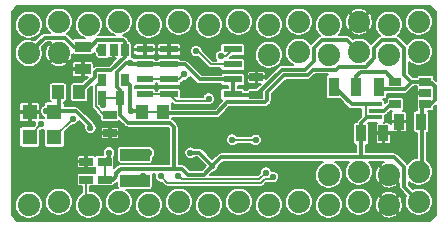
<source format=gbl>
G04 #@! TF.FileFunction,Copper,L2,Bot,Signal*
%FSLAX46Y46*%
G04 Gerber Fmt 4.6, Leading zero omitted, Abs format (unit mm)*
G04 Created by KiCad (PCBNEW 0.201505121916+5652~23~ubuntu14.04.1-product) date Mon 25 May 2015 21:29:56 BST*
%MOMM*%
G01*
G04 APERTURE LIST*
%ADD10C,0.150000*%
%ADD11C,0.149860*%
%ADD12C,1.879600*%
%ADD13R,1.000760X1.143000*%
%ADD14R,0.889000X1.600200*%
%ADD15R,0.650240X1.000760*%
%ADD16R,2.499360X0.998220*%
%ADD17C,3.403600*%
%ADD18R,1.600200X0.609600*%
%ADD19R,1.480820X0.584200*%
%ADD20R,1.143000X0.635000*%
%ADD21R,1.397000X0.889000*%
%ADD22R,0.889000X1.397000*%
%ADD23R,1.000760X0.650240*%
%ADD24R,0.635000X1.143000*%
%ADD25R,1.300000X0.400000*%
%ADD26R,1.095000X0.390000*%
%ADD27R,0.200000X1.500000*%
%ADD28R,1.300000X1.300000*%
%ADD29C,0.551180*%
%ADD30C,0.299720*%
%ADD31C,0.152400*%
G04 APERTURE END LIST*
D10*
D11*
X51798500Y-50700000D02*
X50401500Y-50700000D01*
X47050000Y-55149620D02*
X47050000Y-56150380D01*
X48100380Y-49500000D02*
X47099620Y-49500000D01*
D12*
X60960000Y-45847000D03*
X63500000Y-45593000D03*
X66040000Y-45847000D03*
X68580000Y-45593000D03*
X71120000Y-45847000D03*
X73660000Y-45593000D03*
D13*
X43100840Y-49000000D03*
X44899160Y-49000000D03*
D14*
X70276800Y-48558200D03*
X68371800Y-48558200D03*
X66466800Y-48558200D03*
D12*
X66040000Y-56007000D03*
X68580000Y-55753000D03*
X71120000Y-56007000D03*
X73660000Y-55753000D03*
D15*
X46847500Y-45430000D03*
X48752500Y-45430000D03*
X46847500Y-47970000D03*
X47800000Y-45430000D03*
X48752500Y-47970000D03*
D16*
X49625000Y-56499820D03*
X49625000Y-54300180D03*
D17*
X64500000Y-51700000D03*
D12*
X40640000Y-43307000D03*
X43180000Y-43053000D03*
X45720000Y-43307000D03*
X48260000Y-43053000D03*
X50800000Y-43307000D03*
X53340000Y-43053000D03*
X55880000Y-43307000D03*
X58420000Y-43053000D03*
X60960000Y-43307000D03*
X63500000Y-43053000D03*
X66040000Y-43307000D03*
X68580000Y-43053000D03*
X71120000Y-43307000D03*
X73660000Y-43053000D03*
X40640000Y-58547000D03*
X43180000Y-58293000D03*
X45720000Y-58547000D03*
X48260000Y-58293000D03*
X50800000Y-58547000D03*
X53340000Y-58293000D03*
X55880000Y-58547000D03*
X58420000Y-58293000D03*
X60960000Y-58547000D03*
X63500000Y-58293000D03*
X66040000Y-58547000D03*
X68580000Y-58293000D03*
X71120000Y-58547000D03*
X73660000Y-58293000D03*
D18*
X52499980Y-49205000D03*
X52499980Y-47935000D03*
X52499980Y-46665000D03*
X52499980Y-45395000D03*
X57900020Y-45395000D03*
X57900020Y-46665000D03*
X57900020Y-47935000D03*
X57900020Y-49205000D03*
D19*
X50440040Y-49205000D03*
X50440040Y-47935000D03*
X50440040Y-46665000D03*
X50440040Y-45395000D03*
D20*
X47500000Y-50938000D03*
X47500000Y-52462000D03*
D21*
X45200000Y-45147500D03*
X45200000Y-47052500D03*
D20*
X59900000Y-49262000D03*
X59900000Y-47738000D03*
D13*
X51999160Y-50700000D03*
X50200840Y-50700000D03*
D22*
X73852500Y-51500000D03*
X71947500Y-51500000D03*
X68747500Y-52500000D03*
X70652500Y-52500000D03*
D20*
X47050000Y-56412000D03*
X47050000Y-54888000D03*
D23*
X74213800Y-48113700D03*
X74213800Y-50018700D03*
X71673800Y-48113700D03*
X74213800Y-49066200D03*
X71673800Y-50018700D03*
D20*
X45500000Y-56412000D03*
X45500000Y-54888000D03*
D24*
X46838000Y-49500000D03*
X48362000Y-49500000D03*
D25*
X69900000Y-51150000D03*
X69900000Y-50050000D03*
D26*
X69955000Y-50600000D03*
D27*
X69150000Y-50600000D03*
D28*
X42800000Y-50700000D03*
X40700000Y-50700000D03*
X42800000Y-52800000D03*
X40700000Y-52800000D03*
D12*
X40630000Y-45700000D03*
X43170000Y-45700000D03*
D29*
X49310800Y-50596800D03*
X42110000Y-50620000D03*
X45830000Y-52010000D03*
X56885080Y-45976540D03*
X55875000Y-49550000D03*
X54809900Y-45537120D03*
X53800000Y-47500000D03*
X51825000Y-56150000D03*
X61299600Y-56210200D03*
X60690000Y-55829200D03*
X53300000Y-56100000D03*
X46900000Y-50100000D03*
X41700000Y-51700000D03*
X44330000Y-51250000D03*
X46600000Y-45400000D03*
X50326800Y-56083200D03*
X59826400Y-53060600D03*
X57845200Y-53035200D03*
X50809400Y-54127400D03*
X56175000Y-55250000D03*
X54314600Y-54127400D03*
X49225000Y-46525000D03*
X47420000Y-54120000D03*
X54619400Y-48514000D03*
X44280000Y-54240000D03*
X50330000Y-52510000D03*
X55000400Y-52374800D03*
X56010000Y-54180000D03*
X58090000Y-55840000D03*
X46300000Y-53700000D03*
X69700000Y-52400000D03*
X72900000Y-51500000D03*
D30*
X49310800Y-50596800D02*
X49935640Y-50596800D01*
X49935640Y-50596800D02*
X50138840Y-50800000D01*
X49200000Y-50486000D02*
X49310800Y-50596800D01*
X42200000Y-50620000D02*
X42110000Y-50620000D01*
X44620000Y-50620000D02*
X42200000Y-50620000D01*
X49200000Y-48417500D02*
X48752500Y-47970000D01*
X49200000Y-50486000D02*
X49200000Y-48417500D01*
X45830000Y-51830000D02*
X45830000Y-52010000D01*
X44620000Y-50620000D02*
X45830000Y-51830000D01*
X43200000Y-50620000D02*
X43120000Y-50620000D01*
X42200000Y-50620000D02*
X43200000Y-50620000D01*
X43200000Y-49099160D02*
X43100840Y-49000000D01*
X43200000Y-50620000D02*
X43200000Y-49099160D01*
D31*
X45500000Y-58327000D02*
X45720000Y-58547000D01*
X45500000Y-56412000D02*
X45500000Y-58327000D01*
X57900020Y-45395000D02*
X57318480Y-45976540D01*
X57318480Y-45976540D02*
X56885080Y-45976540D01*
X50440040Y-49205000D02*
X52499980Y-49205000D01*
X55663862Y-49761138D02*
X53056118Y-49761138D01*
X53056118Y-49761138D02*
X52499980Y-49205000D01*
X55875000Y-49550000D02*
X55663862Y-49761138D01*
X56050226Y-46665000D02*
X57900020Y-46665000D01*
X54922346Y-45537120D02*
X56050226Y-46665000D01*
X54809900Y-45537120D02*
X54922346Y-45537120D01*
X50440040Y-47935000D02*
X52499980Y-47935000D01*
X53800000Y-47500000D02*
X53365000Y-47935000D01*
X53365000Y-47935000D02*
X52499980Y-47935000D01*
X51825000Y-56150000D02*
X52357640Y-56682640D01*
X60267616Y-56682640D02*
X60613056Y-56337200D01*
X60613056Y-56337200D02*
X61172600Y-56337200D01*
X61172600Y-56337200D02*
X61299600Y-56210200D01*
X52357640Y-56682640D02*
X60267616Y-56682640D01*
X60141362Y-56377838D02*
X60690000Y-55829200D01*
X53577838Y-56377838D02*
X60141362Y-56377838D01*
X53300000Y-56100000D02*
X53577838Y-56377838D01*
X46900000Y-50100000D02*
X46710000Y-49500000D01*
X46710000Y-49500000D02*
X46838000Y-49500000D01*
X41700000Y-51700000D02*
X40700000Y-52700000D01*
X40700000Y-52700000D02*
X40700000Y-52800000D01*
X42800000Y-52780000D02*
X42800000Y-52800000D01*
X44330000Y-51250000D02*
X42800000Y-52780000D01*
D30*
X48752500Y-46011696D02*
X47604196Y-47160000D01*
X47604196Y-47160000D02*
X46390000Y-47160000D01*
X46390000Y-47160000D02*
X46210000Y-47340000D01*
X46210000Y-47340000D02*
X46210000Y-47689160D01*
X46210000Y-47689160D02*
X44899160Y-49000000D01*
X48752500Y-45430000D02*
X48752500Y-46011696D01*
X48752500Y-44752500D02*
X48600000Y-44600000D01*
X48600000Y-44600000D02*
X46400000Y-44600000D01*
X46400000Y-44600000D02*
X45852500Y-45147500D01*
X45852500Y-45147500D02*
X45200000Y-45147500D01*
X48752500Y-45430000D02*
X48752500Y-44752500D01*
X43700000Y-44400000D02*
X41960000Y-44400000D01*
X41960000Y-44400000D02*
X40640000Y-45720000D01*
X44447500Y-45147500D02*
X43700000Y-44400000D01*
X45200000Y-45147500D02*
X44447500Y-45147500D01*
X73896300Y-50336200D02*
X74213800Y-50018700D01*
X73896300Y-51860200D02*
X73896300Y-50336200D01*
X73896300Y-55416700D02*
X73896300Y-51860200D01*
X73660000Y-55753000D02*
X73996300Y-55416700D01*
X74632900Y-48113700D02*
X75033200Y-48514000D01*
X75033200Y-48514000D02*
X75033200Y-49657000D01*
X74671500Y-50018700D02*
X74213800Y-50018700D01*
X74671500Y-50018700D02*
X75033200Y-49657000D01*
X74213800Y-48113700D02*
X74632900Y-48113700D01*
X70461200Y-48742600D02*
X72442400Y-48742600D01*
X72442400Y-48742600D02*
X73071300Y-48113700D01*
X73071300Y-48113700D02*
X74213800Y-48113700D01*
X70276800Y-48558200D02*
X70461200Y-48742600D01*
X62249276Y-47552122D02*
X64237276Y-47552122D01*
X60783702Y-49715698D02*
X60783702Y-49017696D01*
X57438800Y-49885600D02*
X60613800Y-49885600D01*
X60613800Y-49885600D02*
X60783702Y-49715698D01*
X64689398Y-47100000D02*
X64237276Y-47552122D01*
X60783702Y-49017696D02*
X62249276Y-47552122D01*
X56524400Y-50800000D02*
X57438800Y-49885600D01*
X56524400Y-50800000D02*
X51937160Y-50800000D01*
X72400000Y-45275000D02*
X72400000Y-47550000D01*
X73071300Y-48113700D02*
X72963700Y-48113700D01*
X69150000Y-46850000D02*
X69850000Y-46150000D01*
X66850000Y-46850000D02*
X69150000Y-46850000D01*
X66600000Y-47100000D02*
X66850000Y-46850000D01*
X69850000Y-46150000D02*
X69850000Y-45275000D01*
X69850000Y-45275000D02*
X70550000Y-44575000D01*
X70550000Y-44575000D02*
X71700000Y-44575000D01*
X71700000Y-44575000D02*
X72400000Y-45275000D01*
X72400000Y-47550000D02*
X72963700Y-48113700D01*
X64689398Y-47100000D02*
X66600000Y-47100000D01*
D31*
X46630000Y-45430000D02*
X46847500Y-45430000D01*
X46600000Y-45400000D02*
X46630000Y-45430000D01*
X46290000Y-48527500D02*
X46290000Y-50220000D01*
X46290000Y-50220000D02*
X47008000Y-50938000D01*
X47008000Y-50938000D02*
X47500000Y-50938000D01*
X46847500Y-47970000D02*
X46290000Y-48527500D01*
D30*
X71281300Y-50018700D02*
X70700000Y-50600000D01*
X70700000Y-50600000D02*
X69955000Y-50600000D01*
X71673800Y-50018700D02*
X71281300Y-50018700D01*
X68371800Y-47678200D02*
X68747878Y-47302122D01*
X68747878Y-47302122D02*
X70862222Y-47302122D01*
X70862222Y-47302122D02*
X71673800Y-48113700D01*
X68371800Y-48558200D02*
X68371800Y-47678200D01*
D31*
X50326800Y-56083200D02*
X50276000Y-56134000D01*
X49910180Y-56499820D02*
X50326800Y-56083200D01*
X49625000Y-56499820D02*
X49910180Y-56499820D01*
X59801000Y-53035200D02*
X59826400Y-53060600D01*
X57845200Y-53035200D02*
X59801000Y-53035200D01*
X50809400Y-54127400D02*
X50636620Y-54300180D01*
X50636620Y-54300180D02*
X49625000Y-54300180D01*
D30*
X50440040Y-46665000D02*
X52499980Y-46665000D01*
X57900020Y-47935000D02*
X57900020Y-49205000D01*
X57957020Y-49262000D02*
X59900000Y-49262000D01*
X57900020Y-49205000D02*
X57957020Y-49262000D01*
X55081800Y-47935000D02*
X53811800Y-46665000D01*
X53811800Y-46665000D02*
X52499980Y-46665000D01*
X57900020Y-47935000D02*
X55081800Y-47935000D01*
X49365000Y-46665000D02*
X49225000Y-46525000D01*
X50440040Y-46665000D02*
X49365000Y-46665000D01*
X64050000Y-47100000D02*
X64775000Y-46375000D01*
X64775000Y-46375000D02*
X64775000Y-45275000D01*
X64775000Y-45275000D02*
X65475000Y-44575000D01*
X65475000Y-44575000D02*
X67562000Y-44575000D01*
X67562000Y-44575000D02*
X68580000Y-45593000D01*
X62062000Y-47100000D02*
X59900000Y-49262000D01*
X64050000Y-47100000D02*
X62062000Y-47100000D01*
X55052400Y-54127400D02*
X54314600Y-54127400D01*
X56175000Y-55250000D02*
X55052400Y-54127400D01*
X52900000Y-55500000D02*
X53600000Y-55500000D01*
X53600000Y-55500000D02*
X54099376Y-55999376D01*
X54099376Y-55999376D02*
X55425624Y-55999376D01*
X55425624Y-55999376D02*
X56175000Y-55250000D01*
X48400000Y-55500000D02*
X48050000Y-55850000D01*
X47788000Y-56412000D02*
X47050000Y-56412000D01*
X48050000Y-55850000D02*
X48050000Y-56150000D01*
X48050000Y-56150000D02*
X47788000Y-56412000D01*
X52900000Y-55500000D02*
X48400000Y-55500000D01*
X48362000Y-48862000D02*
X48100000Y-48600000D01*
X48100000Y-48600000D02*
X48100000Y-47300000D01*
X48100000Y-47300000D02*
X48875000Y-46525000D01*
X48875000Y-46525000D02*
X49225000Y-46525000D01*
X48362000Y-49500000D02*
X48362000Y-48862000D01*
X48380000Y-49518000D02*
X48380000Y-50958000D01*
X48380000Y-50958000D02*
X49022000Y-51600000D01*
X52900000Y-51930000D02*
X52900000Y-55500000D01*
X52570000Y-51600000D02*
X52900000Y-51930000D01*
X49022000Y-51600000D02*
X52570000Y-51600000D01*
X48362000Y-49500000D02*
X48380000Y-49518000D01*
X56175000Y-55250000D02*
X56916600Y-54508400D01*
X69000000Y-51400000D02*
X69250000Y-51150000D01*
X68747500Y-51652500D02*
X69000000Y-51400000D01*
X69250000Y-51150000D02*
X69900000Y-51150000D01*
D31*
X69150000Y-51250000D02*
X69000000Y-51400000D01*
X69900000Y-50050000D02*
X69150000Y-50050000D01*
D30*
X67958600Y-50050000D02*
X66466800Y-48558200D01*
X69900000Y-50050000D02*
X67958600Y-50050000D01*
D31*
X69150000Y-50050000D02*
X69900000Y-50050000D01*
X68747500Y-51652500D02*
X69150000Y-51250000D01*
X68747500Y-51700000D02*
X68747500Y-51652500D01*
D30*
X68747500Y-51700000D02*
X68747500Y-52500000D01*
D31*
X69150000Y-51250000D02*
X69150000Y-50600000D01*
X69050000Y-50050000D02*
X69150000Y-50150000D01*
X69150000Y-50150000D02*
X69150000Y-51250000D01*
X69900000Y-50050000D02*
X69050000Y-50050000D01*
D30*
X56916600Y-54508400D02*
X56175000Y-55250000D01*
X67191600Y-54508400D02*
X56916600Y-54508400D01*
X68747500Y-54508400D02*
X67191600Y-54508400D01*
X71200000Y-54508400D02*
X71526400Y-54508400D01*
X72390000Y-57023000D02*
X72390000Y-55372000D01*
X73660000Y-58293000D02*
X72390000Y-57023000D01*
X72390000Y-55372000D02*
X71526400Y-54508400D01*
X71200000Y-54508400D02*
X68747500Y-54508400D01*
X68747500Y-52500000D02*
X68747500Y-54508400D01*
X47420000Y-54120000D02*
X47420000Y-54518000D01*
X47420000Y-54518000D02*
X47050000Y-54888000D01*
D31*
X69800000Y-52500000D02*
X69700000Y-52400000D01*
X70652500Y-52500000D02*
X69800000Y-52500000D01*
X71947500Y-51500000D02*
X72900000Y-51500000D01*
D11*
G36*
X57494890Y-48644874D02*
X57074889Y-48644919D01*
X57025781Y-48654643D01*
X56979498Y-48673720D01*
X56937801Y-48701423D01*
X56902279Y-48736698D01*
X56874285Y-48778200D01*
X56854886Y-48824350D01*
X56844820Y-48873388D01*
X56844470Y-48923448D01*
X56844639Y-49534831D01*
X56854363Y-49583939D01*
X56873440Y-49630222D01*
X56901143Y-49671919D01*
X56936418Y-49707441D01*
X56977920Y-49735435D01*
X57004747Y-49746711D01*
X56356589Y-50394870D01*
X52754864Y-50394870D01*
X52754821Y-50103469D01*
X52745097Y-50054361D01*
X52726020Y-50008078D01*
X52724930Y-50006437D01*
X52724930Y-49898719D01*
X52821733Y-49995522D01*
X52845402Y-50014964D01*
X52868848Y-50034638D01*
X52870374Y-50035477D01*
X52871722Y-50036584D01*
X52898660Y-50051027D01*
X52925538Y-50065804D01*
X52927205Y-50066333D01*
X52928735Y-50067153D01*
X52957921Y-50076076D01*
X52987202Y-50085365D01*
X52988937Y-50085559D01*
X52990600Y-50086068D01*
X53020965Y-50089152D01*
X53051490Y-50092576D01*
X53054908Y-50092599D01*
X53054961Y-50092605D01*
X53055010Y-50092600D01*
X53056118Y-50092608D01*
X55663862Y-50092608D01*
X55694343Y-50089619D01*
X55724836Y-50086952D01*
X55726512Y-50086464D01*
X55728245Y-50086295D01*
X55757532Y-50077452D01*
X55776568Y-50071921D01*
X55811840Y-50079677D01*
X55915924Y-50081857D01*
X56018450Y-50063779D01*
X56115511Y-50026131D01*
X56203412Y-49970348D01*
X56278803Y-49898553D01*
X56338814Y-49813483D01*
X56381158Y-49718376D01*
X56404223Y-49616856D01*
X56405883Y-49497946D01*
X56385662Y-49395822D01*
X56345990Y-49299570D01*
X56288378Y-49212857D01*
X56215020Y-49138986D01*
X56128712Y-49080770D01*
X56032739Y-49040427D01*
X55930759Y-49019493D01*
X55826654Y-49018766D01*
X55724391Y-49038274D01*
X55627864Y-49077273D01*
X55540751Y-49134279D01*
X55466370Y-49207118D01*
X55407553Y-49293019D01*
X55366540Y-49388707D01*
X55357833Y-49429668D01*
X53555514Y-49429668D01*
X53555361Y-48875169D01*
X53545637Y-48826061D01*
X53526560Y-48779778D01*
X53498857Y-48738081D01*
X53463582Y-48702559D01*
X53422080Y-48674565D01*
X53375930Y-48655166D01*
X53326892Y-48645100D01*
X53276832Y-48644750D01*
X51674849Y-48644919D01*
X51625741Y-48654643D01*
X51579458Y-48673720D01*
X51537761Y-48701423D01*
X51502239Y-48736698D01*
X51474245Y-48778200D01*
X51454846Y-48824350D01*
X51444780Y-48873388D01*
X51444779Y-48873530D01*
X51432891Y-48873530D01*
X51426007Y-48838761D01*
X51406930Y-48792478D01*
X51379227Y-48750781D01*
X51343952Y-48715259D01*
X51302450Y-48687265D01*
X51256300Y-48667866D01*
X51207262Y-48657800D01*
X51157202Y-48657450D01*
X49674599Y-48657619D01*
X49625491Y-48667343D01*
X49605130Y-48675735D01*
X49605130Y-48464294D01*
X49623780Y-48472134D01*
X49672818Y-48482200D01*
X49722878Y-48482550D01*
X51205481Y-48482381D01*
X51254589Y-48472657D01*
X51300872Y-48453580D01*
X51342569Y-48425877D01*
X51378091Y-48390602D01*
X51406085Y-48349100D01*
X51425484Y-48302950D01*
X51432972Y-48266470D01*
X51444923Y-48266470D01*
X51454323Y-48313939D01*
X51473400Y-48360222D01*
X51501103Y-48401919D01*
X51536378Y-48437441D01*
X51577880Y-48465435D01*
X51624030Y-48484834D01*
X51673068Y-48494900D01*
X51723128Y-48495250D01*
X53325111Y-48495081D01*
X53374219Y-48485357D01*
X53420502Y-48466280D01*
X53462199Y-48438577D01*
X53497721Y-48403302D01*
X53525715Y-48361800D01*
X53545114Y-48315650D01*
X53555180Y-48266612D01*
X53555530Y-48216552D01*
X53555526Y-48205302D01*
X53572098Y-48191786D01*
X53596090Y-48172635D01*
X53598522Y-48170235D01*
X53598565Y-48170201D01*
X53598597Y-48170161D01*
X53599385Y-48169385D01*
X53739046Y-48029723D01*
X53840924Y-48031857D01*
X53943450Y-48013779D01*
X54040511Y-47976131D01*
X54128412Y-47920348D01*
X54203803Y-47848553D01*
X54263814Y-47763483D01*
X54286465Y-47712605D01*
X54795330Y-48221470D01*
X54824223Y-48245202D01*
X54852915Y-48269278D01*
X54854783Y-48270305D01*
X54856428Y-48271656D01*
X54889396Y-48289333D01*
X54922202Y-48307369D01*
X54924231Y-48308012D01*
X54926110Y-48309020D01*
X54961883Y-48319956D01*
X54997569Y-48331277D01*
X54999688Y-48331514D01*
X55001724Y-48332137D01*
X55038888Y-48335911D01*
X55076144Y-48340091D01*
X55080314Y-48340119D01*
X55080386Y-48340127D01*
X55080452Y-48340120D01*
X55081800Y-48340130D01*
X56865158Y-48340130D01*
X56873440Y-48360222D01*
X56901143Y-48401919D01*
X56936418Y-48437441D01*
X56977920Y-48465435D01*
X57024070Y-48484834D01*
X57073108Y-48494900D01*
X57123168Y-48495250D01*
X57494890Y-48495210D01*
X57494890Y-48644874D01*
X57494890Y-48644874D01*
G37*
X57494890Y-48644874D02*
X57074889Y-48644919D01*
X57025781Y-48654643D01*
X56979498Y-48673720D01*
X56937801Y-48701423D01*
X56902279Y-48736698D01*
X56874285Y-48778200D01*
X56854886Y-48824350D01*
X56844820Y-48873388D01*
X56844470Y-48923448D01*
X56844639Y-49534831D01*
X56854363Y-49583939D01*
X56873440Y-49630222D01*
X56901143Y-49671919D01*
X56936418Y-49707441D01*
X56977920Y-49735435D01*
X57004747Y-49746711D01*
X56356589Y-50394870D01*
X52754864Y-50394870D01*
X52754821Y-50103469D01*
X52745097Y-50054361D01*
X52726020Y-50008078D01*
X52724930Y-50006437D01*
X52724930Y-49898719D01*
X52821733Y-49995522D01*
X52845402Y-50014964D01*
X52868848Y-50034638D01*
X52870374Y-50035477D01*
X52871722Y-50036584D01*
X52898660Y-50051027D01*
X52925538Y-50065804D01*
X52927205Y-50066333D01*
X52928735Y-50067153D01*
X52957921Y-50076076D01*
X52987202Y-50085365D01*
X52988937Y-50085559D01*
X52990600Y-50086068D01*
X53020965Y-50089152D01*
X53051490Y-50092576D01*
X53054908Y-50092599D01*
X53054961Y-50092605D01*
X53055010Y-50092600D01*
X53056118Y-50092608D01*
X55663862Y-50092608D01*
X55694343Y-50089619D01*
X55724836Y-50086952D01*
X55726512Y-50086464D01*
X55728245Y-50086295D01*
X55757532Y-50077452D01*
X55776568Y-50071921D01*
X55811840Y-50079677D01*
X55915924Y-50081857D01*
X56018450Y-50063779D01*
X56115511Y-50026131D01*
X56203412Y-49970348D01*
X56278803Y-49898553D01*
X56338814Y-49813483D01*
X56381158Y-49718376D01*
X56404223Y-49616856D01*
X56405883Y-49497946D01*
X56385662Y-49395822D01*
X56345990Y-49299570D01*
X56288378Y-49212857D01*
X56215020Y-49138986D01*
X56128712Y-49080770D01*
X56032739Y-49040427D01*
X55930759Y-49019493D01*
X55826654Y-49018766D01*
X55724391Y-49038274D01*
X55627864Y-49077273D01*
X55540751Y-49134279D01*
X55466370Y-49207118D01*
X55407553Y-49293019D01*
X55366540Y-49388707D01*
X55357833Y-49429668D01*
X53555514Y-49429668D01*
X53555361Y-48875169D01*
X53545637Y-48826061D01*
X53526560Y-48779778D01*
X53498857Y-48738081D01*
X53463582Y-48702559D01*
X53422080Y-48674565D01*
X53375930Y-48655166D01*
X53326892Y-48645100D01*
X53276832Y-48644750D01*
X51674849Y-48644919D01*
X51625741Y-48654643D01*
X51579458Y-48673720D01*
X51537761Y-48701423D01*
X51502239Y-48736698D01*
X51474245Y-48778200D01*
X51454846Y-48824350D01*
X51444780Y-48873388D01*
X51444779Y-48873530D01*
X51432891Y-48873530D01*
X51426007Y-48838761D01*
X51406930Y-48792478D01*
X51379227Y-48750781D01*
X51343952Y-48715259D01*
X51302450Y-48687265D01*
X51256300Y-48667866D01*
X51207262Y-48657800D01*
X51157202Y-48657450D01*
X49674599Y-48657619D01*
X49625491Y-48667343D01*
X49605130Y-48675735D01*
X49605130Y-48464294D01*
X49623780Y-48472134D01*
X49672818Y-48482200D01*
X49722878Y-48482550D01*
X51205481Y-48482381D01*
X51254589Y-48472657D01*
X51300872Y-48453580D01*
X51342569Y-48425877D01*
X51378091Y-48390602D01*
X51406085Y-48349100D01*
X51425484Y-48302950D01*
X51432972Y-48266470D01*
X51444923Y-48266470D01*
X51454323Y-48313939D01*
X51473400Y-48360222D01*
X51501103Y-48401919D01*
X51536378Y-48437441D01*
X51577880Y-48465435D01*
X51624030Y-48484834D01*
X51673068Y-48494900D01*
X51723128Y-48495250D01*
X53325111Y-48495081D01*
X53374219Y-48485357D01*
X53420502Y-48466280D01*
X53462199Y-48438577D01*
X53497721Y-48403302D01*
X53525715Y-48361800D01*
X53545114Y-48315650D01*
X53555180Y-48266612D01*
X53555530Y-48216552D01*
X53555526Y-48205302D01*
X53572098Y-48191786D01*
X53596090Y-48172635D01*
X53598522Y-48170235D01*
X53598565Y-48170201D01*
X53598597Y-48170161D01*
X53599385Y-48169385D01*
X53739046Y-48029723D01*
X53840924Y-48031857D01*
X53943450Y-48013779D01*
X54040511Y-47976131D01*
X54128412Y-47920348D01*
X54203803Y-47848553D01*
X54263814Y-47763483D01*
X54286465Y-47712605D01*
X54795330Y-48221470D01*
X54824223Y-48245202D01*
X54852915Y-48269278D01*
X54854783Y-48270305D01*
X54856428Y-48271656D01*
X54889396Y-48289333D01*
X54922202Y-48307369D01*
X54924231Y-48308012D01*
X54926110Y-48309020D01*
X54961883Y-48319956D01*
X54997569Y-48331277D01*
X54999688Y-48331514D01*
X55001724Y-48332137D01*
X55038888Y-48335911D01*
X55076144Y-48340091D01*
X55080314Y-48340119D01*
X55080386Y-48340127D01*
X55080452Y-48340120D01*
X55081800Y-48340130D01*
X56865158Y-48340130D01*
X56873440Y-48360222D01*
X56901143Y-48401919D01*
X56936418Y-48437441D01*
X56977920Y-48465435D01*
X57024070Y-48484834D01*
X57073108Y-48494900D01*
X57123168Y-48495250D01*
X57494890Y-48495210D01*
X57494890Y-48644874D01*
G36*
X68794680Y-51032379D02*
X68713600Y-51113459D01*
X68713529Y-51113530D01*
X68461030Y-51366030D01*
X68410844Y-51427128D01*
X68373480Y-51496811D01*
X68358379Y-51546203D01*
X68277969Y-51546219D01*
X68228861Y-51555943D01*
X68182578Y-51575020D01*
X68140881Y-51602723D01*
X68105359Y-51637998D01*
X68077365Y-51679500D01*
X68057966Y-51725650D01*
X68047900Y-51774688D01*
X68047550Y-51824748D01*
X68047719Y-53223531D01*
X68057443Y-53272639D01*
X68076520Y-53318922D01*
X68104223Y-53360619D01*
X68139498Y-53396141D01*
X68181000Y-53424135D01*
X68227150Y-53443534D01*
X68276188Y-53453600D01*
X68326248Y-53453950D01*
X68342370Y-53453946D01*
X68342370Y-54103270D01*
X67191600Y-54103270D01*
X60357283Y-54103270D01*
X60357283Y-53008546D01*
X60337062Y-52906422D01*
X60297390Y-52810170D01*
X60239778Y-52723457D01*
X60166420Y-52649586D01*
X60080112Y-52591370D01*
X59984139Y-52551027D01*
X59882159Y-52530093D01*
X59778054Y-52529366D01*
X59675791Y-52548874D01*
X59579264Y-52587873D01*
X59492151Y-52644879D01*
X59432054Y-52703730D01*
X58262347Y-52703730D01*
X58258578Y-52698057D01*
X58185220Y-52624186D01*
X58098912Y-52565970D01*
X58002939Y-52525627D01*
X57900959Y-52504693D01*
X57796854Y-52503966D01*
X57694591Y-52523474D01*
X57598064Y-52562473D01*
X57510951Y-52619479D01*
X57436570Y-52692318D01*
X57377753Y-52778219D01*
X57336740Y-52873907D01*
X57315095Y-52975739D01*
X57313642Y-53079836D01*
X57332435Y-53182233D01*
X57370760Y-53279029D01*
X57427155Y-53366538D01*
X57499474Y-53441427D01*
X57584962Y-53500842D01*
X57680361Y-53542521D01*
X57782040Y-53564877D01*
X57886124Y-53567057D01*
X57988650Y-53548979D01*
X58085711Y-53511331D01*
X58173612Y-53455548D01*
X58249003Y-53383753D01*
X58261053Y-53366670D01*
X59392071Y-53366670D01*
X59408355Y-53391938D01*
X59480674Y-53466827D01*
X59566162Y-53526242D01*
X59661561Y-53567921D01*
X59763240Y-53590277D01*
X59867324Y-53592457D01*
X59969850Y-53574379D01*
X60066911Y-53536731D01*
X60154812Y-53480948D01*
X60230203Y-53409153D01*
X60290214Y-53324083D01*
X60332558Y-53228976D01*
X60355623Y-53127456D01*
X60357283Y-53008546D01*
X60357283Y-54103270D01*
X56916600Y-54103270D01*
X56879316Y-54106925D01*
X56842075Y-54110184D01*
X56840030Y-54110778D01*
X56837910Y-54110986D01*
X56802077Y-54121804D01*
X56766148Y-54132243D01*
X56764257Y-54133222D01*
X56762217Y-54133839D01*
X56729156Y-54151417D01*
X56695950Y-54168630D01*
X56694286Y-54169958D01*
X56692404Y-54170959D01*
X56663422Y-54194595D01*
X56634156Y-54217959D01*
X56631184Y-54220889D01*
X56631132Y-54220932D01*
X56631091Y-54220980D01*
X56630129Y-54221930D01*
X56174999Y-54677059D01*
X55338870Y-53840930D01*
X55309976Y-53817197D01*
X55281285Y-53793122D01*
X55279416Y-53792094D01*
X55277772Y-53790744D01*
X55244822Y-53773076D01*
X55211998Y-53755031D01*
X55209965Y-53754386D01*
X55208089Y-53753380D01*
X55172330Y-53742447D01*
X55136631Y-53731123D01*
X55134511Y-53730885D01*
X55132476Y-53730263D01*
X55095311Y-53726488D01*
X55058056Y-53722309D01*
X55053885Y-53722280D01*
X55053814Y-53722273D01*
X55053747Y-53722279D01*
X55052400Y-53722270D01*
X54660463Y-53722270D01*
X54654620Y-53716386D01*
X54568312Y-53658170D01*
X54472339Y-53617827D01*
X54370359Y-53596893D01*
X54266254Y-53596166D01*
X54163991Y-53615674D01*
X54067464Y-53654673D01*
X53980351Y-53711679D01*
X53905970Y-53784518D01*
X53847153Y-53870419D01*
X53806140Y-53966107D01*
X53784495Y-54067939D01*
X53783042Y-54172036D01*
X53801835Y-54274433D01*
X53840160Y-54371229D01*
X53896555Y-54458738D01*
X53968874Y-54533627D01*
X54054362Y-54593042D01*
X54149761Y-54634721D01*
X54251440Y-54657077D01*
X54355524Y-54659257D01*
X54458050Y-54641179D01*
X54555111Y-54603531D01*
X54643012Y-54547748D01*
X54658992Y-54532530D01*
X54884590Y-54532530D01*
X55602059Y-55249999D01*
X55257813Y-55594246D01*
X54267186Y-55594246D01*
X53886470Y-55213530D01*
X53857576Y-55189797D01*
X53828885Y-55165722D01*
X53827016Y-55164694D01*
X53825372Y-55163344D01*
X53792422Y-55145676D01*
X53759598Y-55127631D01*
X53757565Y-55126986D01*
X53755689Y-55125980D01*
X53719930Y-55115047D01*
X53684231Y-55103723D01*
X53682111Y-55103485D01*
X53680076Y-55102863D01*
X53642911Y-55099088D01*
X53605656Y-55094909D01*
X53601485Y-55094880D01*
X53601414Y-55094873D01*
X53601347Y-55094879D01*
X53600000Y-55094870D01*
X53305130Y-55094870D01*
X53305130Y-51930000D01*
X53301477Y-51892753D01*
X53298216Y-51855476D01*
X53297622Y-51853431D01*
X53297414Y-51851310D01*
X53286592Y-51815465D01*
X53276157Y-51779548D01*
X53275177Y-51777657D01*
X53274561Y-51775617D01*
X53256982Y-51742556D01*
X53239770Y-51709350D01*
X53238441Y-51707685D01*
X53237441Y-51705804D01*
X53213828Y-51676853D01*
X53190442Y-51647556D01*
X53187509Y-51644582D01*
X53187468Y-51644532D01*
X53187420Y-51644492D01*
X53186470Y-51643529D01*
X52856470Y-51313530D01*
X52827576Y-51289797D01*
X52798885Y-51265722D01*
X52797016Y-51264694D01*
X52795372Y-51263344D01*
X52762422Y-51245676D01*
X52754989Y-51241589D01*
X52754983Y-51205130D01*
X56524400Y-51205130D01*
X56561646Y-51201477D01*
X56598924Y-51198216D01*
X56600968Y-51197622D01*
X56603090Y-51197414D01*
X56638934Y-51186592D01*
X56674852Y-51176157D01*
X56676742Y-51175177D01*
X56678783Y-51174561D01*
X56711843Y-51156982D01*
X56745050Y-51139770D01*
X56746713Y-51138441D01*
X56748596Y-51137441D01*
X56777571Y-51113809D01*
X56806843Y-51090442D01*
X56809811Y-51087514D01*
X56809868Y-51087468D01*
X56809911Y-51087415D01*
X56810870Y-51086470D01*
X57606610Y-50290730D01*
X60613800Y-50290730D01*
X60651046Y-50287077D01*
X60688324Y-50283816D01*
X60690368Y-50283222D01*
X60692490Y-50283014D01*
X60728334Y-50272192D01*
X60764252Y-50261757D01*
X60766142Y-50260777D01*
X60768183Y-50260161D01*
X60801243Y-50242582D01*
X60834450Y-50225370D01*
X60836113Y-50224041D01*
X60837996Y-50223041D01*
X60866971Y-50199409D01*
X60896243Y-50176042D01*
X60899211Y-50173114D01*
X60899268Y-50173068D01*
X60899311Y-50173015D01*
X60900270Y-50172070D01*
X61070172Y-50002169D01*
X61093925Y-49973250D01*
X61117980Y-49944583D01*
X61119007Y-49942714D01*
X61120358Y-49941070D01*
X61138016Y-49908136D01*
X61156071Y-49875296D01*
X61156716Y-49873261D01*
X61157721Y-49871388D01*
X61168648Y-49835647D01*
X61179979Y-49799929D01*
X61180216Y-49797810D01*
X61180839Y-49795775D01*
X61184610Y-49758644D01*
X61188793Y-49721354D01*
X61188821Y-49717173D01*
X61188828Y-49717113D01*
X61188822Y-49717056D01*
X61188832Y-49715698D01*
X61188832Y-49185506D01*
X62417086Y-47957252D01*
X64237276Y-47957252D01*
X64274522Y-47953599D01*
X64311800Y-47950338D01*
X64313844Y-47949744D01*
X64315966Y-47949536D01*
X64351810Y-47938714D01*
X64387728Y-47928279D01*
X64389618Y-47927299D01*
X64391659Y-47926683D01*
X64424719Y-47909104D01*
X64457926Y-47891892D01*
X64459589Y-47890563D01*
X64461472Y-47889563D01*
X64490447Y-47865931D01*
X64519719Y-47842564D01*
X64522687Y-47839636D01*
X64522744Y-47839590D01*
X64522787Y-47839537D01*
X64523746Y-47838592D01*
X64857208Y-47505130D01*
X65985598Y-47505130D01*
X65948161Y-47512543D01*
X65901878Y-47531620D01*
X65860181Y-47559323D01*
X65824659Y-47594598D01*
X65796665Y-47636100D01*
X65777266Y-47682250D01*
X65767200Y-47731288D01*
X65766850Y-47781348D01*
X65767019Y-49383331D01*
X65776743Y-49432439D01*
X65795820Y-49478722D01*
X65823523Y-49520419D01*
X65858798Y-49555941D01*
X65900300Y-49583935D01*
X65946450Y-49603334D01*
X65995488Y-49613400D01*
X66045548Y-49613750D01*
X66936331Y-49613581D01*
X66947106Y-49611447D01*
X67672129Y-50336470D01*
X67701047Y-50360223D01*
X67729715Y-50384278D01*
X67731583Y-50385305D01*
X67733228Y-50386656D01*
X67766161Y-50404314D01*
X67799002Y-50422369D01*
X67801036Y-50423014D01*
X67802910Y-50424019D01*
X67838650Y-50434946D01*
X67874369Y-50446277D01*
X67876487Y-50446514D01*
X67878523Y-50447137D01*
X67915653Y-50450908D01*
X67952944Y-50455091D01*
X67957124Y-50455119D01*
X67957185Y-50455126D01*
X67957241Y-50455120D01*
X67958600Y-50455130D01*
X68794615Y-50455130D01*
X68794680Y-51032379D01*
X68794680Y-51032379D01*
G37*
X68794680Y-51032379D02*
X68713600Y-51113459D01*
X68713529Y-51113530D01*
X68461030Y-51366030D01*
X68410844Y-51427128D01*
X68373480Y-51496811D01*
X68358379Y-51546203D01*
X68277969Y-51546219D01*
X68228861Y-51555943D01*
X68182578Y-51575020D01*
X68140881Y-51602723D01*
X68105359Y-51637998D01*
X68077365Y-51679500D01*
X68057966Y-51725650D01*
X68047900Y-51774688D01*
X68047550Y-51824748D01*
X68047719Y-53223531D01*
X68057443Y-53272639D01*
X68076520Y-53318922D01*
X68104223Y-53360619D01*
X68139498Y-53396141D01*
X68181000Y-53424135D01*
X68227150Y-53443534D01*
X68276188Y-53453600D01*
X68326248Y-53453950D01*
X68342370Y-53453946D01*
X68342370Y-54103270D01*
X67191600Y-54103270D01*
X60357283Y-54103270D01*
X60357283Y-53008546D01*
X60337062Y-52906422D01*
X60297390Y-52810170D01*
X60239778Y-52723457D01*
X60166420Y-52649586D01*
X60080112Y-52591370D01*
X59984139Y-52551027D01*
X59882159Y-52530093D01*
X59778054Y-52529366D01*
X59675791Y-52548874D01*
X59579264Y-52587873D01*
X59492151Y-52644879D01*
X59432054Y-52703730D01*
X58262347Y-52703730D01*
X58258578Y-52698057D01*
X58185220Y-52624186D01*
X58098912Y-52565970D01*
X58002939Y-52525627D01*
X57900959Y-52504693D01*
X57796854Y-52503966D01*
X57694591Y-52523474D01*
X57598064Y-52562473D01*
X57510951Y-52619479D01*
X57436570Y-52692318D01*
X57377753Y-52778219D01*
X57336740Y-52873907D01*
X57315095Y-52975739D01*
X57313642Y-53079836D01*
X57332435Y-53182233D01*
X57370760Y-53279029D01*
X57427155Y-53366538D01*
X57499474Y-53441427D01*
X57584962Y-53500842D01*
X57680361Y-53542521D01*
X57782040Y-53564877D01*
X57886124Y-53567057D01*
X57988650Y-53548979D01*
X58085711Y-53511331D01*
X58173612Y-53455548D01*
X58249003Y-53383753D01*
X58261053Y-53366670D01*
X59392071Y-53366670D01*
X59408355Y-53391938D01*
X59480674Y-53466827D01*
X59566162Y-53526242D01*
X59661561Y-53567921D01*
X59763240Y-53590277D01*
X59867324Y-53592457D01*
X59969850Y-53574379D01*
X60066911Y-53536731D01*
X60154812Y-53480948D01*
X60230203Y-53409153D01*
X60290214Y-53324083D01*
X60332558Y-53228976D01*
X60355623Y-53127456D01*
X60357283Y-53008546D01*
X60357283Y-54103270D01*
X56916600Y-54103270D01*
X56879316Y-54106925D01*
X56842075Y-54110184D01*
X56840030Y-54110778D01*
X56837910Y-54110986D01*
X56802077Y-54121804D01*
X56766148Y-54132243D01*
X56764257Y-54133222D01*
X56762217Y-54133839D01*
X56729156Y-54151417D01*
X56695950Y-54168630D01*
X56694286Y-54169958D01*
X56692404Y-54170959D01*
X56663422Y-54194595D01*
X56634156Y-54217959D01*
X56631184Y-54220889D01*
X56631132Y-54220932D01*
X56631091Y-54220980D01*
X56630129Y-54221930D01*
X56174999Y-54677059D01*
X55338870Y-53840930D01*
X55309976Y-53817197D01*
X55281285Y-53793122D01*
X55279416Y-53792094D01*
X55277772Y-53790744D01*
X55244822Y-53773076D01*
X55211998Y-53755031D01*
X55209965Y-53754386D01*
X55208089Y-53753380D01*
X55172330Y-53742447D01*
X55136631Y-53731123D01*
X55134511Y-53730885D01*
X55132476Y-53730263D01*
X55095311Y-53726488D01*
X55058056Y-53722309D01*
X55053885Y-53722280D01*
X55053814Y-53722273D01*
X55053747Y-53722279D01*
X55052400Y-53722270D01*
X54660463Y-53722270D01*
X54654620Y-53716386D01*
X54568312Y-53658170D01*
X54472339Y-53617827D01*
X54370359Y-53596893D01*
X54266254Y-53596166D01*
X54163991Y-53615674D01*
X54067464Y-53654673D01*
X53980351Y-53711679D01*
X53905970Y-53784518D01*
X53847153Y-53870419D01*
X53806140Y-53966107D01*
X53784495Y-54067939D01*
X53783042Y-54172036D01*
X53801835Y-54274433D01*
X53840160Y-54371229D01*
X53896555Y-54458738D01*
X53968874Y-54533627D01*
X54054362Y-54593042D01*
X54149761Y-54634721D01*
X54251440Y-54657077D01*
X54355524Y-54659257D01*
X54458050Y-54641179D01*
X54555111Y-54603531D01*
X54643012Y-54547748D01*
X54658992Y-54532530D01*
X54884590Y-54532530D01*
X55602059Y-55249999D01*
X55257813Y-55594246D01*
X54267186Y-55594246D01*
X53886470Y-55213530D01*
X53857576Y-55189797D01*
X53828885Y-55165722D01*
X53827016Y-55164694D01*
X53825372Y-55163344D01*
X53792422Y-55145676D01*
X53759598Y-55127631D01*
X53757565Y-55126986D01*
X53755689Y-55125980D01*
X53719930Y-55115047D01*
X53684231Y-55103723D01*
X53682111Y-55103485D01*
X53680076Y-55102863D01*
X53642911Y-55099088D01*
X53605656Y-55094909D01*
X53601485Y-55094880D01*
X53601414Y-55094873D01*
X53601347Y-55094879D01*
X53600000Y-55094870D01*
X53305130Y-55094870D01*
X53305130Y-51930000D01*
X53301477Y-51892753D01*
X53298216Y-51855476D01*
X53297622Y-51853431D01*
X53297414Y-51851310D01*
X53286592Y-51815465D01*
X53276157Y-51779548D01*
X53275177Y-51777657D01*
X53274561Y-51775617D01*
X53256982Y-51742556D01*
X53239770Y-51709350D01*
X53238441Y-51707685D01*
X53237441Y-51705804D01*
X53213828Y-51676853D01*
X53190442Y-51647556D01*
X53187509Y-51644582D01*
X53187468Y-51644532D01*
X53187420Y-51644492D01*
X53186470Y-51643529D01*
X52856470Y-51313530D01*
X52827576Y-51289797D01*
X52798885Y-51265722D01*
X52797016Y-51264694D01*
X52795372Y-51263344D01*
X52762422Y-51245676D01*
X52754989Y-51241589D01*
X52754983Y-51205130D01*
X56524400Y-51205130D01*
X56561646Y-51201477D01*
X56598924Y-51198216D01*
X56600968Y-51197622D01*
X56603090Y-51197414D01*
X56638934Y-51186592D01*
X56674852Y-51176157D01*
X56676742Y-51175177D01*
X56678783Y-51174561D01*
X56711843Y-51156982D01*
X56745050Y-51139770D01*
X56746713Y-51138441D01*
X56748596Y-51137441D01*
X56777571Y-51113809D01*
X56806843Y-51090442D01*
X56809811Y-51087514D01*
X56809868Y-51087468D01*
X56809911Y-51087415D01*
X56810870Y-51086470D01*
X57606610Y-50290730D01*
X60613800Y-50290730D01*
X60651046Y-50287077D01*
X60688324Y-50283816D01*
X60690368Y-50283222D01*
X60692490Y-50283014D01*
X60728334Y-50272192D01*
X60764252Y-50261757D01*
X60766142Y-50260777D01*
X60768183Y-50260161D01*
X60801243Y-50242582D01*
X60834450Y-50225370D01*
X60836113Y-50224041D01*
X60837996Y-50223041D01*
X60866971Y-50199409D01*
X60896243Y-50176042D01*
X60899211Y-50173114D01*
X60899268Y-50173068D01*
X60899311Y-50173015D01*
X60900270Y-50172070D01*
X61070172Y-50002169D01*
X61093925Y-49973250D01*
X61117980Y-49944583D01*
X61119007Y-49942714D01*
X61120358Y-49941070D01*
X61138016Y-49908136D01*
X61156071Y-49875296D01*
X61156716Y-49873261D01*
X61157721Y-49871388D01*
X61168648Y-49835647D01*
X61179979Y-49799929D01*
X61180216Y-49797810D01*
X61180839Y-49795775D01*
X61184610Y-49758644D01*
X61188793Y-49721354D01*
X61188821Y-49717173D01*
X61188828Y-49717113D01*
X61188822Y-49717056D01*
X61188832Y-49715698D01*
X61188832Y-49185506D01*
X62417086Y-47957252D01*
X64237276Y-47957252D01*
X64274522Y-47953599D01*
X64311800Y-47950338D01*
X64313844Y-47949744D01*
X64315966Y-47949536D01*
X64351810Y-47938714D01*
X64387728Y-47928279D01*
X64389618Y-47927299D01*
X64391659Y-47926683D01*
X64424719Y-47909104D01*
X64457926Y-47891892D01*
X64459589Y-47890563D01*
X64461472Y-47889563D01*
X64490447Y-47865931D01*
X64519719Y-47842564D01*
X64522687Y-47839636D01*
X64522744Y-47839590D01*
X64522787Y-47839537D01*
X64523746Y-47838592D01*
X64857208Y-47505130D01*
X65985598Y-47505130D01*
X65948161Y-47512543D01*
X65901878Y-47531620D01*
X65860181Y-47559323D01*
X65824659Y-47594598D01*
X65796665Y-47636100D01*
X65777266Y-47682250D01*
X65767200Y-47731288D01*
X65766850Y-47781348D01*
X65767019Y-49383331D01*
X65776743Y-49432439D01*
X65795820Y-49478722D01*
X65823523Y-49520419D01*
X65858798Y-49555941D01*
X65900300Y-49583935D01*
X65946450Y-49603334D01*
X65995488Y-49613400D01*
X66045548Y-49613750D01*
X66936331Y-49613581D01*
X66947106Y-49611447D01*
X67672129Y-50336470D01*
X67701047Y-50360223D01*
X67729715Y-50384278D01*
X67731583Y-50385305D01*
X67733228Y-50386656D01*
X67766161Y-50404314D01*
X67799002Y-50422369D01*
X67801036Y-50423014D01*
X67802910Y-50424019D01*
X67838650Y-50434946D01*
X67874369Y-50446277D01*
X67876487Y-50446514D01*
X67878523Y-50447137D01*
X67915653Y-50450908D01*
X67952944Y-50455091D01*
X67957124Y-50455119D01*
X67957185Y-50455126D01*
X67957241Y-50455120D01*
X67958600Y-50455130D01*
X68794615Y-50455130D01*
X68794680Y-51032379D01*
G36*
X74308730Y-49141130D02*
X74288730Y-49141130D01*
X74288730Y-49161130D01*
X74138870Y-49161130D01*
X74138870Y-49141130D01*
X73544827Y-49141130D01*
X73488630Y-49197327D01*
X73488621Y-49413362D01*
X73497184Y-49456606D01*
X73513983Y-49497363D01*
X73527792Y-49518148D01*
X73515779Y-49530078D01*
X73487785Y-49571580D01*
X73468386Y-49617730D01*
X73458320Y-49666768D01*
X73457970Y-49716828D01*
X73458139Y-50368851D01*
X73467863Y-50417959D01*
X73486940Y-50464242D01*
X73491170Y-50470608D01*
X73491170Y-50546198D01*
X73382969Y-50546219D01*
X73333861Y-50555943D01*
X73287578Y-50575020D01*
X73245881Y-50602723D01*
X73210359Y-50637998D01*
X73182365Y-50679500D01*
X73162966Y-50725650D01*
X73152900Y-50774688D01*
X73152550Y-50824748D01*
X73152719Y-52223531D01*
X73162443Y-52272639D01*
X73181520Y-52318922D01*
X73209223Y-52360619D01*
X73244498Y-52396141D01*
X73286000Y-52424135D01*
X73332150Y-52443534D01*
X73381188Y-52453600D01*
X73431248Y-52453950D01*
X73491170Y-52453938D01*
X73491170Y-54568534D01*
X73320950Y-54601006D01*
X73103650Y-54688801D01*
X72907542Y-54817130D01*
X72740094Y-54981107D01*
X72671795Y-55080854D01*
X72616947Y-55026006D01*
X72616947Y-52178028D01*
X72616790Y-51631127D01*
X72560593Y-51574930D01*
X72022430Y-51574930D01*
X72022430Y-52367093D01*
X72078627Y-52423290D01*
X72414042Y-52423299D01*
X72457286Y-52414736D01*
X72498043Y-52397937D01*
X72534761Y-52373542D01*
X72566041Y-52342479D01*
X72590693Y-52305932D01*
X72607776Y-52265293D01*
X72616640Y-52222110D01*
X72616947Y-52178028D01*
X72616947Y-55026006D01*
X71872570Y-54281629D01*
X71812870Y-54221930D01*
X71783976Y-54198197D01*
X71755285Y-54174122D01*
X71753416Y-54173094D01*
X71751772Y-54171744D01*
X71718822Y-54154076D01*
X71685998Y-54136031D01*
X71683965Y-54135386D01*
X71682089Y-54134380D01*
X71646330Y-54123447D01*
X71610631Y-54112123D01*
X71608511Y-54111885D01*
X71606476Y-54111263D01*
X71569311Y-54107488D01*
X71532056Y-54103309D01*
X71527885Y-54103280D01*
X71527814Y-54103273D01*
X71527747Y-54103279D01*
X71526400Y-54103270D01*
X71321947Y-54103270D01*
X71321947Y-53178028D01*
X71321790Y-52631127D01*
X71265593Y-52574930D01*
X70727430Y-52574930D01*
X70727430Y-53367093D01*
X70783627Y-53423290D01*
X71119042Y-53423299D01*
X71162286Y-53414736D01*
X71203043Y-53397937D01*
X71239761Y-53373542D01*
X71271041Y-53342479D01*
X71295693Y-53305932D01*
X71312776Y-53265293D01*
X71321640Y-53222110D01*
X71321947Y-53178028D01*
X71321947Y-54103270D01*
X71200000Y-54103270D01*
X70577570Y-54103270D01*
X70577570Y-53367093D01*
X70577570Y-52574930D01*
X70039407Y-52574930D01*
X69983210Y-52631127D01*
X69983053Y-53178028D01*
X69983360Y-53222110D01*
X69992224Y-53265293D01*
X70009307Y-53305932D01*
X70033959Y-53342479D01*
X70065239Y-53373542D01*
X70101957Y-53397937D01*
X70142714Y-53414736D01*
X70185958Y-53423299D01*
X70521373Y-53423290D01*
X70577570Y-53367093D01*
X70577570Y-54103270D01*
X69152630Y-54103270D01*
X69152630Y-53453793D01*
X69217031Y-53453781D01*
X69266139Y-53444057D01*
X69312422Y-53424980D01*
X69354119Y-53397277D01*
X69389641Y-53362002D01*
X69417635Y-53320500D01*
X69437034Y-53274350D01*
X69447100Y-53225312D01*
X69447450Y-53175252D01*
X69447281Y-51776469D01*
X69437557Y-51727361D01*
X69418480Y-51681078D01*
X69390777Y-51639381D01*
X69362267Y-51610672D01*
X69367502Y-51605437D01*
X70097020Y-51605343D01*
X70065239Y-51626458D01*
X70033959Y-51657521D01*
X70009307Y-51694068D01*
X69992224Y-51734707D01*
X69983360Y-51777890D01*
X69983053Y-51821972D01*
X69983210Y-52368873D01*
X70039407Y-52425070D01*
X70577570Y-52425070D01*
X70577570Y-52405070D01*
X70727430Y-52405070D01*
X70727430Y-52425070D01*
X71265593Y-52425070D01*
X71321790Y-52368873D01*
X71321800Y-52331866D01*
X71328959Y-52342479D01*
X71360239Y-52373542D01*
X71396957Y-52397937D01*
X71437714Y-52414736D01*
X71480958Y-52423299D01*
X71816373Y-52423290D01*
X71872570Y-52367093D01*
X71872570Y-51574930D01*
X71334407Y-51574930D01*
X71278210Y-51631127D01*
X71278199Y-51668133D01*
X71271041Y-51657521D01*
X71239761Y-51626458D01*
X71203043Y-51602063D01*
X71162286Y-51585264D01*
X71119042Y-51576701D01*
X70783627Y-51576710D01*
X70727432Y-51632905D01*
X70727432Y-51576710D01*
X70669863Y-51576710D01*
X70670422Y-51576480D01*
X70712119Y-51548777D01*
X70747641Y-51513502D01*
X70775635Y-51472000D01*
X70795034Y-51425850D01*
X70805100Y-51376812D01*
X70805450Y-51326752D01*
X70805308Y-50989377D01*
X70814534Y-50986592D01*
X70850452Y-50976157D01*
X70852342Y-50975177D01*
X70854383Y-50974561D01*
X70887443Y-50956982D01*
X70920650Y-50939770D01*
X70922313Y-50938441D01*
X70924196Y-50937441D01*
X70953171Y-50913809D01*
X70982443Y-50890442D01*
X70985411Y-50887514D01*
X70985468Y-50887468D01*
X70985511Y-50887415D01*
X70986470Y-50886470D01*
X71273682Y-50599257D01*
X71403817Y-50599235D01*
X71396957Y-50602063D01*
X71360239Y-50626458D01*
X71328959Y-50657521D01*
X71304307Y-50694068D01*
X71287224Y-50734707D01*
X71278360Y-50777890D01*
X71278053Y-50821972D01*
X71278210Y-51368873D01*
X71334407Y-51425070D01*
X71872570Y-51425070D01*
X71872570Y-51405070D01*
X72022430Y-51405070D01*
X72022430Y-51425070D01*
X72560593Y-51425070D01*
X72616790Y-51368873D01*
X72616947Y-50821972D01*
X72616640Y-50777890D01*
X72607776Y-50734707D01*
X72590693Y-50694068D01*
X72566041Y-50657521D01*
X72534761Y-50626458D01*
X72498043Y-50602063D01*
X72457286Y-50585264D01*
X72414042Y-50576701D01*
X72279063Y-50576704D01*
X72294602Y-50570300D01*
X72336299Y-50542597D01*
X72371821Y-50507322D01*
X72399815Y-50465820D01*
X72419214Y-50419670D01*
X72429280Y-50370632D01*
X72429630Y-50320572D01*
X72429461Y-49668549D01*
X72419737Y-49619441D01*
X72400660Y-49573158D01*
X72372957Y-49531461D01*
X72337682Y-49495939D01*
X72296180Y-49467945D01*
X72250030Y-49448546D01*
X72200992Y-49438480D01*
X72150932Y-49438130D01*
X71148389Y-49438299D01*
X71099281Y-49448023D01*
X71052998Y-49467100D01*
X71011301Y-49494803D01*
X70975779Y-49530078D01*
X70947785Y-49571580D01*
X70928386Y-49617730D01*
X70918320Y-49666768D01*
X70917970Y-49716828D01*
X70917993Y-49809066D01*
X70805321Y-49921738D01*
X70805281Y-49824969D01*
X70795557Y-49775861D01*
X70776480Y-49729578D01*
X70748777Y-49687881D01*
X70713502Y-49652359D01*
X70672000Y-49624365D01*
X70646390Y-49613599D01*
X70746331Y-49613581D01*
X70795439Y-49603857D01*
X70841722Y-49584780D01*
X70883419Y-49557077D01*
X70918941Y-49521802D01*
X70946935Y-49480300D01*
X70966334Y-49434150D01*
X70976400Y-49385112D01*
X70976750Y-49335052D01*
X70976730Y-49147730D01*
X72442400Y-49147730D01*
X72479646Y-49144077D01*
X72516924Y-49140816D01*
X72518968Y-49140222D01*
X72521090Y-49140014D01*
X72556934Y-49129192D01*
X72592852Y-49118757D01*
X72594742Y-49117777D01*
X72596783Y-49117161D01*
X72629843Y-49099582D01*
X72663050Y-49082370D01*
X72664713Y-49081041D01*
X72666596Y-49080041D01*
X72695571Y-49056409D01*
X72724843Y-49033042D01*
X72727811Y-49030114D01*
X72727868Y-49030068D01*
X72727911Y-49030015D01*
X72728870Y-49029070D01*
X73239110Y-48518830D01*
X73470282Y-48518830D01*
X73486940Y-48559242D01*
X73514643Y-48600939D01*
X73527820Y-48614209D01*
X73513983Y-48635037D01*
X73497184Y-48675794D01*
X73488621Y-48719038D01*
X73488630Y-48935073D01*
X73544827Y-48991270D01*
X74138870Y-48991270D01*
X74138870Y-48971270D01*
X74288730Y-48971270D01*
X74288730Y-48991270D01*
X74308730Y-48991270D01*
X74308730Y-49141130D01*
X74308730Y-49141130D01*
G37*
X74308730Y-49141130D02*
X74288730Y-49141130D01*
X74288730Y-49161130D01*
X74138870Y-49161130D01*
X74138870Y-49141130D01*
X73544827Y-49141130D01*
X73488630Y-49197327D01*
X73488621Y-49413362D01*
X73497184Y-49456606D01*
X73513983Y-49497363D01*
X73527792Y-49518148D01*
X73515779Y-49530078D01*
X73487785Y-49571580D01*
X73468386Y-49617730D01*
X73458320Y-49666768D01*
X73457970Y-49716828D01*
X73458139Y-50368851D01*
X73467863Y-50417959D01*
X73486940Y-50464242D01*
X73491170Y-50470608D01*
X73491170Y-50546198D01*
X73382969Y-50546219D01*
X73333861Y-50555943D01*
X73287578Y-50575020D01*
X73245881Y-50602723D01*
X73210359Y-50637998D01*
X73182365Y-50679500D01*
X73162966Y-50725650D01*
X73152900Y-50774688D01*
X73152550Y-50824748D01*
X73152719Y-52223531D01*
X73162443Y-52272639D01*
X73181520Y-52318922D01*
X73209223Y-52360619D01*
X73244498Y-52396141D01*
X73286000Y-52424135D01*
X73332150Y-52443534D01*
X73381188Y-52453600D01*
X73431248Y-52453950D01*
X73491170Y-52453938D01*
X73491170Y-54568534D01*
X73320950Y-54601006D01*
X73103650Y-54688801D01*
X72907542Y-54817130D01*
X72740094Y-54981107D01*
X72671795Y-55080854D01*
X72616947Y-55026006D01*
X72616947Y-52178028D01*
X72616790Y-51631127D01*
X72560593Y-51574930D01*
X72022430Y-51574930D01*
X72022430Y-52367093D01*
X72078627Y-52423290D01*
X72414042Y-52423299D01*
X72457286Y-52414736D01*
X72498043Y-52397937D01*
X72534761Y-52373542D01*
X72566041Y-52342479D01*
X72590693Y-52305932D01*
X72607776Y-52265293D01*
X72616640Y-52222110D01*
X72616947Y-52178028D01*
X72616947Y-55026006D01*
X71872570Y-54281629D01*
X71812870Y-54221930D01*
X71783976Y-54198197D01*
X71755285Y-54174122D01*
X71753416Y-54173094D01*
X71751772Y-54171744D01*
X71718822Y-54154076D01*
X71685998Y-54136031D01*
X71683965Y-54135386D01*
X71682089Y-54134380D01*
X71646330Y-54123447D01*
X71610631Y-54112123D01*
X71608511Y-54111885D01*
X71606476Y-54111263D01*
X71569311Y-54107488D01*
X71532056Y-54103309D01*
X71527885Y-54103280D01*
X71527814Y-54103273D01*
X71527747Y-54103279D01*
X71526400Y-54103270D01*
X71321947Y-54103270D01*
X71321947Y-53178028D01*
X71321790Y-52631127D01*
X71265593Y-52574930D01*
X70727430Y-52574930D01*
X70727430Y-53367093D01*
X70783627Y-53423290D01*
X71119042Y-53423299D01*
X71162286Y-53414736D01*
X71203043Y-53397937D01*
X71239761Y-53373542D01*
X71271041Y-53342479D01*
X71295693Y-53305932D01*
X71312776Y-53265293D01*
X71321640Y-53222110D01*
X71321947Y-53178028D01*
X71321947Y-54103270D01*
X71200000Y-54103270D01*
X70577570Y-54103270D01*
X70577570Y-53367093D01*
X70577570Y-52574930D01*
X70039407Y-52574930D01*
X69983210Y-52631127D01*
X69983053Y-53178028D01*
X69983360Y-53222110D01*
X69992224Y-53265293D01*
X70009307Y-53305932D01*
X70033959Y-53342479D01*
X70065239Y-53373542D01*
X70101957Y-53397937D01*
X70142714Y-53414736D01*
X70185958Y-53423299D01*
X70521373Y-53423290D01*
X70577570Y-53367093D01*
X70577570Y-54103270D01*
X69152630Y-54103270D01*
X69152630Y-53453793D01*
X69217031Y-53453781D01*
X69266139Y-53444057D01*
X69312422Y-53424980D01*
X69354119Y-53397277D01*
X69389641Y-53362002D01*
X69417635Y-53320500D01*
X69437034Y-53274350D01*
X69447100Y-53225312D01*
X69447450Y-53175252D01*
X69447281Y-51776469D01*
X69437557Y-51727361D01*
X69418480Y-51681078D01*
X69390777Y-51639381D01*
X69362267Y-51610672D01*
X69367502Y-51605437D01*
X70097020Y-51605343D01*
X70065239Y-51626458D01*
X70033959Y-51657521D01*
X70009307Y-51694068D01*
X69992224Y-51734707D01*
X69983360Y-51777890D01*
X69983053Y-51821972D01*
X69983210Y-52368873D01*
X70039407Y-52425070D01*
X70577570Y-52425070D01*
X70577570Y-52405070D01*
X70727430Y-52405070D01*
X70727430Y-52425070D01*
X71265593Y-52425070D01*
X71321790Y-52368873D01*
X71321800Y-52331866D01*
X71328959Y-52342479D01*
X71360239Y-52373542D01*
X71396957Y-52397937D01*
X71437714Y-52414736D01*
X71480958Y-52423299D01*
X71816373Y-52423290D01*
X71872570Y-52367093D01*
X71872570Y-51574930D01*
X71334407Y-51574930D01*
X71278210Y-51631127D01*
X71278199Y-51668133D01*
X71271041Y-51657521D01*
X71239761Y-51626458D01*
X71203043Y-51602063D01*
X71162286Y-51585264D01*
X71119042Y-51576701D01*
X70783627Y-51576710D01*
X70727432Y-51632905D01*
X70727432Y-51576710D01*
X70669863Y-51576710D01*
X70670422Y-51576480D01*
X70712119Y-51548777D01*
X70747641Y-51513502D01*
X70775635Y-51472000D01*
X70795034Y-51425850D01*
X70805100Y-51376812D01*
X70805450Y-51326752D01*
X70805308Y-50989377D01*
X70814534Y-50986592D01*
X70850452Y-50976157D01*
X70852342Y-50975177D01*
X70854383Y-50974561D01*
X70887443Y-50956982D01*
X70920650Y-50939770D01*
X70922313Y-50938441D01*
X70924196Y-50937441D01*
X70953171Y-50913809D01*
X70982443Y-50890442D01*
X70985411Y-50887514D01*
X70985468Y-50887468D01*
X70985511Y-50887415D01*
X70986470Y-50886470D01*
X71273682Y-50599257D01*
X71403817Y-50599235D01*
X71396957Y-50602063D01*
X71360239Y-50626458D01*
X71328959Y-50657521D01*
X71304307Y-50694068D01*
X71287224Y-50734707D01*
X71278360Y-50777890D01*
X71278053Y-50821972D01*
X71278210Y-51368873D01*
X71334407Y-51425070D01*
X71872570Y-51425070D01*
X71872570Y-51405070D01*
X72022430Y-51405070D01*
X72022430Y-51425070D01*
X72560593Y-51425070D01*
X72616790Y-51368873D01*
X72616947Y-50821972D01*
X72616640Y-50777890D01*
X72607776Y-50734707D01*
X72590693Y-50694068D01*
X72566041Y-50657521D01*
X72534761Y-50626458D01*
X72498043Y-50602063D01*
X72457286Y-50585264D01*
X72414042Y-50576701D01*
X72279063Y-50576704D01*
X72294602Y-50570300D01*
X72336299Y-50542597D01*
X72371821Y-50507322D01*
X72399815Y-50465820D01*
X72419214Y-50419670D01*
X72429280Y-50370632D01*
X72429630Y-50320572D01*
X72429461Y-49668549D01*
X72419737Y-49619441D01*
X72400660Y-49573158D01*
X72372957Y-49531461D01*
X72337682Y-49495939D01*
X72296180Y-49467945D01*
X72250030Y-49448546D01*
X72200992Y-49438480D01*
X72150932Y-49438130D01*
X71148389Y-49438299D01*
X71099281Y-49448023D01*
X71052998Y-49467100D01*
X71011301Y-49494803D01*
X70975779Y-49530078D01*
X70947785Y-49571580D01*
X70928386Y-49617730D01*
X70918320Y-49666768D01*
X70917970Y-49716828D01*
X70917993Y-49809066D01*
X70805321Y-49921738D01*
X70805281Y-49824969D01*
X70795557Y-49775861D01*
X70776480Y-49729578D01*
X70748777Y-49687881D01*
X70713502Y-49652359D01*
X70672000Y-49624365D01*
X70646390Y-49613599D01*
X70746331Y-49613581D01*
X70795439Y-49603857D01*
X70841722Y-49584780D01*
X70883419Y-49557077D01*
X70918941Y-49521802D01*
X70946935Y-49480300D01*
X70966334Y-49434150D01*
X70976400Y-49385112D01*
X70976750Y-49335052D01*
X70976730Y-49147730D01*
X72442400Y-49147730D01*
X72479646Y-49144077D01*
X72516924Y-49140816D01*
X72518968Y-49140222D01*
X72521090Y-49140014D01*
X72556934Y-49129192D01*
X72592852Y-49118757D01*
X72594742Y-49117777D01*
X72596783Y-49117161D01*
X72629843Y-49099582D01*
X72663050Y-49082370D01*
X72664713Y-49081041D01*
X72666596Y-49080041D01*
X72695571Y-49056409D01*
X72724843Y-49033042D01*
X72727811Y-49030114D01*
X72727868Y-49030068D01*
X72727911Y-49030015D01*
X72728870Y-49029070D01*
X73239110Y-48518830D01*
X73470282Y-48518830D01*
X73486940Y-48559242D01*
X73514643Y-48600939D01*
X73527820Y-48614209D01*
X73513983Y-48635037D01*
X73497184Y-48675794D01*
X73488621Y-48719038D01*
X73488630Y-48935073D01*
X73544827Y-48991270D01*
X74138870Y-48991270D01*
X74138870Y-48971270D01*
X74288730Y-48971270D01*
X74288730Y-48991270D01*
X74308730Y-48991270D01*
X74308730Y-49141130D01*
G36*
X75133200Y-59396073D02*
X74636072Y-59893200D01*
X72289936Y-59893200D01*
X72289936Y-58521040D01*
X72262612Y-58294293D01*
X72191767Y-58077171D01*
X72108831Y-57921191D01*
X71958936Y-57814031D01*
X71852969Y-57919998D01*
X71852969Y-57708064D01*
X71852969Y-56845936D01*
X71120000Y-56112967D01*
X71014033Y-56218934D01*
X71014033Y-56007000D01*
X70281064Y-55274031D01*
X70131169Y-55381191D01*
X70028448Y-55585174D01*
X69967303Y-55805224D01*
X69950064Y-56032960D01*
X69977388Y-56259707D01*
X70048233Y-56476829D01*
X70131169Y-56632809D01*
X70281064Y-56739969D01*
X71014033Y-56007000D01*
X71014033Y-56218934D01*
X70387031Y-56845936D01*
X70494191Y-56995831D01*
X70698174Y-57098552D01*
X70918224Y-57159697D01*
X71145960Y-57176936D01*
X71372707Y-57149612D01*
X71589829Y-57078767D01*
X71745809Y-56995831D01*
X71852969Y-56845936D01*
X71852969Y-57708064D01*
X71745809Y-57558169D01*
X71541826Y-57455448D01*
X71321776Y-57394303D01*
X71094040Y-57377064D01*
X70867293Y-57404388D01*
X70650171Y-57475233D01*
X70494191Y-57558169D01*
X70387031Y-57708064D01*
X71120000Y-58441033D01*
X71852969Y-57708064D01*
X71852969Y-57919998D01*
X71225967Y-58547000D01*
X71958936Y-59279969D01*
X72108831Y-59172809D01*
X72211552Y-58968826D01*
X72272697Y-58748776D01*
X72289936Y-58521040D01*
X72289936Y-59893200D01*
X71852969Y-59893200D01*
X71852969Y-59385936D01*
X71120000Y-58652967D01*
X71014033Y-58758934D01*
X71014033Y-58547000D01*
X70281064Y-57814031D01*
X70131169Y-57921191D01*
X70028448Y-58125174D01*
X69967303Y-58345224D01*
X69950064Y-58572960D01*
X69977388Y-58799707D01*
X70048233Y-59016829D01*
X70131169Y-59172809D01*
X70281064Y-59279969D01*
X71014033Y-58547000D01*
X71014033Y-58758934D01*
X70387031Y-59385936D01*
X70494191Y-59535831D01*
X70698174Y-59638552D01*
X70918224Y-59699697D01*
X71145960Y-59716936D01*
X71372707Y-59689612D01*
X71589829Y-59618767D01*
X71745809Y-59535831D01*
X71852969Y-59385936D01*
X71852969Y-59893200D01*
X69775121Y-59893200D01*
X69775121Y-58175817D01*
X69729599Y-57945916D01*
X69640289Y-57729234D01*
X69510594Y-57534026D01*
X69345452Y-57367728D01*
X69151154Y-57236672D01*
X68935102Y-57145852D01*
X68705523Y-57098726D01*
X68471164Y-57097090D01*
X68240950Y-57141006D01*
X68023650Y-57228801D01*
X67827542Y-57357130D01*
X67660094Y-57521107D01*
X67527685Y-57714485D01*
X67435359Y-57929899D01*
X67386632Y-58159142D01*
X67383360Y-58393485D01*
X67425667Y-58624000D01*
X67511943Y-58841907D01*
X67638900Y-59038907D01*
X67801704Y-59207495D01*
X67994153Y-59341250D01*
X68208916Y-59435078D01*
X68437814Y-59485405D01*
X68672128Y-59490313D01*
X68902933Y-59449616D01*
X69121437Y-59364863D01*
X69319318Y-59239284D01*
X69489039Y-59077661D01*
X69624135Y-58886151D01*
X69719460Y-58672048D01*
X69771383Y-58443507D01*
X69775121Y-58175817D01*
X69775121Y-59893200D01*
X67235121Y-59893200D01*
X67235121Y-58429817D01*
X67189599Y-58199916D01*
X67100289Y-57983234D01*
X66970594Y-57788026D01*
X66805452Y-57621728D01*
X66611154Y-57490672D01*
X66395102Y-57399852D01*
X66165523Y-57352726D01*
X65931164Y-57351090D01*
X65700950Y-57395006D01*
X65483650Y-57482801D01*
X65287542Y-57611130D01*
X65120094Y-57775107D01*
X64987685Y-57968485D01*
X64895359Y-58183899D01*
X64846632Y-58413142D01*
X64843360Y-58647485D01*
X64885667Y-58878000D01*
X64971943Y-59095907D01*
X65098900Y-59292907D01*
X65261704Y-59461495D01*
X65454153Y-59595250D01*
X65668916Y-59689078D01*
X65897814Y-59739405D01*
X66132128Y-59744313D01*
X66362933Y-59703616D01*
X66581437Y-59618863D01*
X66779318Y-59493284D01*
X66949039Y-59331661D01*
X67084135Y-59140151D01*
X67179460Y-58926048D01*
X67231383Y-58697507D01*
X67235121Y-58429817D01*
X67235121Y-59893200D01*
X64695121Y-59893200D01*
X64695121Y-58175817D01*
X64649599Y-57945916D01*
X64560289Y-57729234D01*
X64430594Y-57534026D01*
X64265452Y-57367728D01*
X64071154Y-57236672D01*
X63855102Y-57145852D01*
X63625523Y-57098726D01*
X63391164Y-57097090D01*
X63160950Y-57141006D01*
X62943650Y-57228801D01*
X62747542Y-57357130D01*
X62580094Y-57521107D01*
X62447685Y-57714485D01*
X62355359Y-57929899D01*
X62306632Y-58159142D01*
X62303360Y-58393485D01*
X62345667Y-58624000D01*
X62431943Y-58841907D01*
X62558900Y-59038907D01*
X62721704Y-59207495D01*
X62914153Y-59341250D01*
X63128916Y-59435078D01*
X63357814Y-59485405D01*
X63592128Y-59490313D01*
X63822933Y-59449616D01*
X64041437Y-59364863D01*
X64239318Y-59239284D01*
X64409039Y-59077661D01*
X64544135Y-58886151D01*
X64639460Y-58672048D01*
X64691383Y-58443507D01*
X64695121Y-58175817D01*
X64695121Y-59893200D01*
X62155121Y-59893200D01*
X62155121Y-58429817D01*
X62109599Y-58199916D01*
X62020289Y-57983234D01*
X61890594Y-57788026D01*
X61725452Y-57621728D01*
X61531154Y-57490672D01*
X61315102Y-57399852D01*
X61085523Y-57352726D01*
X60851164Y-57351090D01*
X60620950Y-57395006D01*
X60403650Y-57482801D01*
X60207542Y-57611130D01*
X60040094Y-57775107D01*
X59907685Y-57968485D01*
X59815359Y-58183899D01*
X59766632Y-58413142D01*
X59763360Y-58647485D01*
X59805667Y-58878000D01*
X59891943Y-59095907D01*
X60018900Y-59292907D01*
X60181704Y-59461495D01*
X60374153Y-59595250D01*
X60588916Y-59689078D01*
X60817814Y-59739405D01*
X61052128Y-59744313D01*
X61282933Y-59703616D01*
X61501437Y-59618863D01*
X61699318Y-59493284D01*
X61869039Y-59331661D01*
X62004135Y-59140151D01*
X62099460Y-58926048D01*
X62151383Y-58697507D01*
X62155121Y-58429817D01*
X62155121Y-59893200D01*
X59615121Y-59893200D01*
X59615121Y-58175817D01*
X59569599Y-57945916D01*
X59480289Y-57729234D01*
X59350594Y-57534026D01*
X59185452Y-57367728D01*
X58991154Y-57236672D01*
X58775102Y-57145852D01*
X58545523Y-57098726D01*
X58311164Y-57097090D01*
X58080950Y-57141006D01*
X57863650Y-57228801D01*
X57667542Y-57357130D01*
X57500094Y-57521107D01*
X57367685Y-57714485D01*
X57275359Y-57929899D01*
X57226632Y-58159142D01*
X57223360Y-58393485D01*
X57265667Y-58624000D01*
X57351943Y-58841907D01*
X57478900Y-59038907D01*
X57641704Y-59207495D01*
X57834153Y-59341250D01*
X58048916Y-59435078D01*
X58277814Y-59485405D01*
X58512128Y-59490313D01*
X58742933Y-59449616D01*
X58961437Y-59364863D01*
X59159318Y-59239284D01*
X59329039Y-59077661D01*
X59464135Y-58886151D01*
X59559460Y-58672048D01*
X59611383Y-58443507D01*
X59615121Y-58175817D01*
X59615121Y-59893200D01*
X57075121Y-59893200D01*
X57075121Y-58429817D01*
X57029599Y-58199916D01*
X56940289Y-57983234D01*
X56810594Y-57788026D01*
X56645452Y-57621728D01*
X56451154Y-57490672D01*
X56235102Y-57399852D01*
X56005523Y-57352726D01*
X55771164Y-57351090D01*
X55540950Y-57395006D01*
X55323650Y-57482801D01*
X55127542Y-57611130D01*
X54960094Y-57775107D01*
X54827685Y-57968485D01*
X54735359Y-58183899D01*
X54686632Y-58413142D01*
X54683360Y-58647485D01*
X54725667Y-58878000D01*
X54811943Y-59095907D01*
X54938900Y-59292907D01*
X55101704Y-59461495D01*
X55294153Y-59595250D01*
X55508916Y-59689078D01*
X55737814Y-59739405D01*
X55972128Y-59744313D01*
X56202933Y-59703616D01*
X56421437Y-59618863D01*
X56619318Y-59493284D01*
X56789039Y-59331661D01*
X56924135Y-59140151D01*
X57019460Y-58926048D01*
X57071383Y-58697507D01*
X57075121Y-58429817D01*
X57075121Y-59893200D01*
X54535121Y-59893200D01*
X54535121Y-58175817D01*
X54489599Y-57945916D01*
X54400289Y-57729234D01*
X54270594Y-57534026D01*
X54105452Y-57367728D01*
X53911154Y-57236672D01*
X53695102Y-57145852D01*
X53465523Y-57098726D01*
X53231164Y-57097090D01*
X53000950Y-57141006D01*
X52783650Y-57228801D01*
X52587542Y-57357130D01*
X52420094Y-57521107D01*
X52287685Y-57714485D01*
X52195359Y-57929899D01*
X52146632Y-58159142D01*
X52143360Y-58393485D01*
X52185667Y-58624000D01*
X52271943Y-58841907D01*
X52398900Y-59038907D01*
X52561704Y-59207495D01*
X52754153Y-59341250D01*
X52968916Y-59435078D01*
X53197814Y-59485405D01*
X53432128Y-59490313D01*
X53662933Y-59449616D01*
X53881437Y-59364863D01*
X54079318Y-59239284D01*
X54249039Y-59077661D01*
X54384135Y-58886151D01*
X54479460Y-58672048D01*
X54531383Y-58443507D01*
X54535121Y-58175817D01*
X54535121Y-59893200D01*
X51995121Y-59893200D01*
X51995121Y-58429817D01*
X51949599Y-58199916D01*
X51860289Y-57983234D01*
X51730594Y-57788026D01*
X51565452Y-57621728D01*
X51371154Y-57490672D01*
X51155102Y-57399852D01*
X50925523Y-57352726D01*
X50691164Y-57351090D01*
X50460950Y-57395006D01*
X50243650Y-57482801D01*
X50047542Y-57611130D01*
X49880094Y-57775107D01*
X49747685Y-57968485D01*
X49655359Y-58183899D01*
X49606632Y-58413142D01*
X49603360Y-58647485D01*
X49645667Y-58878000D01*
X49731943Y-59095907D01*
X49858900Y-59292907D01*
X50021704Y-59461495D01*
X50214153Y-59595250D01*
X50428916Y-59689078D01*
X50657814Y-59739405D01*
X50892128Y-59744313D01*
X51122933Y-59703616D01*
X51341437Y-59618863D01*
X51539318Y-59493284D01*
X51709039Y-59331661D01*
X51844135Y-59140151D01*
X51939460Y-58926048D01*
X51991383Y-58697507D01*
X51995121Y-58429817D01*
X51995121Y-59893200D01*
X44375121Y-59893200D01*
X44375121Y-58175817D01*
X44329599Y-57945916D01*
X44240289Y-57729234D01*
X44110594Y-57534026D01*
X43945452Y-57367728D01*
X43751154Y-57236672D01*
X43535102Y-57145852D01*
X43305523Y-57098726D01*
X43071164Y-57097090D01*
X42840950Y-57141006D01*
X42623650Y-57228801D01*
X42427542Y-57357130D01*
X42260094Y-57521107D01*
X42127685Y-57714485D01*
X42035359Y-57929899D01*
X41986632Y-58159142D01*
X41983360Y-58393485D01*
X42025667Y-58624000D01*
X42111943Y-58841907D01*
X42238900Y-59038907D01*
X42401704Y-59207495D01*
X42594153Y-59341250D01*
X42808916Y-59435078D01*
X43037814Y-59485405D01*
X43272128Y-59490313D01*
X43502933Y-59449616D01*
X43721437Y-59364863D01*
X43919318Y-59239284D01*
X44089039Y-59077661D01*
X44224135Y-58886151D01*
X44319460Y-58672048D01*
X44371383Y-58443507D01*
X44375121Y-58175817D01*
X44375121Y-59893200D01*
X41835121Y-59893200D01*
X41835121Y-58429817D01*
X41789599Y-58199916D01*
X41700289Y-57983234D01*
X41570594Y-57788026D01*
X41405452Y-57621728D01*
X41211154Y-57490672D01*
X40995102Y-57399852D01*
X40765523Y-57352726D01*
X40531164Y-57351090D01*
X40300950Y-57395006D01*
X40083650Y-57482801D01*
X39887542Y-57611130D01*
X39720094Y-57775107D01*
X39587685Y-57968485D01*
X39495359Y-58183899D01*
X39446632Y-58413142D01*
X39443360Y-58647485D01*
X39485667Y-58878000D01*
X39571943Y-59095907D01*
X39698900Y-59292907D01*
X39861704Y-59461495D01*
X40054153Y-59595250D01*
X40268916Y-59689078D01*
X40497814Y-59739405D01*
X40732128Y-59744313D01*
X40962933Y-59703616D01*
X41181437Y-59618863D01*
X41379318Y-59493284D01*
X41549039Y-59331661D01*
X41684135Y-59140151D01*
X41779460Y-58926048D01*
X41831383Y-58697507D01*
X41835121Y-58429817D01*
X41835121Y-59893200D01*
X39663927Y-59893200D01*
X39167270Y-59396543D01*
X39167270Y-42203457D01*
X39663927Y-41706800D01*
X74636072Y-41706800D01*
X75133200Y-42203927D01*
X75133200Y-48041059D01*
X74969490Y-47877350D01*
X74969461Y-47763549D01*
X74959737Y-47714441D01*
X74940660Y-47668158D01*
X74912957Y-47626461D01*
X74877682Y-47590939D01*
X74836180Y-47562945D01*
X74790030Y-47543546D01*
X74740992Y-47533480D01*
X74690932Y-47533130D01*
X73688389Y-47533299D01*
X73639281Y-47543023D01*
X73592998Y-47562100D01*
X73551301Y-47589803D01*
X73515779Y-47625078D01*
X73487785Y-47666580D01*
X73470134Y-47708570D01*
X73131510Y-47708570D01*
X72805130Y-47382190D01*
X72805130Y-46428200D01*
X72881704Y-46507495D01*
X73074153Y-46641250D01*
X73288916Y-46735078D01*
X73517814Y-46785405D01*
X73752128Y-46790313D01*
X73982933Y-46749616D01*
X74201437Y-46664863D01*
X74399318Y-46539284D01*
X74569039Y-46377661D01*
X74704135Y-46186151D01*
X74799460Y-45972048D01*
X74851383Y-45743507D01*
X74855121Y-45475817D01*
X74855121Y-42935817D01*
X74809599Y-42705916D01*
X74720289Y-42489234D01*
X74590594Y-42294026D01*
X74425452Y-42127728D01*
X74231154Y-41996672D01*
X74015102Y-41905852D01*
X73785523Y-41858726D01*
X73551164Y-41857090D01*
X73320950Y-41901006D01*
X73103650Y-41988801D01*
X72907542Y-42117130D01*
X72740094Y-42281107D01*
X72607685Y-42474485D01*
X72515359Y-42689899D01*
X72466632Y-42919142D01*
X72463360Y-43153485D01*
X72505667Y-43384000D01*
X72591943Y-43601907D01*
X72718900Y-43798907D01*
X72881704Y-43967495D01*
X73074153Y-44101250D01*
X73288916Y-44195078D01*
X73517814Y-44245405D01*
X73752128Y-44250313D01*
X73982933Y-44209616D01*
X74201437Y-44124863D01*
X74399318Y-43999284D01*
X74569039Y-43837661D01*
X74704135Y-43646151D01*
X74799460Y-43432048D01*
X74851383Y-43203507D01*
X74855121Y-42935817D01*
X74855121Y-45475817D01*
X74809599Y-45245916D01*
X74720289Y-45029234D01*
X74590594Y-44834026D01*
X74425452Y-44667728D01*
X74231154Y-44536672D01*
X74015102Y-44445852D01*
X73785523Y-44398726D01*
X73551164Y-44397090D01*
X73320950Y-44441006D01*
X73103650Y-44528801D01*
X72907542Y-44657130D01*
X72740094Y-44821107D01*
X72650254Y-44952313D01*
X71986470Y-44288530D01*
X71957576Y-44264797D01*
X71928885Y-44240722D01*
X71927016Y-44239694D01*
X71925372Y-44238344D01*
X71893149Y-44221066D01*
X72029039Y-44091661D01*
X72164135Y-43900151D01*
X72259460Y-43686048D01*
X72311383Y-43457507D01*
X72315121Y-43189817D01*
X72269599Y-42959916D01*
X72180289Y-42743234D01*
X72050594Y-42548026D01*
X71885452Y-42381728D01*
X71691154Y-42250672D01*
X71475102Y-42159852D01*
X71245523Y-42112726D01*
X71011164Y-42111090D01*
X70780950Y-42155006D01*
X70563650Y-42242801D01*
X70367542Y-42371130D01*
X70200094Y-42535107D01*
X70067685Y-42728485D01*
X69975359Y-42943899D01*
X69926632Y-43173142D01*
X69923360Y-43407485D01*
X69965667Y-43638000D01*
X70051943Y-43855907D01*
X70178900Y-44052907D01*
X70341704Y-44221495D01*
X70347746Y-44225694D01*
X70329350Y-44235230D01*
X70327685Y-44236558D01*
X70325804Y-44237559D01*
X70296853Y-44261171D01*
X70267556Y-44284558D01*
X70264582Y-44287490D01*
X70264532Y-44287532D01*
X70264492Y-44287579D01*
X70263529Y-44288530D01*
X69749936Y-44802123D01*
X69749936Y-43027040D01*
X69722612Y-42800293D01*
X69651767Y-42583171D01*
X69568831Y-42427191D01*
X69418936Y-42320031D01*
X69312969Y-42425998D01*
X69312969Y-42214064D01*
X69205809Y-42064169D01*
X69001826Y-41961448D01*
X68781776Y-41900303D01*
X68554040Y-41883064D01*
X68327293Y-41910388D01*
X68110171Y-41981233D01*
X67954191Y-42064169D01*
X67847031Y-42214064D01*
X68580000Y-42947033D01*
X69312969Y-42214064D01*
X69312969Y-42425998D01*
X68685967Y-43053000D01*
X69418936Y-43785969D01*
X69568831Y-43678809D01*
X69671552Y-43474826D01*
X69732697Y-43254776D01*
X69749936Y-43027040D01*
X69749936Y-44802123D01*
X69593400Y-44958659D01*
X69510594Y-44834026D01*
X69345452Y-44667728D01*
X69312969Y-44645817D01*
X69312969Y-43891936D01*
X68580000Y-43158967D01*
X68474033Y-43264934D01*
X68474033Y-43053000D01*
X67741064Y-42320031D01*
X67591169Y-42427191D01*
X67488448Y-42631174D01*
X67427303Y-42851224D01*
X67410064Y-43078960D01*
X67437388Y-43305707D01*
X67508233Y-43522829D01*
X67591169Y-43678809D01*
X67741064Y-43785969D01*
X68474033Y-43053000D01*
X68474033Y-43264934D01*
X67847031Y-43891936D01*
X67954191Y-44041831D01*
X68158174Y-44144552D01*
X68378224Y-44205697D01*
X68605960Y-44222936D01*
X68832707Y-44195612D01*
X69049829Y-44124767D01*
X69205809Y-44041831D01*
X69312969Y-43891936D01*
X69312969Y-44645817D01*
X69151154Y-44536672D01*
X68935102Y-44445852D01*
X68705523Y-44398726D01*
X68471164Y-44397090D01*
X68240950Y-44441006D01*
X68070010Y-44510070D01*
X67848470Y-44288530D01*
X67819576Y-44264797D01*
X67790885Y-44240722D01*
X67789016Y-44239694D01*
X67787372Y-44238344D01*
X67754422Y-44220676D01*
X67721598Y-44202631D01*
X67719565Y-44201986D01*
X67717689Y-44200980D01*
X67681930Y-44190047D01*
X67646231Y-44178723D01*
X67644111Y-44178485D01*
X67642076Y-44177863D01*
X67604911Y-44174088D01*
X67567656Y-44169909D01*
X67563485Y-44169880D01*
X67563414Y-44169873D01*
X67563347Y-44169879D01*
X67562000Y-44169870D01*
X66866911Y-44169870D01*
X66949039Y-44091661D01*
X67084135Y-43900151D01*
X67179460Y-43686048D01*
X67231383Y-43457507D01*
X67235121Y-43189817D01*
X67189599Y-42959916D01*
X67100289Y-42743234D01*
X66970594Y-42548026D01*
X66805452Y-42381728D01*
X66611154Y-42250672D01*
X66395102Y-42159852D01*
X66165523Y-42112726D01*
X65931164Y-42111090D01*
X65700950Y-42155006D01*
X65483650Y-42242801D01*
X65287542Y-42371130D01*
X65120094Y-42535107D01*
X64987685Y-42728485D01*
X64895359Y-42943899D01*
X64846632Y-43173142D01*
X64843360Y-43407485D01*
X64885667Y-43638000D01*
X64971943Y-43855907D01*
X65098900Y-44052907D01*
X65261704Y-44221495D01*
X65269882Y-44227178D01*
X65254350Y-44235230D01*
X65252685Y-44236558D01*
X65250804Y-44237559D01*
X65221853Y-44261171D01*
X65192556Y-44284558D01*
X65189582Y-44287490D01*
X65189532Y-44287532D01*
X65189492Y-44287579D01*
X65188529Y-44288530D01*
X64695121Y-44781938D01*
X64695121Y-42935817D01*
X64649599Y-42705916D01*
X64560289Y-42489234D01*
X64430594Y-42294026D01*
X64265452Y-42127728D01*
X64071154Y-41996672D01*
X63855102Y-41905852D01*
X63625523Y-41858726D01*
X63391164Y-41857090D01*
X63160950Y-41901006D01*
X62943650Y-41988801D01*
X62747542Y-42117130D01*
X62580094Y-42281107D01*
X62447685Y-42474485D01*
X62355359Y-42689899D01*
X62306632Y-42919142D01*
X62303360Y-43153485D01*
X62345667Y-43384000D01*
X62431943Y-43601907D01*
X62558900Y-43798907D01*
X62721704Y-43967495D01*
X62914153Y-44101250D01*
X63128916Y-44195078D01*
X63357814Y-44245405D01*
X63592128Y-44250313D01*
X63822933Y-44209616D01*
X64041437Y-44124863D01*
X64239318Y-43999284D01*
X64409039Y-43837661D01*
X64544135Y-43646151D01*
X64639460Y-43432048D01*
X64691383Y-43203507D01*
X64695121Y-42935817D01*
X64695121Y-44781938D01*
X64515395Y-44961664D01*
X64430594Y-44834026D01*
X64265452Y-44667728D01*
X64071154Y-44536672D01*
X63855102Y-44445852D01*
X63625523Y-44398726D01*
X63391164Y-44397090D01*
X63160950Y-44441006D01*
X62943650Y-44528801D01*
X62747542Y-44657130D01*
X62580094Y-44821107D01*
X62447685Y-45014485D01*
X62355359Y-45229899D01*
X62306632Y-45459142D01*
X62303360Y-45693485D01*
X62345667Y-45924000D01*
X62431943Y-46141907D01*
X62558900Y-46338907D01*
X62721704Y-46507495D01*
X62914153Y-46641250D01*
X63036883Y-46694870D01*
X62155121Y-46694870D01*
X62155121Y-45729817D01*
X62155121Y-43189817D01*
X62109599Y-42959916D01*
X62020289Y-42743234D01*
X61890594Y-42548026D01*
X61725452Y-42381728D01*
X61531154Y-42250672D01*
X61315102Y-42159852D01*
X61085523Y-42112726D01*
X60851164Y-42111090D01*
X60620950Y-42155006D01*
X60403650Y-42242801D01*
X60207542Y-42371130D01*
X60040094Y-42535107D01*
X59907685Y-42728485D01*
X59815359Y-42943899D01*
X59766632Y-43173142D01*
X59763360Y-43407485D01*
X59805667Y-43638000D01*
X59891943Y-43855907D01*
X60018900Y-44052907D01*
X60181704Y-44221495D01*
X60374153Y-44355250D01*
X60588916Y-44449078D01*
X60817814Y-44499405D01*
X61052128Y-44504313D01*
X61282933Y-44463616D01*
X61501437Y-44378863D01*
X61699318Y-44253284D01*
X61869039Y-44091661D01*
X62004135Y-43900151D01*
X62099460Y-43686048D01*
X62151383Y-43457507D01*
X62155121Y-43189817D01*
X62155121Y-45729817D01*
X62109599Y-45499916D01*
X62020289Y-45283234D01*
X61890594Y-45088026D01*
X61725452Y-44921728D01*
X61531154Y-44790672D01*
X61315102Y-44699852D01*
X61085523Y-44652726D01*
X60851164Y-44651090D01*
X60620950Y-44695006D01*
X60403650Y-44782801D01*
X60207542Y-44911130D01*
X60040094Y-45075107D01*
X59907685Y-45268485D01*
X59815359Y-45483899D01*
X59766632Y-45713142D01*
X59763360Y-45947485D01*
X59805667Y-46178000D01*
X59891943Y-46395907D01*
X60018900Y-46592907D01*
X60181704Y-46761495D01*
X60374153Y-46895250D01*
X60588916Y-46989078D01*
X60817814Y-47039405D01*
X61052128Y-47044313D01*
X61282933Y-47003616D01*
X61501437Y-46918863D01*
X61699318Y-46793284D01*
X61869039Y-46631661D01*
X62004135Y-46440151D01*
X62099460Y-46226048D01*
X62151383Y-45997507D01*
X62155121Y-45729817D01*
X62155121Y-46694870D01*
X62062000Y-46694870D01*
X62024716Y-46698525D01*
X61987475Y-46701784D01*
X61985430Y-46702378D01*
X61983310Y-46702586D01*
X61947477Y-46713404D01*
X61911548Y-46723843D01*
X61909657Y-46724822D01*
X61907617Y-46725439D01*
X61874556Y-46743017D01*
X61841350Y-46760230D01*
X61839686Y-46761558D01*
X61837804Y-46762559D01*
X61808822Y-46786195D01*
X61779556Y-46809559D01*
X61776584Y-46812489D01*
X61776532Y-46812532D01*
X61776491Y-46812580D01*
X61775529Y-46813530D01*
X60696299Y-47892760D01*
X60696299Y-47398458D01*
X60687736Y-47355214D01*
X60670937Y-47314457D01*
X60646542Y-47277739D01*
X60615479Y-47246459D01*
X60578932Y-47221807D01*
X60538293Y-47204724D01*
X60495110Y-47195860D01*
X60451028Y-47195553D01*
X60031127Y-47195710D01*
X59974930Y-47251907D01*
X59974930Y-47663070D01*
X60640093Y-47663070D01*
X60696290Y-47606873D01*
X60696299Y-47398458D01*
X60696299Y-47892760D01*
X60696291Y-47892768D01*
X60696290Y-47869127D01*
X60640093Y-47812930D01*
X59974930Y-47812930D01*
X59974930Y-48224093D01*
X60031127Y-48280290D01*
X60308665Y-48280393D01*
X59899928Y-48689130D01*
X59825070Y-48689141D01*
X59825070Y-48224093D01*
X59825070Y-47812930D01*
X59825070Y-47663070D01*
X59825070Y-47251907D01*
X59768873Y-47195710D01*
X59615121Y-47195652D01*
X59615121Y-42935817D01*
X59569599Y-42705916D01*
X59480289Y-42489234D01*
X59350594Y-42294026D01*
X59185452Y-42127728D01*
X58991154Y-41996672D01*
X58775102Y-41905852D01*
X58545523Y-41858726D01*
X58311164Y-41857090D01*
X58080950Y-41901006D01*
X57863650Y-41988801D01*
X57667542Y-42117130D01*
X57500094Y-42281107D01*
X57367685Y-42474485D01*
X57275359Y-42689899D01*
X57226632Y-42919142D01*
X57223360Y-43153485D01*
X57265667Y-43384000D01*
X57351943Y-43601907D01*
X57478900Y-43798907D01*
X57641704Y-43967495D01*
X57834153Y-44101250D01*
X58048916Y-44195078D01*
X58277814Y-44245405D01*
X58512128Y-44250313D01*
X58742933Y-44209616D01*
X58961437Y-44124863D01*
X59159318Y-43999284D01*
X59329039Y-43837661D01*
X59464135Y-43646151D01*
X59559460Y-43432048D01*
X59611383Y-43203507D01*
X59615121Y-42935817D01*
X59615121Y-47195652D01*
X59348972Y-47195553D01*
X59304890Y-47195860D01*
X59261707Y-47204724D01*
X59221068Y-47221807D01*
X59184521Y-47246459D01*
X59153458Y-47277739D01*
X59129063Y-47314457D01*
X59112264Y-47355214D01*
X59103701Y-47398458D01*
X59103710Y-47606873D01*
X59159907Y-47663070D01*
X59825070Y-47663070D01*
X59825070Y-47812930D01*
X59159907Y-47812930D01*
X59103710Y-47869127D01*
X59103701Y-48077542D01*
X59112264Y-48120786D01*
X59129063Y-48161543D01*
X59153458Y-48198261D01*
X59184521Y-48229541D01*
X59221068Y-48254193D01*
X59261707Y-48271276D01*
X59304890Y-48280140D01*
X59348972Y-48280447D01*
X59768873Y-48280290D01*
X59825070Y-48224093D01*
X59825070Y-48689141D01*
X59303469Y-48689219D01*
X59254361Y-48698943D01*
X59208078Y-48718020D01*
X59166381Y-48745723D01*
X59130859Y-48780998D01*
X59102865Y-48822500D01*
X59088417Y-48856870D01*
X58951777Y-48856870D01*
X58945677Y-48826061D01*
X58926600Y-48779778D01*
X58898897Y-48738081D01*
X58863622Y-48702559D01*
X58822120Y-48674565D01*
X58775970Y-48655166D01*
X58726932Y-48645100D01*
X58676872Y-48644750D01*
X58305150Y-48644789D01*
X58305150Y-48495125D01*
X58725151Y-48495081D01*
X58774259Y-48485357D01*
X58820542Y-48466280D01*
X58862239Y-48438577D01*
X58897761Y-48403302D01*
X58925755Y-48361800D01*
X58945154Y-48315650D01*
X58955220Y-48266612D01*
X58955570Y-48216552D01*
X58955570Y-46946552D01*
X58955401Y-46335169D01*
X58945677Y-46286061D01*
X58926600Y-46239778D01*
X58898897Y-46198081D01*
X58863622Y-46162559D01*
X58822120Y-46134565D01*
X58775970Y-46115166D01*
X58726932Y-46105100D01*
X58676872Y-46104750D01*
X57658932Y-46104857D01*
X57808611Y-45955177D01*
X58725151Y-45955081D01*
X58774259Y-45945357D01*
X58820542Y-45926280D01*
X58862239Y-45898577D01*
X58897761Y-45863302D01*
X58925755Y-45821800D01*
X58945154Y-45775650D01*
X58955220Y-45726612D01*
X58955570Y-45676552D01*
X58955401Y-45065169D01*
X58945677Y-45016061D01*
X58926600Y-44969778D01*
X58898897Y-44928081D01*
X58863622Y-44892559D01*
X58822120Y-44864565D01*
X58775970Y-44845166D01*
X58726932Y-44835100D01*
X58676872Y-44834750D01*
X57075121Y-44834918D01*
X57075121Y-43189817D01*
X57029599Y-42959916D01*
X56940289Y-42743234D01*
X56810594Y-42548026D01*
X56645452Y-42381728D01*
X56451154Y-42250672D01*
X56235102Y-42159852D01*
X56005523Y-42112726D01*
X55771164Y-42111090D01*
X55540950Y-42155006D01*
X55323650Y-42242801D01*
X55127542Y-42371130D01*
X54960094Y-42535107D01*
X54827685Y-42728485D01*
X54735359Y-42943899D01*
X54686632Y-43173142D01*
X54683360Y-43407485D01*
X54725667Y-43638000D01*
X54811943Y-43855907D01*
X54938900Y-44052907D01*
X55101704Y-44221495D01*
X55294153Y-44355250D01*
X55508916Y-44449078D01*
X55737814Y-44499405D01*
X55972128Y-44504313D01*
X56202933Y-44463616D01*
X56421437Y-44378863D01*
X56619318Y-44253284D01*
X56789039Y-44091661D01*
X56924135Y-43900151D01*
X57019460Y-43686048D01*
X57071383Y-43457507D01*
X57075121Y-43189817D01*
X57075121Y-44834918D01*
X57074889Y-44834919D01*
X57025781Y-44844643D01*
X56979498Y-44863720D01*
X56937801Y-44891423D01*
X56902279Y-44926698D01*
X56874285Y-44968200D01*
X56854886Y-45014350D01*
X56844820Y-45063388D01*
X56844470Y-45113448D01*
X56844561Y-45445360D01*
X56836734Y-45445306D01*
X56734471Y-45464814D01*
X56637944Y-45503813D01*
X56550831Y-45560819D01*
X56476450Y-45633658D01*
X56417633Y-45719559D01*
X56376620Y-45815247D01*
X56354975Y-45917079D01*
X56353522Y-46021176D01*
X56372315Y-46123573D01*
X56410640Y-46220369D01*
X56467035Y-46307878D01*
X56491806Y-46333530D01*
X56187526Y-46333530D01*
X55340759Y-45486763D01*
X55340783Y-45485066D01*
X55320562Y-45382942D01*
X55280890Y-45286690D01*
X55223278Y-45199977D01*
X55149920Y-45126106D01*
X55063612Y-45067890D01*
X54967639Y-45027547D01*
X54865659Y-45006613D01*
X54761554Y-45005886D01*
X54659291Y-45025394D01*
X54562764Y-45064393D01*
X54535121Y-45082482D01*
X54535121Y-42935817D01*
X54489599Y-42705916D01*
X54400289Y-42489234D01*
X54270594Y-42294026D01*
X54105452Y-42127728D01*
X53911154Y-41996672D01*
X53695102Y-41905852D01*
X53465523Y-41858726D01*
X53231164Y-41857090D01*
X53000950Y-41901006D01*
X52783650Y-41988801D01*
X52587542Y-42117130D01*
X52420094Y-42281107D01*
X52287685Y-42474485D01*
X52195359Y-42689899D01*
X52146632Y-42919142D01*
X52143360Y-43153485D01*
X52185667Y-43384000D01*
X52271943Y-43601907D01*
X52398900Y-43798907D01*
X52561704Y-43967495D01*
X52754153Y-44101250D01*
X52968916Y-44195078D01*
X53197814Y-44245405D01*
X53432128Y-44250313D01*
X53662933Y-44209616D01*
X53881437Y-44124863D01*
X54079318Y-43999284D01*
X54249039Y-43837661D01*
X54384135Y-43646151D01*
X54479460Y-43432048D01*
X54531383Y-43203507D01*
X54535121Y-42935817D01*
X54535121Y-45082482D01*
X54475651Y-45121399D01*
X54401270Y-45194238D01*
X54342453Y-45280139D01*
X54301440Y-45375827D01*
X54279795Y-45477659D01*
X54278342Y-45581756D01*
X54297135Y-45684153D01*
X54335460Y-45780949D01*
X54391855Y-45868458D01*
X54464174Y-45943347D01*
X54549662Y-46002762D01*
X54645061Y-46044441D01*
X54746740Y-46066797D01*
X54850824Y-46068977D01*
X54953350Y-46050899D01*
X54963440Y-46046984D01*
X55815841Y-46899385D01*
X55839518Y-46918833D01*
X55862956Y-46938500D01*
X55864485Y-46939340D01*
X55865831Y-46940446D01*
X55892782Y-46954897D01*
X55919646Y-46969666D01*
X55921309Y-46970193D01*
X55922843Y-46971016D01*
X55952063Y-46979949D01*
X55981310Y-46989227D01*
X55983046Y-46989421D01*
X55984709Y-46989930D01*
X56015068Y-46993013D01*
X56045598Y-46996438D01*
X56049016Y-46996461D01*
X56049069Y-46996467D01*
X56049118Y-46996462D01*
X56050226Y-46996470D01*
X56844963Y-46996470D01*
X56854363Y-47043939D01*
X56873440Y-47090222D01*
X56901143Y-47131919D01*
X56936418Y-47167441D01*
X56977920Y-47195435D01*
X57024070Y-47214834D01*
X57073108Y-47224900D01*
X57123168Y-47225250D01*
X58725151Y-47225081D01*
X58774259Y-47215357D01*
X58820542Y-47196280D01*
X58862239Y-47168577D01*
X58897761Y-47133302D01*
X58925755Y-47091800D01*
X58945154Y-47045650D01*
X58955220Y-46996612D01*
X58955570Y-46946552D01*
X58955570Y-48216552D01*
X58955401Y-47605169D01*
X58945677Y-47556061D01*
X58926600Y-47509778D01*
X58898897Y-47468081D01*
X58863622Y-47432559D01*
X58822120Y-47404565D01*
X58775970Y-47385166D01*
X58726932Y-47375100D01*
X58676872Y-47374750D01*
X57074889Y-47374919D01*
X57025781Y-47384643D01*
X56979498Y-47403720D01*
X56937801Y-47431423D01*
X56902279Y-47466698D01*
X56874285Y-47508200D01*
X56865176Y-47529870D01*
X55249610Y-47529870D01*
X54098270Y-46378530D01*
X54069376Y-46354797D01*
X54040685Y-46330722D01*
X54038816Y-46329694D01*
X54037172Y-46328344D01*
X54004222Y-46310676D01*
X53971398Y-46292631D01*
X53969365Y-46291986D01*
X53967489Y-46290980D01*
X53931730Y-46280047D01*
X53896031Y-46268723D01*
X53893911Y-46268485D01*
X53891876Y-46267863D01*
X53854711Y-46264088D01*
X53817456Y-46259909D01*
X53813285Y-46259880D01*
X53813214Y-46259873D01*
X53813147Y-46259879D01*
X53811800Y-46259870D01*
X53534841Y-46259870D01*
X53526560Y-46239778D01*
X53524879Y-46237247D01*
X53524879Y-45721842D01*
X53524879Y-45068158D01*
X53516316Y-45024914D01*
X53499517Y-44984157D01*
X53475122Y-44947439D01*
X53444059Y-44916159D01*
X53407512Y-44891507D01*
X53366873Y-44874424D01*
X53323690Y-44865560D01*
X53279608Y-44865253D01*
X52631107Y-44865410D01*
X52574910Y-44921607D01*
X52574910Y-45320070D01*
X53468673Y-45320070D01*
X53524870Y-45263873D01*
X53524879Y-45068158D01*
X53524879Y-45721842D01*
X53524870Y-45526127D01*
X53468673Y-45469930D01*
X52574910Y-45469930D01*
X52574910Y-45868393D01*
X52631107Y-45924590D01*
X53279608Y-45924747D01*
X53323690Y-45924440D01*
X53366873Y-45915576D01*
X53407512Y-45898493D01*
X53444059Y-45873841D01*
X53475122Y-45842561D01*
X53499517Y-45805843D01*
X53516316Y-45765086D01*
X53524879Y-45721842D01*
X53524879Y-46237247D01*
X53498857Y-46198081D01*
X53463582Y-46162559D01*
X53422080Y-46134565D01*
X53375930Y-46115166D01*
X53326892Y-46105100D01*
X53276832Y-46104750D01*
X52425050Y-46104839D01*
X52425050Y-45868393D01*
X52425050Y-45469930D01*
X52425050Y-45320070D01*
X52425050Y-44921607D01*
X52368853Y-44865410D01*
X51995121Y-44865319D01*
X51995121Y-43189817D01*
X51949599Y-42959916D01*
X51860289Y-42743234D01*
X51730594Y-42548026D01*
X51565452Y-42381728D01*
X51371154Y-42250672D01*
X51155102Y-42159852D01*
X50925523Y-42112726D01*
X50691164Y-42111090D01*
X50460950Y-42155006D01*
X50243650Y-42242801D01*
X50047542Y-42371130D01*
X49880094Y-42535107D01*
X49747685Y-42728485D01*
X49655359Y-42943899D01*
X49606632Y-43173142D01*
X49603360Y-43407485D01*
X49645667Y-43638000D01*
X49731943Y-43855907D01*
X49858900Y-44052907D01*
X50021704Y-44221495D01*
X50214153Y-44355250D01*
X50428916Y-44449078D01*
X50657814Y-44499405D01*
X50892128Y-44504313D01*
X51122933Y-44463616D01*
X51341437Y-44378863D01*
X51539318Y-44253284D01*
X51709039Y-44091661D01*
X51844135Y-43900151D01*
X51939460Y-43686048D01*
X51991383Y-43457507D01*
X51995121Y-43189817D01*
X51995121Y-44865319D01*
X51720352Y-44865253D01*
X51676270Y-44865560D01*
X51633087Y-44874424D01*
X51592448Y-44891507D01*
X51555901Y-44916159D01*
X51524838Y-44947439D01*
X51500443Y-44984157D01*
X51483644Y-45024914D01*
X51475081Y-45068158D01*
X51475090Y-45263873D01*
X51531287Y-45320070D01*
X52425050Y-45320070D01*
X52425050Y-45469930D01*
X51531287Y-45469930D01*
X51475090Y-45526127D01*
X51475081Y-45721842D01*
X51483644Y-45765086D01*
X51500443Y-45805843D01*
X51524838Y-45842561D01*
X51555901Y-45873841D01*
X51592448Y-45898493D01*
X51633087Y-45915576D01*
X51676270Y-45924440D01*
X51720352Y-45924747D01*
X52368853Y-45924590D01*
X52425050Y-45868393D01*
X52425050Y-46104839D01*
X51674849Y-46104919D01*
X51625741Y-46114643D01*
X51579458Y-46133720D01*
X51537761Y-46161423D01*
X51502239Y-46196698D01*
X51474245Y-46238200D01*
X51465136Y-46259870D01*
X51409976Y-46259870D01*
X51406930Y-46252478D01*
X51405249Y-46249947D01*
X51405249Y-45709142D01*
X51405249Y-45080858D01*
X51396686Y-45037614D01*
X51379887Y-44996857D01*
X51355492Y-44960139D01*
X51324429Y-44928859D01*
X51287882Y-44904207D01*
X51247243Y-44887124D01*
X51204060Y-44878260D01*
X51159978Y-44877953D01*
X50571167Y-44878110D01*
X50514970Y-44934307D01*
X50514970Y-45320070D01*
X51349043Y-45320070D01*
X51405240Y-45263873D01*
X51405249Y-45080858D01*
X51405249Y-45709142D01*
X51405240Y-45526127D01*
X51349043Y-45469930D01*
X50514970Y-45469930D01*
X50514970Y-45855693D01*
X50571167Y-45911890D01*
X51159978Y-45912047D01*
X51204060Y-45911740D01*
X51247243Y-45902876D01*
X51287882Y-45885793D01*
X51324429Y-45861141D01*
X51355492Y-45829861D01*
X51379887Y-45793143D01*
X51396686Y-45752386D01*
X51405249Y-45709142D01*
X51405249Y-46249947D01*
X51379227Y-46210781D01*
X51343952Y-46175259D01*
X51302450Y-46147265D01*
X51256300Y-46127866D01*
X51207262Y-46117800D01*
X51157202Y-46117450D01*
X50365110Y-46117540D01*
X50365110Y-45855693D01*
X50365110Y-45469930D01*
X50365110Y-45320070D01*
X50365110Y-44934307D01*
X50308913Y-44878110D01*
X49720102Y-44877953D01*
X49676020Y-44878260D01*
X49632837Y-44887124D01*
X49592198Y-44904207D01*
X49555651Y-44928859D01*
X49524588Y-44960139D01*
X49500193Y-44996857D01*
X49483394Y-45037614D01*
X49474831Y-45080858D01*
X49474840Y-45263873D01*
X49531037Y-45320070D01*
X50365110Y-45320070D01*
X50365110Y-45469930D01*
X49531037Y-45469930D01*
X49474840Y-45526127D01*
X49474831Y-45709142D01*
X49483394Y-45752386D01*
X49500193Y-45793143D01*
X49524588Y-45829861D01*
X49555651Y-45861141D01*
X49592198Y-45885793D01*
X49632837Y-45902876D01*
X49676020Y-45911740D01*
X49720102Y-45912047D01*
X50308913Y-45911890D01*
X50365110Y-45855693D01*
X50365110Y-46117540D01*
X49674599Y-46117619D01*
X49625491Y-46127343D01*
X49591994Y-46141149D01*
X49565020Y-46113986D01*
X49478712Y-46055770D01*
X49382739Y-46015427D01*
X49323271Y-46003219D01*
X49332720Y-45957192D01*
X49333070Y-45907132D01*
X49332901Y-44904589D01*
X49323177Y-44855481D01*
X49304100Y-44809198D01*
X49276397Y-44767501D01*
X49241122Y-44731979D01*
X49199620Y-44703985D01*
X49153470Y-44684586D01*
X49151254Y-44684131D01*
X49150716Y-44677975D01*
X49150121Y-44675930D01*
X49149914Y-44673810D01*
X49139095Y-44637977D01*
X49128657Y-44602048D01*
X49127677Y-44600157D01*
X49127061Y-44598117D01*
X49109482Y-44565056D01*
X49092270Y-44531850D01*
X49090941Y-44530185D01*
X49089941Y-44528304D01*
X49066328Y-44499353D01*
X49042942Y-44470056D01*
X49040009Y-44467082D01*
X49039968Y-44467032D01*
X49039920Y-44466992D01*
X49038970Y-44466029D01*
X48886470Y-44313530D01*
X48857576Y-44289797D01*
X48828885Y-44265722D01*
X48827016Y-44264694D01*
X48825372Y-44263344D01*
X48792422Y-44245676D01*
X48759598Y-44227631D01*
X48757565Y-44226986D01*
X48755689Y-44225980D01*
X48719930Y-44215047D01*
X48684231Y-44203723D01*
X48682111Y-44203485D01*
X48680076Y-44202863D01*
X48642911Y-44199088D01*
X48617441Y-44196230D01*
X48801437Y-44124863D01*
X48999318Y-43999284D01*
X49169039Y-43837661D01*
X49304135Y-43646151D01*
X49399460Y-43432048D01*
X49451383Y-43203507D01*
X49455121Y-42935817D01*
X49409599Y-42705916D01*
X49320289Y-42489234D01*
X49190594Y-42294026D01*
X49025452Y-42127728D01*
X48831154Y-41996672D01*
X48615102Y-41905852D01*
X48385523Y-41858726D01*
X48151164Y-41857090D01*
X47920950Y-41901006D01*
X47703650Y-41988801D01*
X47507542Y-42117130D01*
X47340094Y-42281107D01*
X47207685Y-42474485D01*
X47115359Y-42689899D01*
X47066632Y-42919142D01*
X47063360Y-43153485D01*
X47105667Y-43384000D01*
X47191943Y-43601907D01*
X47318900Y-43798907D01*
X47481704Y-43967495D01*
X47674153Y-44101250D01*
X47888439Y-44194870D01*
X46520658Y-44194870D01*
X46629039Y-44091661D01*
X46764135Y-43900151D01*
X46859460Y-43686048D01*
X46911383Y-43457507D01*
X46915121Y-43189817D01*
X46869599Y-42959916D01*
X46780289Y-42743234D01*
X46650594Y-42548026D01*
X46485452Y-42381728D01*
X46291154Y-42250672D01*
X46075102Y-42159852D01*
X45845523Y-42112726D01*
X45611164Y-42111090D01*
X45380950Y-42155006D01*
X45163650Y-42242801D01*
X44967542Y-42371130D01*
X44800094Y-42535107D01*
X44667685Y-42728485D01*
X44575359Y-42943899D01*
X44526632Y-43173142D01*
X44523360Y-43407485D01*
X44565667Y-43638000D01*
X44651943Y-43855907D01*
X44778900Y-44052907D01*
X44941704Y-44221495D01*
X45134153Y-44355250D01*
X45345565Y-44447613D01*
X44476469Y-44447719D01*
X44427361Y-44457443D01*
X44381078Y-44476520D01*
X44362081Y-44489141D01*
X43986470Y-44113530D01*
X43957576Y-44089797D01*
X43928885Y-44065722D01*
X43927016Y-44064694D01*
X43925372Y-44063344D01*
X43892422Y-44045676D01*
X43867663Y-44032064D01*
X43919318Y-43999284D01*
X44089039Y-43837661D01*
X44224135Y-43646151D01*
X44319460Y-43432048D01*
X44371383Y-43203507D01*
X44375121Y-42935817D01*
X44329599Y-42705916D01*
X44240289Y-42489234D01*
X44110594Y-42294026D01*
X43945452Y-42127728D01*
X43751154Y-41996672D01*
X43535102Y-41905852D01*
X43305523Y-41858726D01*
X43071164Y-41857090D01*
X42840950Y-41901006D01*
X42623650Y-41988801D01*
X42427542Y-42117130D01*
X42260094Y-42281107D01*
X42127685Y-42474485D01*
X42035359Y-42689899D01*
X41986632Y-42919142D01*
X41983360Y-43153485D01*
X42025667Y-43384000D01*
X42111943Y-43601907D01*
X42238900Y-43798907D01*
X42401704Y-43967495D01*
X42441091Y-43994870D01*
X41960000Y-43994870D01*
X41922716Y-43998525D01*
X41885475Y-44001784D01*
X41883430Y-44002378D01*
X41881310Y-44002586D01*
X41845477Y-44013404D01*
X41835121Y-44016412D01*
X41835121Y-43189817D01*
X41789599Y-42959916D01*
X41700289Y-42743234D01*
X41570594Y-42548026D01*
X41405452Y-42381728D01*
X41211154Y-42250672D01*
X40995102Y-42159852D01*
X40765523Y-42112726D01*
X40531164Y-42111090D01*
X40300950Y-42155006D01*
X40083650Y-42242801D01*
X39887542Y-42371130D01*
X39720094Y-42535107D01*
X39587685Y-42728485D01*
X39495359Y-42943899D01*
X39446632Y-43173142D01*
X39443360Y-43407485D01*
X39485667Y-43638000D01*
X39571943Y-43855907D01*
X39698900Y-44052907D01*
X39861704Y-44221495D01*
X40054153Y-44355250D01*
X40268916Y-44449078D01*
X40497814Y-44499405D01*
X40732128Y-44504313D01*
X40962933Y-44463616D01*
X41181437Y-44378863D01*
X41379318Y-44253284D01*
X41549039Y-44091661D01*
X41684135Y-43900151D01*
X41779460Y-43686048D01*
X41831383Y-43457507D01*
X41835121Y-43189817D01*
X41835121Y-44016412D01*
X41809548Y-44023843D01*
X41807657Y-44024822D01*
X41805617Y-44025439D01*
X41772556Y-44043017D01*
X41739350Y-44060230D01*
X41737686Y-44061558D01*
X41735804Y-44062559D01*
X41706822Y-44086195D01*
X41677556Y-44109559D01*
X41674584Y-44112489D01*
X41674532Y-44112532D01*
X41674491Y-44112580D01*
X41673529Y-44113530D01*
X41160483Y-44626575D01*
X40985102Y-44552852D01*
X40755523Y-44505726D01*
X40521164Y-44504090D01*
X40290950Y-44548006D01*
X40073650Y-44635801D01*
X39877542Y-44764130D01*
X39710094Y-44928107D01*
X39577685Y-45121485D01*
X39485359Y-45336899D01*
X39436632Y-45566142D01*
X39433360Y-45800485D01*
X39475667Y-46031000D01*
X39561943Y-46248907D01*
X39688900Y-46445907D01*
X39851704Y-46614495D01*
X40044153Y-46748250D01*
X40258916Y-46842078D01*
X40487814Y-46892405D01*
X40722128Y-46897313D01*
X40952933Y-46856616D01*
X41171437Y-46771863D01*
X41369318Y-46646284D01*
X41539039Y-46484661D01*
X41674135Y-46293151D01*
X41769460Y-46079048D01*
X41821383Y-45850507D01*
X41825121Y-45582817D01*
X41779599Y-45352916D01*
X41721349Y-45211591D01*
X42127810Y-44805130D01*
X42477018Y-44805130D01*
X42437031Y-44861064D01*
X43170000Y-45594033D01*
X43184142Y-45579890D01*
X43290109Y-45685857D01*
X43275967Y-45700000D01*
X44008936Y-46432969D01*
X44158831Y-46325809D01*
X44261552Y-46121826D01*
X44322697Y-45901776D01*
X44331667Y-45783266D01*
X44337998Y-45789641D01*
X44379500Y-45817635D01*
X44425650Y-45837034D01*
X44474688Y-45847100D01*
X44524748Y-45847450D01*
X45923531Y-45847281D01*
X45972639Y-45837557D01*
X46018922Y-45818480D01*
X46060619Y-45790777D01*
X46096141Y-45755502D01*
X46124135Y-45714000D01*
X46142549Y-45670191D01*
X46181955Y-45731338D01*
X46254274Y-45806227D01*
X46267075Y-45815124D01*
X46267099Y-45955411D01*
X46276823Y-46004519D01*
X46295900Y-46050802D01*
X46323603Y-46092499D01*
X46358878Y-46128021D01*
X46400380Y-46156015D01*
X46446530Y-46175414D01*
X46495568Y-46185480D01*
X46545628Y-46185830D01*
X47197651Y-46185661D01*
X47246759Y-46175937D01*
X47293042Y-46156860D01*
X47334739Y-46129157D01*
X47348009Y-46115979D01*
X47368837Y-46129817D01*
X47409594Y-46146616D01*
X47452838Y-46155179D01*
X47668873Y-46155170D01*
X47725070Y-46098973D01*
X47725070Y-45504930D01*
X47705070Y-45504930D01*
X47705070Y-45355070D01*
X47725070Y-45355070D01*
X47725070Y-45335070D01*
X47874930Y-45335070D01*
X47874930Y-45355070D01*
X47894930Y-45355070D01*
X47894930Y-45504930D01*
X47874930Y-45504930D01*
X47874930Y-46098973D01*
X47931127Y-46155170D01*
X48036081Y-46155174D01*
X47436386Y-46754870D01*
X46390000Y-46754870D01*
X46352753Y-46758522D01*
X46315476Y-46761784D01*
X46313431Y-46762377D01*
X46311310Y-46762586D01*
X46275465Y-46773407D01*
X46239548Y-46783843D01*
X46237657Y-46784822D01*
X46235617Y-46785439D01*
X46202556Y-46803017D01*
X46169350Y-46820230D01*
X46167685Y-46821558D01*
X46165804Y-46822559D01*
X46136853Y-46846171D01*
X46123291Y-46856996D01*
X46123299Y-46585958D01*
X46114736Y-46542714D01*
X46097937Y-46501957D01*
X46073542Y-46465239D01*
X46042479Y-46433959D01*
X46005932Y-46409307D01*
X45965293Y-46392224D01*
X45922110Y-46383360D01*
X45878028Y-46383053D01*
X45331127Y-46383210D01*
X45274930Y-46439407D01*
X45274930Y-46977570D01*
X45294930Y-46977570D01*
X45294930Y-47127430D01*
X45274930Y-47127430D01*
X45274930Y-47665593D01*
X45331127Y-47721790D01*
X45604350Y-47721868D01*
X45153131Y-48173087D01*
X45125070Y-48173091D01*
X45125070Y-47665593D01*
X45125070Y-47127430D01*
X45125070Y-46977570D01*
X45125070Y-46439407D01*
X45068873Y-46383210D01*
X44521972Y-46383053D01*
X44477890Y-46383360D01*
X44434707Y-46392224D01*
X44394068Y-46409307D01*
X44357521Y-46433959D01*
X44326458Y-46465239D01*
X44302063Y-46501957D01*
X44285264Y-46542714D01*
X44276701Y-46585958D01*
X44276710Y-46921373D01*
X44332907Y-46977570D01*
X45125070Y-46977570D01*
X45125070Y-47127430D01*
X44332907Y-47127430D01*
X44276710Y-47183627D01*
X44276701Y-47519042D01*
X44285264Y-47562286D01*
X44302063Y-47603043D01*
X44326458Y-47639761D01*
X44357521Y-47671041D01*
X44394068Y-47695693D01*
X44434707Y-47712776D01*
X44477890Y-47721640D01*
X44521972Y-47721947D01*
X45068873Y-47721790D01*
X45125070Y-47665593D01*
X45125070Y-48173091D01*
X44373749Y-48173219D01*
X44324641Y-48182943D01*
X44278358Y-48202020D01*
X44236661Y-48229723D01*
X44201139Y-48264998D01*
X44173145Y-48306500D01*
X44153746Y-48352650D01*
X44143680Y-48401688D01*
X44143330Y-48451748D01*
X44143499Y-49596531D01*
X44153223Y-49645639D01*
X44172300Y-49691922D01*
X44200003Y-49733619D01*
X44235278Y-49769141D01*
X44276780Y-49797135D01*
X44322930Y-49816534D01*
X44371968Y-49826600D01*
X44422028Y-49826950D01*
X45424571Y-49826781D01*
X45473679Y-49817057D01*
X45519962Y-49797980D01*
X45561659Y-49770277D01*
X45597181Y-49735002D01*
X45625175Y-49693500D01*
X45644574Y-49647350D01*
X45654640Y-49598312D01*
X45654990Y-49548252D01*
X45654882Y-48817218D01*
X45959741Y-48512359D01*
X45958562Y-48522872D01*
X45958538Y-48526279D01*
X45958532Y-48526343D01*
X45958537Y-48526402D01*
X45958530Y-48527500D01*
X45958530Y-50220000D01*
X45961518Y-50250481D01*
X45964186Y-50280974D01*
X45964673Y-50282650D01*
X45964843Y-50284383D01*
X45973685Y-50313670D01*
X45982235Y-50343097D01*
X45983037Y-50344645D01*
X45983541Y-50346313D01*
X45997904Y-50373327D01*
X46012006Y-50400532D01*
X46013094Y-50401895D01*
X46013912Y-50403433D01*
X46033213Y-50427098D01*
X46052365Y-50451090D01*
X46054764Y-50453522D01*
X46054799Y-50453565D01*
X46054838Y-50453597D01*
X46055615Y-50454385D01*
X46673163Y-51071932D01*
X46673219Y-51280531D01*
X46682943Y-51329639D01*
X46702020Y-51375922D01*
X46729723Y-51417619D01*
X46764998Y-51453141D01*
X46806500Y-51481135D01*
X46852650Y-51500534D01*
X46901688Y-51510600D01*
X46951748Y-51510950D01*
X48096531Y-51510781D01*
X48145639Y-51501057D01*
X48191922Y-51481980D01*
X48233619Y-51454277D01*
X48268599Y-51419539D01*
X48735530Y-51886470D01*
X48764423Y-51910202D01*
X48793115Y-51934278D01*
X48794983Y-51935305D01*
X48796628Y-51936656D01*
X48829577Y-51954323D01*
X48862402Y-51972369D01*
X48864434Y-51973013D01*
X48866311Y-51974020D01*
X48902069Y-51984952D01*
X48937769Y-51996277D01*
X48939888Y-51996514D01*
X48941924Y-51997137D01*
X48979088Y-52000911D01*
X49016344Y-52005091D01*
X49020514Y-52005119D01*
X49020586Y-52005127D01*
X49020652Y-52005120D01*
X49022000Y-52005130D01*
X52402189Y-52005130D01*
X52494870Y-52097810D01*
X52494870Y-55094870D01*
X51340283Y-55094870D01*
X51340283Y-54075346D01*
X51320062Y-53973222D01*
X51280390Y-53876970D01*
X51222778Y-53790257D01*
X51149420Y-53716386D01*
X51102978Y-53685060D01*
X51101160Y-53680648D01*
X51073457Y-53638951D01*
X51038182Y-53603429D01*
X50996680Y-53575435D01*
X50950530Y-53556036D01*
X50901492Y-53545970D01*
X50851432Y-53545620D01*
X48350289Y-53545789D01*
X48301181Y-53555513D01*
X48296299Y-53557525D01*
X48296299Y-52801542D01*
X48296299Y-52122458D01*
X48287736Y-52079214D01*
X48270937Y-52038457D01*
X48246542Y-52001739D01*
X48215479Y-51970459D01*
X48178932Y-51945807D01*
X48138293Y-51928724D01*
X48095110Y-51919860D01*
X48051028Y-51919553D01*
X47631127Y-51919710D01*
X47574930Y-51975907D01*
X47574930Y-52387070D01*
X48240093Y-52387070D01*
X48296290Y-52330873D01*
X48296299Y-52122458D01*
X48296299Y-52801542D01*
X48296290Y-52593127D01*
X48240093Y-52536930D01*
X47574930Y-52536930D01*
X47574930Y-52948093D01*
X47631127Y-53004290D01*
X48051028Y-53004447D01*
X48095110Y-53004140D01*
X48138293Y-52995276D01*
X48178932Y-52978193D01*
X48215479Y-52953541D01*
X48246542Y-52922261D01*
X48270937Y-52885543D01*
X48287736Y-52844786D01*
X48296299Y-52801542D01*
X48296299Y-53557525D01*
X48254898Y-53574590D01*
X48213201Y-53602293D01*
X48177679Y-53637568D01*
X48149685Y-53679070D01*
X48130286Y-53725220D01*
X48120220Y-53774258D01*
X48119870Y-53824318D01*
X48120039Y-54824321D01*
X48129763Y-54873429D01*
X48148840Y-54919712D01*
X48176543Y-54961409D01*
X48211818Y-54996931D01*
X48253320Y-55024925D01*
X48299470Y-55044324D01*
X48348508Y-55054390D01*
X48398568Y-55054740D01*
X50899711Y-55054571D01*
X50948819Y-55044847D01*
X50995102Y-55025770D01*
X51036799Y-54998067D01*
X51072321Y-54962792D01*
X51100315Y-54921290D01*
X51119714Y-54875140D01*
X51129780Y-54826102D01*
X51130130Y-54776042D01*
X51130092Y-54552647D01*
X51137812Y-54547748D01*
X51213203Y-54475953D01*
X51273214Y-54390883D01*
X51315558Y-54295776D01*
X51338623Y-54194256D01*
X51340283Y-54075346D01*
X51340283Y-55094870D01*
X48400000Y-55094870D01*
X48362716Y-55098525D01*
X48325475Y-55101784D01*
X48323430Y-55102378D01*
X48321310Y-55102586D01*
X48285477Y-55113404D01*
X48249548Y-55123843D01*
X48247657Y-55124822D01*
X48245617Y-55125439D01*
X48212556Y-55143017D01*
X48179350Y-55160230D01*
X48177686Y-55161558D01*
X48175804Y-55162559D01*
X48146822Y-55186195D01*
X48117556Y-55209559D01*
X48114584Y-55212489D01*
X48114532Y-55212532D01*
X48114491Y-55212580D01*
X48113529Y-55213530D01*
X47874930Y-55452129D01*
X47874930Y-55240447D01*
X47876600Y-55232312D01*
X47876950Y-55182252D01*
X47876781Y-54545469D01*
X47874930Y-54536121D01*
X47874930Y-54396076D01*
X47883814Y-54383483D01*
X47926158Y-54288376D01*
X47949223Y-54186856D01*
X47950883Y-54067946D01*
X47930662Y-53965822D01*
X47890990Y-53869570D01*
X47833378Y-53782857D01*
X47760020Y-53708986D01*
X47673712Y-53650770D01*
X47577739Y-53610427D01*
X47475759Y-53589493D01*
X47425070Y-53589139D01*
X47425070Y-52948093D01*
X47425070Y-52536930D01*
X47425070Y-52387070D01*
X47425070Y-51975907D01*
X47368873Y-51919710D01*
X46948972Y-51919553D01*
X46904890Y-51919860D01*
X46861707Y-51928724D01*
X46821068Y-51945807D01*
X46784521Y-51970459D01*
X46753458Y-52001739D01*
X46729063Y-52038457D01*
X46712264Y-52079214D01*
X46703701Y-52122458D01*
X46703710Y-52330873D01*
X46759907Y-52387070D01*
X47425070Y-52387070D01*
X47425070Y-52536930D01*
X46759907Y-52536930D01*
X46703710Y-52593127D01*
X46703701Y-52801542D01*
X46712264Y-52844786D01*
X46729063Y-52885543D01*
X46753458Y-52922261D01*
X46784521Y-52953541D01*
X46821068Y-52978193D01*
X46861707Y-52995276D01*
X46904890Y-53004140D01*
X46948972Y-53004447D01*
X47368873Y-53004290D01*
X47425070Y-52948093D01*
X47425070Y-53589139D01*
X47371654Y-53588766D01*
X47269391Y-53608274D01*
X47172864Y-53647273D01*
X47085751Y-53704279D01*
X47011370Y-53777118D01*
X46952553Y-53863019D01*
X46911540Y-53958707D01*
X46889895Y-54060539D01*
X46888442Y-54164636D01*
X46907235Y-54267033D01*
X46926285Y-54315149D01*
X46453469Y-54315219D01*
X46404361Y-54324943D01*
X46404052Y-54325070D01*
X46360883Y-54325070D01*
X46360883Y-51957946D01*
X46340662Y-51855822D01*
X46300990Y-51759570D01*
X46243378Y-51672857D01*
X46170020Y-51598986D01*
X46151926Y-51586781D01*
X46143809Y-51576828D01*
X46120442Y-51547557D01*
X46117514Y-51544588D01*
X46117468Y-51544532D01*
X46117415Y-51544488D01*
X46116470Y-51543530D01*
X44906470Y-50333530D01*
X44877576Y-50309797D01*
X44848885Y-50285722D01*
X44847016Y-50284694D01*
X44845372Y-50283344D01*
X44812422Y-50265676D01*
X44779598Y-50247631D01*
X44777565Y-50246986D01*
X44775689Y-50245980D01*
X44739930Y-50235047D01*
X44704231Y-50223723D01*
X44702111Y-50223485D01*
X44700076Y-50222863D01*
X44662911Y-50219088D01*
X44625656Y-50214909D01*
X44621485Y-50214880D01*
X44621414Y-50214873D01*
X44621347Y-50214879D01*
X44620000Y-50214870D01*
X43902969Y-50214870D01*
X43902969Y-46538936D01*
X43170000Y-45805967D01*
X43064033Y-45911934D01*
X43064033Y-45700000D01*
X42331064Y-44967031D01*
X42181169Y-45074191D01*
X42078448Y-45278174D01*
X42017303Y-45498224D01*
X42000064Y-45725960D01*
X42027388Y-45952707D01*
X42098233Y-46169829D01*
X42181169Y-46325809D01*
X42331064Y-46432969D01*
X43064033Y-45700000D01*
X43064033Y-45911934D01*
X42437031Y-46538936D01*
X42544191Y-46688831D01*
X42748174Y-46791552D01*
X42968224Y-46852697D01*
X43195960Y-46869936D01*
X43422707Y-46842612D01*
X43639829Y-46771767D01*
X43795809Y-46688831D01*
X43902969Y-46538936D01*
X43902969Y-50214870D01*
X43705305Y-50214870D01*
X43705281Y-50024969D01*
X43695557Y-49975861D01*
X43676480Y-49929578D01*
X43648777Y-49887881D01*
X43613502Y-49852359D01*
X43605130Y-49846711D01*
X43605130Y-49826784D01*
X43626251Y-49826781D01*
X43675359Y-49817057D01*
X43721642Y-49797980D01*
X43763339Y-49770277D01*
X43798861Y-49735002D01*
X43826855Y-49693500D01*
X43846254Y-49647350D01*
X43856320Y-49598312D01*
X43856670Y-49548252D01*
X43856501Y-48403469D01*
X43846777Y-48354361D01*
X43827700Y-48308078D01*
X43799997Y-48266381D01*
X43764722Y-48230859D01*
X43723220Y-48202865D01*
X43677070Y-48183466D01*
X43628032Y-48173400D01*
X43577972Y-48173050D01*
X42575429Y-48173219D01*
X42526321Y-48182943D01*
X42480038Y-48202020D01*
X42438341Y-48229723D01*
X42402819Y-48264998D01*
X42374825Y-48306500D01*
X42355426Y-48352650D01*
X42345360Y-48401688D01*
X42345010Y-48451748D01*
X42345179Y-49596531D01*
X42354903Y-49645639D01*
X42373980Y-49691922D01*
X42401683Y-49733619D01*
X42436958Y-49769141D01*
X42474810Y-49794673D01*
X42124969Y-49794719D01*
X42075861Y-49804443D01*
X42029578Y-49823520D01*
X41987881Y-49851223D01*
X41952359Y-49886498D01*
X41924365Y-49928000D01*
X41904966Y-49974150D01*
X41894900Y-50023188D01*
X41894550Y-50073248D01*
X41894557Y-50134467D01*
X41862864Y-50147273D01*
X41775751Y-50204279D01*
X41701370Y-50277118D01*
X41642553Y-50363019D01*
X41601540Y-50458707D01*
X41579895Y-50560539D01*
X41578442Y-50664636D01*
X41597235Y-50767033D01*
X41635560Y-50863829D01*
X41691955Y-50951338D01*
X41764274Y-51026227D01*
X41849762Y-51085642D01*
X41894683Y-51105268D01*
X41894697Y-51205962D01*
X41857739Y-51190427D01*
X41755759Y-51169493D01*
X41651654Y-51168766D01*
X41574947Y-51183398D01*
X41574947Y-50070472D01*
X41574640Y-50026390D01*
X41565776Y-49983207D01*
X41548693Y-49942568D01*
X41524041Y-49906021D01*
X41492761Y-49874958D01*
X41456043Y-49850563D01*
X41415286Y-49833764D01*
X41372042Y-49825201D01*
X40831127Y-49825210D01*
X40774930Y-49881407D01*
X40774930Y-50625070D01*
X41518593Y-50625070D01*
X41574790Y-50568873D01*
X41574947Y-50070472D01*
X41574947Y-51183398D01*
X41574900Y-51183407D01*
X41574790Y-50831127D01*
X41518593Y-50774930D01*
X40774930Y-50774930D01*
X40774930Y-51518593D01*
X40831127Y-51574790D01*
X41183869Y-51574795D01*
X41169895Y-51640539D01*
X41168442Y-51744636D01*
X41171256Y-51759973D01*
X41036642Y-51894587D01*
X40625070Y-51894640D01*
X40625070Y-51518593D01*
X40625070Y-50774930D01*
X40625070Y-50625070D01*
X40625070Y-49881407D01*
X40568873Y-49825210D01*
X40027958Y-49825201D01*
X39984714Y-49833764D01*
X39943957Y-49850563D01*
X39907239Y-49874958D01*
X39875959Y-49906021D01*
X39851307Y-49942568D01*
X39834224Y-49983207D01*
X39825360Y-50026390D01*
X39825053Y-50070472D01*
X39825210Y-50568873D01*
X39881407Y-50625070D01*
X40625070Y-50625070D01*
X40625070Y-50774930D01*
X39881407Y-50774930D01*
X39825210Y-50831127D01*
X39825053Y-51329528D01*
X39825360Y-51373610D01*
X39834224Y-51416793D01*
X39851307Y-51457432D01*
X39875959Y-51493979D01*
X39907239Y-51525042D01*
X39943957Y-51549437D01*
X39984714Y-51566236D01*
X40027958Y-51574799D01*
X40568873Y-51574790D01*
X40625070Y-51518593D01*
X40625070Y-51894640D01*
X40024969Y-51894719D01*
X39975861Y-51904443D01*
X39929578Y-51923520D01*
X39887881Y-51951223D01*
X39852359Y-51986498D01*
X39824365Y-52028000D01*
X39804966Y-52074150D01*
X39794900Y-52123188D01*
X39794550Y-52173248D01*
X39794719Y-53475031D01*
X39804443Y-53524139D01*
X39823520Y-53570422D01*
X39851223Y-53612119D01*
X39886498Y-53647641D01*
X39928000Y-53675635D01*
X39974150Y-53695034D01*
X40023188Y-53705100D01*
X40073248Y-53705450D01*
X41375031Y-53705281D01*
X41424139Y-53695557D01*
X41470422Y-53676480D01*
X41512119Y-53648777D01*
X41547641Y-53613502D01*
X41575635Y-53572000D01*
X41595034Y-53525850D01*
X41605100Y-53476812D01*
X41605450Y-53426752D01*
X41605298Y-52263470D01*
X41639046Y-52229723D01*
X41740924Y-52231857D01*
X41843450Y-52213779D01*
X41894552Y-52193957D01*
X41894719Y-53475031D01*
X41904443Y-53524139D01*
X41923520Y-53570422D01*
X41951223Y-53612119D01*
X41986498Y-53647641D01*
X42028000Y-53675635D01*
X42074150Y-53695034D01*
X42123188Y-53705100D01*
X42173248Y-53705450D01*
X43475031Y-53705281D01*
X43524139Y-53695557D01*
X43570422Y-53676480D01*
X43612119Y-53648777D01*
X43647641Y-53613502D01*
X43675635Y-53572000D01*
X43695034Y-53525850D01*
X43705100Y-53476812D01*
X43705450Y-53426752D01*
X43705309Y-52343460D01*
X44269045Y-51779723D01*
X44370924Y-51781857D01*
X44473450Y-51763779D01*
X44570511Y-51726131D01*
X44658412Y-51670348D01*
X44733803Y-51598553D01*
X44793814Y-51513483D01*
X44836158Y-51418376D01*
X44837875Y-51410815D01*
X45313516Y-51886456D01*
X45299895Y-51950539D01*
X45298442Y-52054636D01*
X45317235Y-52157033D01*
X45355560Y-52253829D01*
X45411955Y-52341338D01*
X45484274Y-52416227D01*
X45569762Y-52475642D01*
X45665161Y-52517321D01*
X45766840Y-52539677D01*
X45870924Y-52541857D01*
X45973450Y-52523779D01*
X46070511Y-52486131D01*
X46158412Y-52430348D01*
X46233803Y-52358553D01*
X46293814Y-52273483D01*
X46336158Y-52178376D01*
X46359223Y-52076856D01*
X46360883Y-51957946D01*
X46360883Y-54325070D01*
X46225070Y-54325070D01*
X46225070Y-54406117D01*
X46215479Y-54396459D01*
X46178932Y-54371807D01*
X46138293Y-54354724D01*
X46095110Y-54345860D01*
X46051028Y-54345553D01*
X45631127Y-54345710D01*
X45574930Y-54401907D01*
X45574930Y-54813070D01*
X45594930Y-54813070D01*
X45594930Y-54962930D01*
X45574930Y-54962930D01*
X45574930Y-55374093D01*
X45631127Y-55430290D01*
X46051028Y-55430447D01*
X46095110Y-55430140D01*
X46138293Y-55421276D01*
X46178932Y-55404193D01*
X46215479Y-55379541D01*
X46225070Y-55369882D01*
X46225070Y-55890159D01*
X46193500Y-55868865D01*
X46147350Y-55849466D01*
X46098312Y-55839400D01*
X46048252Y-55839050D01*
X45425070Y-55839141D01*
X45425070Y-55374093D01*
X45425070Y-54962930D01*
X45425070Y-54813070D01*
X45425070Y-54401907D01*
X45368873Y-54345710D01*
X44948972Y-54345553D01*
X44904890Y-54345860D01*
X44861707Y-54354724D01*
X44821068Y-54371807D01*
X44784521Y-54396459D01*
X44753458Y-54427739D01*
X44729063Y-54464457D01*
X44712264Y-54505214D01*
X44703701Y-54548458D01*
X44703710Y-54756873D01*
X44759907Y-54813070D01*
X45425070Y-54813070D01*
X45425070Y-54962930D01*
X44759907Y-54962930D01*
X44703710Y-55019127D01*
X44703701Y-55227542D01*
X44712264Y-55270786D01*
X44729063Y-55311543D01*
X44753458Y-55348261D01*
X44784521Y-55379541D01*
X44821068Y-55404193D01*
X44861707Y-55421276D01*
X44904890Y-55430140D01*
X44948972Y-55430447D01*
X45368873Y-55430290D01*
X45425070Y-55374093D01*
X45425070Y-55839141D01*
X44903469Y-55839219D01*
X44854361Y-55848943D01*
X44808078Y-55868020D01*
X44766381Y-55895723D01*
X44730859Y-55930998D01*
X44702865Y-55972500D01*
X44683466Y-56018650D01*
X44673400Y-56067688D01*
X44673050Y-56117748D01*
X44673219Y-56754531D01*
X44682943Y-56803639D01*
X44702020Y-56849922D01*
X44729723Y-56891619D01*
X44764998Y-56927141D01*
X44806500Y-56955135D01*
X44852650Y-56974534D01*
X44901688Y-56984600D01*
X44951748Y-56984950D01*
X45168530Y-56984917D01*
X45168530Y-57480829D01*
X45163650Y-57482801D01*
X44967542Y-57611130D01*
X44800094Y-57775107D01*
X44667685Y-57968485D01*
X44575359Y-58183899D01*
X44526632Y-58413142D01*
X44523360Y-58647485D01*
X44565667Y-58878000D01*
X44651943Y-59095907D01*
X44778900Y-59292907D01*
X44941704Y-59461495D01*
X45134153Y-59595250D01*
X45348916Y-59689078D01*
X45577814Y-59739405D01*
X45812128Y-59744313D01*
X46042933Y-59703616D01*
X46261437Y-59618863D01*
X46459318Y-59493284D01*
X46629039Y-59331661D01*
X46764135Y-59140151D01*
X46859460Y-58926048D01*
X46911383Y-58697507D01*
X46915121Y-58429817D01*
X46869599Y-58199916D01*
X46780289Y-57983234D01*
X46650594Y-57788026D01*
X46485452Y-57621728D01*
X46291154Y-57490672D01*
X46075102Y-57399852D01*
X45845523Y-57352726D01*
X45831470Y-57352627D01*
X45831470Y-56984820D01*
X46096531Y-56984781D01*
X46145639Y-56975057D01*
X46191922Y-56955980D01*
X46225070Y-56933956D01*
X46225070Y-56974930D01*
X46404579Y-56974930D01*
X46451688Y-56984600D01*
X46501748Y-56984950D01*
X47646531Y-56984781D01*
X47695639Y-56975057D01*
X47695947Y-56974930D01*
X47874930Y-56974930D01*
X47874930Y-56806926D01*
X47902534Y-56798592D01*
X47938452Y-56788157D01*
X47940342Y-56787177D01*
X47942383Y-56786561D01*
X47975443Y-56768982D01*
X48008650Y-56751770D01*
X48010313Y-56750441D01*
X48012196Y-56749441D01*
X48041171Y-56725809D01*
X48070443Y-56702442D01*
X48073411Y-56699514D01*
X48073468Y-56699468D01*
X48073511Y-56699415D01*
X48074470Y-56698470D01*
X48119976Y-56652963D01*
X48120039Y-57023961D01*
X48129763Y-57073069D01*
X48140502Y-57099123D01*
X47920950Y-57141006D01*
X47703650Y-57228801D01*
X47507542Y-57357130D01*
X47340094Y-57521107D01*
X47207685Y-57714485D01*
X47115359Y-57929899D01*
X47066632Y-58159142D01*
X47063360Y-58393485D01*
X47105667Y-58624000D01*
X47191943Y-58841907D01*
X47318900Y-59038907D01*
X47481704Y-59207495D01*
X47674153Y-59341250D01*
X47888916Y-59435078D01*
X48117814Y-59485405D01*
X48352128Y-59490313D01*
X48582933Y-59449616D01*
X48801437Y-59364863D01*
X48999318Y-59239284D01*
X49169039Y-59077661D01*
X49304135Y-58886151D01*
X49399460Y-58672048D01*
X49451383Y-58443507D01*
X49455121Y-58175817D01*
X49409599Y-57945916D01*
X49320289Y-57729234D01*
X49190594Y-57534026D01*
X49025452Y-57367728D01*
X48857361Y-57254348D01*
X50899711Y-57254211D01*
X50948819Y-57244487D01*
X50995102Y-57225410D01*
X51036799Y-57197707D01*
X51072321Y-57162432D01*
X51100315Y-57120930D01*
X51119714Y-57074780D01*
X51129780Y-57025742D01*
X51130130Y-56975682D01*
X51129961Y-55975679D01*
X51120237Y-55926571D01*
X51111399Y-55905130D01*
X51352362Y-55905130D01*
X51316540Y-55988707D01*
X51294895Y-56090539D01*
X51293442Y-56194636D01*
X51312235Y-56297033D01*
X51350560Y-56393829D01*
X51406955Y-56481338D01*
X51479274Y-56556227D01*
X51564762Y-56615642D01*
X51660161Y-56657321D01*
X51761840Y-56679677D01*
X51865924Y-56681857D01*
X51884765Y-56678534D01*
X52123255Y-56917024D01*
X52146924Y-56936466D01*
X52170370Y-56956140D01*
X52171896Y-56956979D01*
X52173244Y-56958086D01*
X52200217Y-56972548D01*
X52227060Y-56987306D01*
X52228723Y-56987833D01*
X52230257Y-56988656D01*
X52259477Y-56997589D01*
X52288724Y-57006867D01*
X52290460Y-57007061D01*
X52292123Y-57007570D01*
X52322482Y-57010653D01*
X52353012Y-57014078D01*
X52356430Y-57014101D01*
X52356483Y-57014107D01*
X52356532Y-57014102D01*
X52357640Y-57014110D01*
X60267616Y-57014110D01*
X60298097Y-57011121D01*
X60328590Y-57008454D01*
X60330266Y-57007966D01*
X60331999Y-57007797D01*
X60361286Y-56998954D01*
X60390713Y-56990405D01*
X60392261Y-56989602D01*
X60393929Y-56989099D01*
X60420943Y-56974735D01*
X60448148Y-56960634D01*
X60449511Y-56959545D01*
X60451049Y-56958728D01*
X60474714Y-56939426D01*
X60498706Y-56920275D01*
X60501138Y-56917875D01*
X60501181Y-56917841D01*
X60501213Y-56917801D01*
X60502001Y-56917025D01*
X60750355Y-56668670D01*
X61029042Y-56668670D01*
X61039362Y-56675842D01*
X61134761Y-56717521D01*
X61236440Y-56739877D01*
X61340524Y-56742057D01*
X61443050Y-56723979D01*
X61540111Y-56686331D01*
X61628012Y-56630548D01*
X61703403Y-56558753D01*
X61763414Y-56473683D01*
X61805758Y-56378576D01*
X61828823Y-56277056D01*
X61830483Y-56158146D01*
X61810262Y-56056022D01*
X61770590Y-55959770D01*
X61712978Y-55873057D01*
X61639620Y-55799186D01*
X61553312Y-55740970D01*
X61457339Y-55700627D01*
X61355359Y-55679693D01*
X61251254Y-55678966D01*
X61203255Y-55688122D01*
X61200662Y-55675022D01*
X61160990Y-55578770D01*
X61103378Y-55492057D01*
X61030020Y-55418186D01*
X60943712Y-55359970D01*
X60847739Y-55319627D01*
X60745759Y-55298693D01*
X60641654Y-55297966D01*
X60539391Y-55317474D01*
X60442864Y-55356473D01*
X60355751Y-55413479D01*
X60281370Y-55486318D01*
X60222553Y-55572219D01*
X60181540Y-55667907D01*
X60159895Y-55769739D01*
X60158442Y-55873836D01*
X60161256Y-55889173D01*
X60004062Y-56046368D01*
X55951572Y-56046368D01*
X56216117Y-55781822D01*
X56318450Y-55763779D01*
X56415511Y-55726131D01*
X56503412Y-55670348D01*
X56578803Y-55598553D01*
X56638814Y-55513483D01*
X56681158Y-55418376D01*
X56704223Y-55316856D01*
X56704550Y-55293389D01*
X57084410Y-54913530D01*
X65556098Y-54913530D01*
X65483650Y-54942801D01*
X65287542Y-55071130D01*
X65120094Y-55235107D01*
X64987685Y-55428485D01*
X64895359Y-55643899D01*
X64846632Y-55873142D01*
X64843360Y-56107485D01*
X64885667Y-56338000D01*
X64971943Y-56555907D01*
X65098900Y-56752907D01*
X65261704Y-56921495D01*
X65454153Y-57055250D01*
X65668916Y-57149078D01*
X65897814Y-57199405D01*
X66132128Y-57204313D01*
X66362933Y-57163616D01*
X66581437Y-57078863D01*
X66779318Y-56953284D01*
X66949039Y-56791661D01*
X67084135Y-56600151D01*
X67179460Y-56386048D01*
X67231383Y-56157507D01*
X67235121Y-55889817D01*
X67189599Y-55659916D01*
X67100289Y-55443234D01*
X66970594Y-55248026D01*
X66805452Y-55081728D01*
X66611154Y-54950672D01*
X66522796Y-54913530D01*
X67191600Y-54913530D01*
X67729101Y-54913530D01*
X67660094Y-54981107D01*
X67527685Y-55174485D01*
X67435359Y-55389899D01*
X67386632Y-55619142D01*
X67383360Y-55853485D01*
X67425667Y-56084000D01*
X67511943Y-56301907D01*
X67638900Y-56498907D01*
X67801704Y-56667495D01*
X67994153Y-56801250D01*
X68208916Y-56895078D01*
X68437814Y-56945405D01*
X68672128Y-56950313D01*
X68902933Y-56909616D01*
X69121437Y-56824863D01*
X69319318Y-56699284D01*
X69489039Y-56537661D01*
X69624135Y-56346151D01*
X69719460Y-56132048D01*
X69771383Y-55903507D01*
X69775121Y-55635817D01*
X69729599Y-55405916D01*
X69640289Y-55189234D01*
X69510594Y-54994026D01*
X69430657Y-54913530D01*
X70716685Y-54913530D01*
X70650171Y-54935233D01*
X70494191Y-55018169D01*
X70387031Y-55168064D01*
X71120000Y-55901033D01*
X71134142Y-55886890D01*
X71240109Y-55992857D01*
X71225967Y-56007000D01*
X71958936Y-56739969D01*
X71984870Y-56721428D01*
X71984870Y-57023000D01*
X71988522Y-57060246D01*
X71991784Y-57097524D01*
X71992377Y-57099568D01*
X71992586Y-57101690D01*
X72003407Y-57137534D01*
X72013843Y-57173452D01*
X72014822Y-57175342D01*
X72015439Y-57177383D01*
X72033017Y-57210443D01*
X72050230Y-57243650D01*
X72051558Y-57245313D01*
X72052559Y-57247196D01*
X72076190Y-57276171D01*
X72099558Y-57305443D01*
X72102485Y-57308411D01*
X72102532Y-57308468D01*
X72102584Y-57308511D01*
X72103530Y-57309470D01*
X72577941Y-57783881D01*
X72515359Y-57929899D01*
X72466632Y-58159142D01*
X72463360Y-58393485D01*
X72505667Y-58624000D01*
X72591943Y-58841907D01*
X72718900Y-59038907D01*
X72881704Y-59207495D01*
X73074153Y-59341250D01*
X73288916Y-59435078D01*
X73517814Y-59485405D01*
X73752128Y-59490313D01*
X73982933Y-59449616D01*
X74201437Y-59364863D01*
X74399318Y-59239284D01*
X74569039Y-59077661D01*
X74704135Y-58886151D01*
X74799460Y-58672048D01*
X74851383Y-58443507D01*
X74855121Y-58175817D01*
X74809599Y-57945916D01*
X74720289Y-57729234D01*
X74590594Y-57534026D01*
X74425452Y-57367728D01*
X74231154Y-57236672D01*
X74015102Y-57145852D01*
X73785523Y-57098726D01*
X73551164Y-57097090D01*
X73320950Y-57141006D01*
X73150010Y-57210070D01*
X72795130Y-56855190D01*
X72795130Y-56577845D01*
X72881704Y-56667495D01*
X73074153Y-56801250D01*
X73288916Y-56895078D01*
X73517814Y-56945405D01*
X73752128Y-56950313D01*
X73982933Y-56909616D01*
X74201437Y-56824863D01*
X74399318Y-56699284D01*
X74569039Y-56537661D01*
X74704135Y-56346151D01*
X74799460Y-56132048D01*
X74851383Y-55903507D01*
X74855121Y-55635817D01*
X74809599Y-55405916D01*
X74720289Y-55189234D01*
X74590594Y-54994026D01*
X74425452Y-54827728D01*
X74301430Y-54744073D01*
X74301430Y-52453784D01*
X74322031Y-52453781D01*
X74371139Y-52444057D01*
X74417422Y-52424980D01*
X74459119Y-52397277D01*
X74494641Y-52362002D01*
X74522635Y-52320500D01*
X74542034Y-52274350D01*
X74552100Y-52225312D01*
X74552450Y-52175252D01*
X74552281Y-50776469D01*
X74542557Y-50727361D01*
X74523480Y-50681078D01*
X74495777Y-50639381D01*
X74460502Y-50603859D01*
X74453519Y-50599149D01*
X74739211Y-50599101D01*
X74788319Y-50589377D01*
X74834602Y-50570300D01*
X74876299Y-50542597D01*
X74911821Y-50507322D01*
X74939815Y-50465820D01*
X74959214Y-50419670D01*
X74969280Y-50370632D01*
X74969630Y-50320572D01*
X74969622Y-50293517D01*
X75133200Y-50129940D01*
X75133200Y-59396073D01*
X75133200Y-59396073D01*
G37*
X75133200Y-59396073D02*
X74636072Y-59893200D01*
X72289936Y-59893200D01*
X72289936Y-58521040D01*
X72262612Y-58294293D01*
X72191767Y-58077171D01*
X72108831Y-57921191D01*
X71958936Y-57814031D01*
X71852969Y-57919998D01*
X71852969Y-57708064D01*
X71852969Y-56845936D01*
X71120000Y-56112967D01*
X71014033Y-56218934D01*
X71014033Y-56007000D01*
X70281064Y-55274031D01*
X70131169Y-55381191D01*
X70028448Y-55585174D01*
X69967303Y-55805224D01*
X69950064Y-56032960D01*
X69977388Y-56259707D01*
X70048233Y-56476829D01*
X70131169Y-56632809D01*
X70281064Y-56739969D01*
X71014033Y-56007000D01*
X71014033Y-56218934D01*
X70387031Y-56845936D01*
X70494191Y-56995831D01*
X70698174Y-57098552D01*
X70918224Y-57159697D01*
X71145960Y-57176936D01*
X71372707Y-57149612D01*
X71589829Y-57078767D01*
X71745809Y-56995831D01*
X71852969Y-56845936D01*
X71852969Y-57708064D01*
X71745809Y-57558169D01*
X71541826Y-57455448D01*
X71321776Y-57394303D01*
X71094040Y-57377064D01*
X70867293Y-57404388D01*
X70650171Y-57475233D01*
X70494191Y-57558169D01*
X70387031Y-57708064D01*
X71120000Y-58441033D01*
X71852969Y-57708064D01*
X71852969Y-57919998D01*
X71225967Y-58547000D01*
X71958936Y-59279969D01*
X72108831Y-59172809D01*
X72211552Y-58968826D01*
X72272697Y-58748776D01*
X72289936Y-58521040D01*
X72289936Y-59893200D01*
X71852969Y-59893200D01*
X71852969Y-59385936D01*
X71120000Y-58652967D01*
X71014033Y-58758934D01*
X71014033Y-58547000D01*
X70281064Y-57814031D01*
X70131169Y-57921191D01*
X70028448Y-58125174D01*
X69967303Y-58345224D01*
X69950064Y-58572960D01*
X69977388Y-58799707D01*
X70048233Y-59016829D01*
X70131169Y-59172809D01*
X70281064Y-59279969D01*
X71014033Y-58547000D01*
X71014033Y-58758934D01*
X70387031Y-59385936D01*
X70494191Y-59535831D01*
X70698174Y-59638552D01*
X70918224Y-59699697D01*
X71145960Y-59716936D01*
X71372707Y-59689612D01*
X71589829Y-59618767D01*
X71745809Y-59535831D01*
X71852969Y-59385936D01*
X71852969Y-59893200D01*
X69775121Y-59893200D01*
X69775121Y-58175817D01*
X69729599Y-57945916D01*
X69640289Y-57729234D01*
X69510594Y-57534026D01*
X69345452Y-57367728D01*
X69151154Y-57236672D01*
X68935102Y-57145852D01*
X68705523Y-57098726D01*
X68471164Y-57097090D01*
X68240950Y-57141006D01*
X68023650Y-57228801D01*
X67827542Y-57357130D01*
X67660094Y-57521107D01*
X67527685Y-57714485D01*
X67435359Y-57929899D01*
X67386632Y-58159142D01*
X67383360Y-58393485D01*
X67425667Y-58624000D01*
X67511943Y-58841907D01*
X67638900Y-59038907D01*
X67801704Y-59207495D01*
X67994153Y-59341250D01*
X68208916Y-59435078D01*
X68437814Y-59485405D01*
X68672128Y-59490313D01*
X68902933Y-59449616D01*
X69121437Y-59364863D01*
X69319318Y-59239284D01*
X69489039Y-59077661D01*
X69624135Y-58886151D01*
X69719460Y-58672048D01*
X69771383Y-58443507D01*
X69775121Y-58175817D01*
X69775121Y-59893200D01*
X67235121Y-59893200D01*
X67235121Y-58429817D01*
X67189599Y-58199916D01*
X67100289Y-57983234D01*
X66970594Y-57788026D01*
X66805452Y-57621728D01*
X66611154Y-57490672D01*
X66395102Y-57399852D01*
X66165523Y-57352726D01*
X65931164Y-57351090D01*
X65700950Y-57395006D01*
X65483650Y-57482801D01*
X65287542Y-57611130D01*
X65120094Y-57775107D01*
X64987685Y-57968485D01*
X64895359Y-58183899D01*
X64846632Y-58413142D01*
X64843360Y-58647485D01*
X64885667Y-58878000D01*
X64971943Y-59095907D01*
X65098900Y-59292907D01*
X65261704Y-59461495D01*
X65454153Y-59595250D01*
X65668916Y-59689078D01*
X65897814Y-59739405D01*
X66132128Y-59744313D01*
X66362933Y-59703616D01*
X66581437Y-59618863D01*
X66779318Y-59493284D01*
X66949039Y-59331661D01*
X67084135Y-59140151D01*
X67179460Y-58926048D01*
X67231383Y-58697507D01*
X67235121Y-58429817D01*
X67235121Y-59893200D01*
X64695121Y-59893200D01*
X64695121Y-58175817D01*
X64649599Y-57945916D01*
X64560289Y-57729234D01*
X64430594Y-57534026D01*
X64265452Y-57367728D01*
X64071154Y-57236672D01*
X63855102Y-57145852D01*
X63625523Y-57098726D01*
X63391164Y-57097090D01*
X63160950Y-57141006D01*
X62943650Y-57228801D01*
X62747542Y-57357130D01*
X62580094Y-57521107D01*
X62447685Y-57714485D01*
X62355359Y-57929899D01*
X62306632Y-58159142D01*
X62303360Y-58393485D01*
X62345667Y-58624000D01*
X62431943Y-58841907D01*
X62558900Y-59038907D01*
X62721704Y-59207495D01*
X62914153Y-59341250D01*
X63128916Y-59435078D01*
X63357814Y-59485405D01*
X63592128Y-59490313D01*
X63822933Y-59449616D01*
X64041437Y-59364863D01*
X64239318Y-59239284D01*
X64409039Y-59077661D01*
X64544135Y-58886151D01*
X64639460Y-58672048D01*
X64691383Y-58443507D01*
X64695121Y-58175817D01*
X64695121Y-59893200D01*
X62155121Y-59893200D01*
X62155121Y-58429817D01*
X62109599Y-58199916D01*
X62020289Y-57983234D01*
X61890594Y-57788026D01*
X61725452Y-57621728D01*
X61531154Y-57490672D01*
X61315102Y-57399852D01*
X61085523Y-57352726D01*
X60851164Y-57351090D01*
X60620950Y-57395006D01*
X60403650Y-57482801D01*
X60207542Y-57611130D01*
X60040094Y-57775107D01*
X59907685Y-57968485D01*
X59815359Y-58183899D01*
X59766632Y-58413142D01*
X59763360Y-58647485D01*
X59805667Y-58878000D01*
X59891943Y-59095907D01*
X60018900Y-59292907D01*
X60181704Y-59461495D01*
X60374153Y-59595250D01*
X60588916Y-59689078D01*
X60817814Y-59739405D01*
X61052128Y-59744313D01*
X61282933Y-59703616D01*
X61501437Y-59618863D01*
X61699318Y-59493284D01*
X61869039Y-59331661D01*
X62004135Y-59140151D01*
X62099460Y-58926048D01*
X62151383Y-58697507D01*
X62155121Y-58429817D01*
X62155121Y-59893200D01*
X59615121Y-59893200D01*
X59615121Y-58175817D01*
X59569599Y-57945916D01*
X59480289Y-57729234D01*
X59350594Y-57534026D01*
X59185452Y-57367728D01*
X58991154Y-57236672D01*
X58775102Y-57145852D01*
X58545523Y-57098726D01*
X58311164Y-57097090D01*
X58080950Y-57141006D01*
X57863650Y-57228801D01*
X57667542Y-57357130D01*
X57500094Y-57521107D01*
X57367685Y-57714485D01*
X57275359Y-57929899D01*
X57226632Y-58159142D01*
X57223360Y-58393485D01*
X57265667Y-58624000D01*
X57351943Y-58841907D01*
X57478900Y-59038907D01*
X57641704Y-59207495D01*
X57834153Y-59341250D01*
X58048916Y-59435078D01*
X58277814Y-59485405D01*
X58512128Y-59490313D01*
X58742933Y-59449616D01*
X58961437Y-59364863D01*
X59159318Y-59239284D01*
X59329039Y-59077661D01*
X59464135Y-58886151D01*
X59559460Y-58672048D01*
X59611383Y-58443507D01*
X59615121Y-58175817D01*
X59615121Y-59893200D01*
X57075121Y-59893200D01*
X57075121Y-58429817D01*
X57029599Y-58199916D01*
X56940289Y-57983234D01*
X56810594Y-57788026D01*
X56645452Y-57621728D01*
X56451154Y-57490672D01*
X56235102Y-57399852D01*
X56005523Y-57352726D01*
X55771164Y-57351090D01*
X55540950Y-57395006D01*
X55323650Y-57482801D01*
X55127542Y-57611130D01*
X54960094Y-57775107D01*
X54827685Y-57968485D01*
X54735359Y-58183899D01*
X54686632Y-58413142D01*
X54683360Y-58647485D01*
X54725667Y-58878000D01*
X54811943Y-59095907D01*
X54938900Y-59292907D01*
X55101704Y-59461495D01*
X55294153Y-59595250D01*
X55508916Y-59689078D01*
X55737814Y-59739405D01*
X55972128Y-59744313D01*
X56202933Y-59703616D01*
X56421437Y-59618863D01*
X56619318Y-59493284D01*
X56789039Y-59331661D01*
X56924135Y-59140151D01*
X57019460Y-58926048D01*
X57071383Y-58697507D01*
X57075121Y-58429817D01*
X57075121Y-59893200D01*
X54535121Y-59893200D01*
X54535121Y-58175817D01*
X54489599Y-57945916D01*
X54400289Y-57729234D01*
X54270594Y-57534026D01*
X54105452Y-57367728D01*
X53911154Y-57236672D01*
X53695102Y-57145852D01*
X53465523Y-57098726D01*
X53231164Y-57097090D01*
X53000950Y-57141006D01*
X52783650Y-57228801D01*
X52587542Y-57357130D01*
X52420094Y-57521107D01*
X52287685Y-57714485D01*
X52195359Y-57929899D01*
X52146632Y-58159142D01*
X52143360Y-58393485D01*
X52185667Y-58624000D01*
X52271943Y-58841907D01*
X52398900Y-59038907D01*
X52561704Y-59207495D01*
X52754153Y-59341250D01*
X52968916Y-59435078D01*
X53197814Y-59485405D01*
X53432128Y-59490313D01*
X53662933Y-59449616D01*
X53881437Y-59364863D01*
X54079318Y-59239284D01*
X54249039Y-59077661D01*
X54384135Y-58886151D01*
X54479460Y-58672048D01*
X54531383Y-58443507D01*
X54535121Y-58175817D01*
X54535121Y-59893200D01*
X51995121Y-59893200D01*
X51995121Y-58429817D01*
X51949599Y-58199916D01*
X51860289Y-57983234D01*
X51730594Y-57788026D01*
X51565452Y-57621728D01*
X51371154Y-57490672D01*
X51155102Y-57399852D01*
X50925523Y-57352726D01*
X50691164Y-57351090D01*
X50460950Y-57395006D01*
X50243650Y-57482801D01*
X50047542Y-57611130D01*
X49880094Y-57775107D01*
X49747685Y-57968485D01*
X49655359Y-58183899D01*
X49606632Y-58413142D01*
X49603360Y-58647485D01*
X49645667Y-58878000D01*
X49731943Y-59095907D01*
X49858900Y-59292907D01*
X50021704Y-59461495D01*
X50214153Y-59595250D01*
X50428916Y-59689078D01*
X50657814Y-59739405D01*
X50892128Y-59744313D01*
X51122933Y-59703616D01*
X51341437Y-59618863D01*
X51539318Y-59493284D01*
X51709039Y-59331661D01*
X51844135Y-59140151D01*
X51939460Y-58926048D01*
X51991383Y-58697507D01*
X51995121Y-58429817D01*
X51995121Y-59893200D01*
X44375121Y-59893200D01*
X44375121Y-58175817D01*
X44329599Y-57945916D01*
X44240289Y-57729234D01*
X44110594Y-57534026D01*
X43945452Y-57367728D01*
X43751154Y-57236672D01*
X43535102Y-57145852D01*
X43305523Y-57098726D01*
X43071164Y-57097090D01*
X42840950Y-57141006D01*
X42623650Y-57228801D01*
X42427542Y-57357130D01*
X42260094Y-57521107D01*
X42127685Y-57714485D01*
X42035359Y-57929899D01*
X41986632Y-58159142D01*
X41983360Y-58393485D01*
X42025667Y-58624000D01*
X42111943Y-58841907D01*
X42238900Y-59038907D01*
X42401704Y-59207495D01*
X42594153Y-59341250D01*
X42808916Y-59435078D01*
X43037814Y-59485405D01*
X43272128Y-59490313D01*
X43502933Y-59449616D01*
X43721437Y-59364863D01*
X43919318Y-59239284D01*
X44089039Y-59077661D01*
X44224135Y-58886151D01*
X44319460Y-58672048D01*
X44371383Y-58443507D01*
X44375121Y-58175817D01*
X44375121Y-59893200D01*
X41835121Y-59893200D01*
X41835121Y-58429817D01*
X41789599Y-58199916D01*
X41700289Y-57983234D01*
X41570594Y-57788026D01*
X41405452Y-57621728D01*
X41211154Y-57490672D01*
X40995102Y-57399852D01*
X40765523Y-57352726D01*
X40531164Y-57351090D01*
X40300950Y-57395006D01*
X40083650Y-57482801D01*
X39887542Y-57611130D01*
X39720094Y-57775107D01*
X39587685Y-57968485D01*
X39495359Y-58183899D01*
X39446632Y-58413142D01*
X39443360Y-58647485D01*
X39485667Y-58878000D01*
X39571943Y-59095907D01*
X39698900Y-59292907D01*
X39861704Y-59461495D01*
X40054153Y-59595250D01*
X40268916Y-59689078D01*
X40497814Y-59739405D01*
X40732128Y-59744313D01*
X40962933Y-59703616D01*
X41181437Y-59618863D01*
X41379318Y-59493284D01*
X41549039Y-59331661D01*
X41684135Y-59140151D01*
X41779460Y-58926048D01*
X41831383Y-58697507D01*
X41835121Y-58429817D01*
X41835121Y-59893200D01*
X39663927Y-59893200D01*
X39167270Y-59396543D01*
X39167270Y-42203457D01*
X39663927Y-41706800D01*
X74636072Y-41706800D01*
X75133200Y-42203927D01*
X75133200Y-48041059D01*
X74969490Y-47877350D01*
X74969461Y-47763549D01*
X74959737Y-47714441D01*
X74940660Y-47668158D01*
X74912957Y-47626461D01*
X74877682Y-47590939D01*
X74836180Y-47562945D01*
X74790030Y-47543546D01*
X74740992Y-47533480D01*
X74690932Y-47533130D01*
X73688389Y-47533299D01*
X73639281Y-47543023D01*
X73592998Y-47562100D01*
X73551301Y-47589803D01*
X73515779Y-47625078D01*
X73487785Y-47666580D01*
X73470134Y-47708570D01*
X73131510Y-47708570D01*
X72805130Y-47382190D01*
X72805130Y-46428200D01*
X72881704Y-46507495D01*
X73074153Y-46641250D01*
X73288916Y-46735078D01*
X73517814Y-46785405D01*
X73752128Y-46790313D01*
X73982933Y-46749616D01*
X74201437Y-46664863D01*
X74399318Y-46539284D01*
X74569039Y-46377661D01*
X74704135Y-46186151D01*
X74799460Y-45972048D01*
X74851383Y-45743507D01*
X74855121Y-45475817D01*
X74855121Y-42935817D01*
X74809599Y-42705916D01*
X74720289Y-42489234D01*
X74590594Y-42294026D01*
X74425452Y-42127728D01*
X74231154Y-41996672D01*
X74015102Y-41905852D01*
X73785523Y-41858726D01*
X73551164Y-41857090D01*
X73320950Y-41901006D01*
X73103650Y-41988801D01*
X72907542Y-42117130D01*
X72740094Y-42281107D01*
X72607685Y-42474485D01*
X72515359Y-42689899D01*
X72466632Y-42919142D01*
X72463360Y-43153485D01*
X72505667Y-43384000D01*
X72591943Y-43601907D01*
X72718900Y-43798907D01*
X72881704Y-43967495D01*
X73074153Y-44101250D01*
X73288916Y-44195078D01*
X73517814Y-44245405D01*
X73752128Y-44250313D01*
X73982933Y-44209616D01*
X74201437Y-44124863D01*
X74399318Y-43999284D01*
X74569039Y-43837661D01*
X74704135Y-43646151D01*
X74799460Y-43432048D01*
X74851383Y-43203507D01*
X74855121Y-42935817D01*
X74855121Y-45475817D01*
X74809599Y-45245916D01*
X74720289Y-45029234D01*
X74590594Y-44834026D01*
X74425452Y-44667728D01*
X74231154Y-44536672D01*
X74015102Y-44445852D01*
X73785523Y-44398726D01*
X73551164Y-44397090D01*
X73320950Y-44441006D01*
X73103650Y-44528801D01*
X72907542Y-44657130D01*
X72740094Y-44821107D01*
X72650254Y-44952313D01*
X71986470Y-44288530D01*
X71957576Y-44264797D01*
X71928885Y-44240722D01*
X71927016Y-44239694D01*
X71925372Y-44238344D01*
X71893149Y-44221066D01*
X72029039Y-44091661D01*
X72164135Y-43900151D01*
X72259460Y-43686048D01*
X72311383Y-43457507D01*
X72315121Y-43189817D01*
X72269599Y-42959916D01*
X72180289Y-42743234D01*
X72050594Y-42548026D01*
X71885452Y-42381728D01*
X71691154Y-42250672D01*
X71475102Y-42159852D01*
X71245523Y-42112726D01*
X71011164Y-42111090D01*
X70780950Y-42155006D01*
X70563650Y-42242801D01*
X70367542Y-42371130D01*
X70200094Y-42535107D01*
X70067685Y-42728485D01*
X69975359Y-42943899D01*
X69926632Y-43173142D01*
X69923360Y-43407485D01*
X69965667Y-43638000D01*
X70051943Y-43855907D01*
X70178900Y-44052907D01*
X70341704Y-44221495D01*
X70347746Y-44225694D01*
X70329350Y-44235230D01*
X70327685Y-44236558D01*
X70325804Y-44237559D01*
X70296853Y-44261171D01*
X70267556Y-44284558D01*
X70264582Y-44287490D01*
X70264532Y-44287532D01*
X70264492Y-44287579D01*
X70263529Y-44288530D01*
X69749936Y-44802123D01*
X69749936Y-43027040D01*
X69722612Y-42800293D01*
X69651767Y-42583171D01*
X69568831Y-42427191D01*
X69418936Y-42320031D01*
X69312969Y-42425998D01*
X69312969Y-42214064D01*
X69205809Y-42064169D01*
X69001826Y-41961448D01*
X68781776Y-41900303D01*
X68554040Y-41883064D01*
X68327293Y-41910388D01*
X68110171Y-41981233D01*
X67954191Y-42064169D01*
X67847031Y-42214064D01*
X68580000Y-42947033D01*
X69312969Y-42214064D01*
X69312969Y-42425998D01*
X68685967Y-43053000D01*
X69418936Y-43785969D01*
X69568831Y-43678809D01*
X69671552Y-43474826D01*
X69732697Y-43254776D01*
X69749936Y-43027040D01*
X69749936Y-44802123D01*
X69593400Y-44958659D01*
X69510594Y-44834026D01*
X69345452Y-44667728D01*
X69312969Y-44645817D01*
X69312969Y-43891936D01*
X68580000Y-43158967D01*
X68474033Y-43264934D01*
X68474033Y-43053000D01*
X67741064Y-42320031D01*
X67591169Y-42427191D01*
X67488448Y-42631174D01*
X67427303Y-42851224D01*
X67410064Y-43078960D01*
X67437388Y-43305707D01*
X67508233Y-43522829D01*
X67591169Y-43678809D01*
X67741064Y-43785969D01*
X68474033Y-43053000D01*
X68474033Y-43264934D01*
X67847031Y-43891936D01*
X67954191Y-44041831D01*
X68158174Y-44144552D01*
X68378224Y-44205697D01*
X68605960Y-44222936D01*
X68832707Y-44195612D01*
X69049829Y-44124767D01*
X69205809Y-44041831D01*
X69312969Y-43891936D01*
X69312969Y-44645817D01*
X69151154Y-44536672D01*
X68935102Y-44445852D01*
X68705523Y-44398726D01*
X68471164Y-44397090D01*
X68240950Y-44441006D01*
X68070010Y-44510070D01*
X67848470Y-44288530D01*
X67819576Y-44264797D01*
X67790885Y-44240722D01*
X67789016Y-44239694D01*
X67787372Y-44238344D01*
X67754422Y-44220676D01*
X67721598Y-44202631D01*
X67719565Y-44201986D01*
X67717689Y-44200980D01*
X67681930Y-44190047D01*
X67646231Y-44178723D01*
X67644111Y-44178485D01*
X67642076Y-44177863D01*
X67604911Y-44174088D01*
X67567656Y-44169909D01*
X67563485Y-44169880D01*
X67563414Y-44169873D01*
X67563347Y-44169879D01*
X67562000Y-44169870D01*
X66866911Y-44169870D01*
X66949039Y-44091661D01*
X67084135Y-43900151D01*
X67179460Y-43686048D01*
X67231383Y-43457507D01*
X67235121Y-43189817D01*
X67189599Y-42959916D01*
X67100289Y-42743234D01*
X66970594Y-42548026D01*
X66805452Y-42381728D01*
X66611154Y-42250672D01*
X66395102Y-42159852D01*
X66165523Y-42112726D01*
X65931164Y-42111090D01*
X65700950Y-42155006D01*
X65483650Y-42242801D01*
X65287542Y-42371130D01*
X65120094Y-42535107D01*
X64987685Y-42728485D01*
X64895359Y-42943899D01*
X64846632Y-43173142D01*
X64843360Y-43407485D01*
X64885667Y-43638000D01*
X64971943Y-43855907D01*
X65098900Y-44052907D01*
X65261704Y-44221495D01*
X65269882Y-44227178D01*
X65254350Y-44235230D01*
X65252685Y-44236558D01*
X65250804Y-44237559D01*
X65221853Y-44261171D01*
X65192556Y-44284558D01*
X65189582Y-44287490D01*
X65189532Y-44287532D01*
X65189492Y-44287579D01*
X65188529Y-44288530D01*
X64695121Y-44781938D01*
X64695121Y-42935817D01*
X64649599Y-42705916D01*
X64560289Y-42489234D01*
X64430594Y-42294026D01*
X64265452Y-42127728D01*
X64071154Y-41996672D01*
X63855102Y-41905852D01*
X63625523Y-41858726D01*
X63391164Y-41857090D01*
X63160950Y-41901006D01*
X62943650Y-41988801D01*
X62747542Y-42117130D01*
X62580094Y-42281107D01*
X62447685Y-42474485D01*
X62355359Y-42689899D01*
X62306632Y-42919142D01*
X62303360Y-43153485D01*
X62345667Y-43384000D01*
X62431943Y-43601907D01*
X62558900Y-43798907D01*
X62721704Y-43967495D01*
X62914153Y-44101250D01*
X63128916Y-44195078D01*
X63357814Y-44245405D01*
X63592128Y-44250313D01*
X63822933Y-44209616D01*
X64041437Y-44124863D01*
X64239318Y-43999284D01*
X64409039Y-43837661D01*
X64544135Y-43646151D01*
X64639460Y-43432048D01*
X64691383Y-43203507D01*
X64695121Y-42935817D01*
X64695121Y-44781938D01*
X64515395Y-44961664D01*
X64430594Y-44834026D01*
X64265452Y-44667728D01*
X64071154Y-44536672D01*
X63855102Y-44445852D01*
X63625523Y-44398726D01*
X63391164Y-44397090D01*
X63160950Y-44441006D01*
X62943650Y-44528801D01*
X62747542Y-44657130D01*
X62580094Y-44821107D01*
X62447685Y-45014485D01*
X62355359Y-45229899D01*
X62306632Y-45459142D01*
X62303360Y-45693485D01*
X62345667Y-45924000D01*
X62431943Y-46141907D01*
X62558900Y-46338907D01*
X62721704Y-46507495D01*
X62914153Y-46641250D01*
X63036883Y-46694870D01*
X62155121Y-46694870D01*
X62155121Y-45729817D01*
X62155121Y-43189817D01*
X62109599Y-42959916D01*
X62020289Y-42743234D01*
X61890594Y-42548026D01*
X61725452Y-42381728D01*
X61531154Y-42250672D01*
X61315102Y-42159852D01*
X61085523Y-42112726D01*
X60851164Y-42111090D01*
X60620950Y-42155006D01*
X60403650Y-42242801D01*
X60207542Y-42371130D01*
X60040094Y-42535107D01*
X59907685Y-42728485D01*
X59815359Y-42943899D01*
X59766632Y-43173142D01*
X59763360Y-43407485D01*
X59805667Y-43638000D01*
X59891943Y-43855907D01*
X60018900Y-44052907D01*
X60181704Y-44221495D01*
X60374153Y-44355250D01*
X60588916Y-44449078D01*
X60817814Y-44499405D01*
X61052128Y-44504313D01*
X61282933Y-44463616D01*
X61501437Y-44378863D01*
X61699318Y-44253284D01*
X61869039Y-44091661D01*
X62004135Y-43900151D01*
X62099460Y-43686048D01*
X62151383Y-43457507D01*
X62155121Y-43189817D01*
X62155121Y-45729817D01*
X62109599Y-45499916D01*
X62020289Y-45283234D01*
X61890594Y-45088026D01*
X61725452Y-44921728D01*
X61531154Y-44790672D01*
X61315102Y-44699852D01*
X61085523Y-44652726D01*
X60851164Y-44651090D01*
X60620950Y-44695006D01*
X60403650Y-44782801D01*
X60207542Y-44911130D01*
X60040094Y-45075107D01*
X59907685Y-45268485D01*
X59815359Y-45483899D01*
X59766632Y-45713142D01*
X59763360Y-45947485D01*
X59805667Y-46178000D01*
X59891943Y-46395907D01*
X60018900Y-46592907D01*
X60181704Y-46761495D01*
X60374153Y-46895250D01*
X60588916Y-46989078D01*
X60817814Y-47039405D01*
X61052128Y-47044313D01*
X61282933Y-47003616D01*
X61501437Y-46918863D01*
X61699318Y-46793284D01*
X61869039Y-46631661D01*
X62004135Y-46440151D01*
X62099460Y-46226048D01*
X62151383Y-45997507D01*
X62155121Y-45729817D01*
X62155121Y-46694870D01*
X62062000Y-46694870D01*
X62024716Y-46698525D01*
X61987475Y-46701784D01*
X61985430Y-46702378D01*
X61983310Y-46702586D01*
X61947477Y-46713404D01*
X61911548Y-46723843D01*
X61909657Y-46724822D01*
X61907617Y-46725439D01*
X61874556Y-46743017D01*
X61841350Y-46760230D01*
X61839686Y-46761558D01*
X61837804Y-46762559D01*
X61808822Y-46786195D01*
X61779556Y-46809559D01*
X61776584Y-46812489D01*
X61776532Y-46812532D01*
X61776491Y-46812580D01*
X61775529Y-46813530D01*
X60696299Y-47892760D01*
X60696299Y-47398458D01*
X60687736Y-47355214D01*
X60670937Y-47314457D01*
X60646542Y-47277739D01*
X60615479Y-47246459D01*
X60578932Y-47221807D01*
X60538293Y-47204724D01*
X60495110Y-47195860D01*
X60451028Y-47195553D01*
X60031127Y-47195710D01*
X59974930Y-47251907D01*
X59974930Y-47663070D01*
X60640093Y-47663070D01*
X60696290Y-47606873D01*
X60696299Y-47398458D01*
X60696299Y-47892760D01*
X60696291Y-47892768D01*
X60696290Y-47869127D01*
X60640093Y-47812930D01*
X59974930Y-47812930D01*
X59974930Y-48224093D01*
X60031127Y-48280290D01*
X60308665Y-48280393D01*
X59899928Y-48689130D01*
X59825070Y-48689141D01*
X59825070Y-48224093D01*
X59825070Y-47812930D01*
X59825070Y-47663070D01*
X59825070Y-47251907D01*
X59768873Y-47195710D01*
X59615121Y-47195652D01*
X59615121Y-42935817D01*
X59569599Y-42705916D01*
X59480289Y-42489234D01*
X59350594Y-42294026D01*
X59185452Y-42127728D01*
X58991154Y-41996672D01*
X58775102Y-41905852D01*
X58545523Y-41858726D01*
X58311164Y-41857090D01*
X58080950Y-41901006D01*
X57863650Y-41988801D01*
X57667542Y-42117130D01*
X57500094Y-42281107D01*
X57367685Y-42474485D01*
X57275359Y-42689899D01*
X57226632Y-42919142D01*
X57223360Y-43153485D01*
X57265667Y-43384000D01*
X57351943Y-43601907D01*
X57478900Y-43798907D01*
X57641704Y-43967495D01*
X57834153Y-44101250D01*
X58048916Y-44195078D01*
X58277814Y-44245405D01*
X58512128Y-44250313D01*
X58742933Y-44209616D01*
X58961437Y-44124863D01*
X59159318Y-43999284D01*
X59329039Y-43837661D01*
X59464135Y-43646151D01*
X59559460Y-43432048D01*
X59611383Y-43203507D01*
X59615121Y-42935817D01*
X59615121Y-47195652D01*
X59348972Y-47195553D01*
X59304890Y-47195860D01*
X59261707Y-47204724D01*
X59221068Y-47221807D01*
X59184521Y-47246459D01*
X59153458Y-47277739D01*
X59129063Y-47314457D01*
X59112264Y-47355214D01*
X59103701Y-47398458D01*
X59103710Y-47606873D01*
X59159907Y-47663070D01*
X59825070Y-47663070D01*
X59825070Y-47812930D01*
X59159907Y-47812930D01*
X59103710Y-47869127D01*
X59103701Y-48077542D01*
X59112264Y-48120786D01*
X59129063Y-48161543D01*
X59153458Y-48198261D01*
X59184521Y-48229541D01*
X59221068Y-48254193D01*
X59261707Y-48271276D01*
X59304890Y-48280140D01*
X59348972Y-48280447D01*
X59768873Y-48280290D01*
X59825070Y-48224093D01*
X59825070Y-48689141D01*
X59303469Y-48689219D01*
X59254361Y-48698943D01*
X59208078Y-48718020D01*
X59166381Y-48745723D01*
X59130859Y-48780998D01*
X59102865Y-48822500D01*
X59088417Y-48856870D01*
X58951777Y-48856870D01*
X58945677Y-48826061D01*
X58926600Y-48779778D01*
X58898897Y-48738081D01*
X58863622Y-48702559D01*
X58822120Y-48674565D01*
X58775970Y-48655166D01*
X58726932Y-48645100D01*
X58676872Y-48644750D01*
X58305150Y-48644789D01*
X58305150Y-48495125D01*
X58725151Y-48495081D01*
X58774259Y-48485357D01*
X58820542Y-48466280D01*
X58862239Y-48438577D01*
X58897761Y-48403302D01*
X58925755Y-48361800D01*
X58945154Y-48315650D01*
X58955220Y-48266612D01*
X58955570Y-48216552D01*
X58955570Y-46946552D01*
X58955401Y-46335169D01*
X58945677Y-46286061D01*
X58926600Y-46239778D01*
X58898897Y-46198081D01*
X58863622Y-46162559D01*
X58822120Y-46134565D01*
X58775970Y-46115166D01*
X58726932Y-46105100D01*
X58676872Y-46104750D01*
X57658932Y-46104857D01*
X57808611Y-45955177D01*
X58725151Y-45955081D01*
X58774259Y-45945357D01*
X58820542Y-45926280D01*
X58862239Y-45898577D01*
X58897761Y-45863302D01*
X58925755Y-45821800D01*
X58945154Y-45775650D01*
X58955220Y-45726612D01*
X58955570Y-45676552D01*
X58955401Y-45065169D01*
X58945677Y-45016061D01*
X58926600Y-44969778D01*
X58898897Y-44928081D01*
X58863622Y-44892559D01*
X58822120Y-44864565D01*
X58775970Y-44845166D01*
X58726932Y-44835100D01*
X58676872Y-44834750D01*
X57075121Y-44834918D01*
X57075121Y-43189817D01*
X57029599Y-42959916D01*
X56940289Y-42743234D01*
X56810594Y-42548026D01*
X56645452Y-42381728D01*
X56451154Y-42250672D01*
X56235102Y-42159852D01*
X56005523Y-42112726D01*
X55771164Y-42111090D01*
X55540950Y-42155006D01*
X55323650Y-42242801D01*
X55127542Y-42371130D01*
X54960094Y-42535107D01*
X54827685Y-42728485D01*
X54735359Y-42943899D01*
X54686632Y-43173142D01*
X54683360Y-43407485D01*
X54725667Y-43638000D01*
X54811943Y-43855907D01*
X54938900Y-44052907D01*
X55101704Y-44221495D01*
X55294153Y-44355250D01*
X55508916Y-44449078D01*
X55737814Y-44499405D01*
X55972128Y-44504313D01*
X56202933Y-44463616D01*
X56421437Y-44378863D01*
X56619318Y-44253284D01*
X56789039Y-44091661D01*
X56924135Y-43900151D01*
X57019460Y-43686048D01*
X57071383Y-43457507D01*
X57075121Y-43189817D01*
X57075121Y-44834918D01*
X57074889Y-44834919D01*
X57025781Y-44844643D01*
X56979498Y-44863720D01*
X56937801Y-44891423D01*
X56902279Y-44926698D01*
X56874285Y-44968200D01*
X56854886Y-45014350D01*
X56844820Y-45063388D01*
X56844470Y-45113448D01*
X56844561Y-45445360D01*
X56836734Y-45445306D01*
X56734471Y-45464814D01*
X56637944Y-45503813D01*
X56550831Y-45560819D01*
X56476450Y-45633658D01*
X56417633Y-45719559D01*
X56376620Y-45815247D01*
X56354975Y-45917079D01*
X56353522Y-46021176D01*
X56372315Y-46123573D01*
X56410640Y-46220369D01*
X56467035Y-46307878D01*
X56491806Y-46333530D01*
X56187526Y-46333530D01*
X55340759Y-45486763D01*
X55340783Y-45485066D01*
X55320562Y-45382942D01*
X55280890Y-45286690D01*
X55223278Y-45199977D01*
X55149920Y-45126106D01*
X55063612Y-45067890D01*
X54967639Y-45027547D01*
X54865659Y-45006613D01*
X54761554Y-45005886D01*
X54659291Y-45025394D01*
X54562764Y-45064393D01*
X54535121Y-45082482D01*
X54535121Y-42935817D01*
X54489599Y-42705916D01*
X54400289Y-42489234D01*
X54270594Y-42294026D01*
X54105452Y-42127728D01*
X53911154Y-41996672D01*
X53695102Y-41905852D01*
X53465523Y-41858726D01*
X53231164Y-41857090D01*
X53000950Y-41901006D01*
X52783650Y-41988801D01*
X52587542Y-42117130D01*
X52420094Y-42281107D01*
X52287685Y-42474485D01*
X52195359Y-42689899D01*
X52146632Y-42919142D01*
X52143360Y-43153485D01*
X52185667Y-43384000D01*
X52271943Y-43601907D01*
X52398900Y-43798907D01*
X52561704Y-43967495D01*
X52754153Y-44101250D01*
X52968916Y-44195078D01*
X53197814Y-44245405D01*
X53432128Y-44250313D01*
X53662933Y-44209616D01*
X53881437Y-44124863D01*
X54079318Y-43999284D01*
X54249039Y-43837661D01*
X54384135Y-43646151D01*
X54479460Y-43432048D01*
X54531383Y-43203507D01*
X54535121Y-42935817D01*
X54535121Y-45082482D01*
X54475651Y-45121399D01*
X54401270Y-45194238D01*
X54342453Y-45280139D01*
X54301440Y-45375827D01*
X54279795Y-45477659D01*
X54278342Y-45581756D01*
X54297135Y-45684153D01*
X54335460Y-45780949D01*
X54391855Y-45868458D01*
X54464174Y-45943347D01*
X54549662Y-46002762D01*
X54645061Y-46044441D01*
X54746740Y-46066797D01*
X54850824Y-46068977D01*
X54953350Y-46050899D01*
X54963440Y-46046984D01*
X55815841Y-46899385D01*
X55839518Y-46918833D01*
X55862956Y-46938500D01*
X55864485Y-46939340D01*
X55865831Y-46940446D01*
X55892782Y-46954897D01*
X55919646Y-46969666D01*
X55921309Y-46970193D01*
X55922843Y-46971016D01*
X55952063Y-46979949D01*
X55981310Y-46989227D01*
X55983046Y-46989421D01*
X55984709Y-46989930D01*
X56015068Y-46993013D01*
X56045598Y-46996438D01*
X56049016Y-46996461D01*
X56049069Y-46996467D01*
X56049118Y-46996462D01*
X56050226Y-46996470D01*
X56844963Y-46996470D01*
X56854363Y-47043939D01*
X56873440Y-47090222D01*
X56901143Y-47131919D01*
X56936418Y-47167441D01*
X56977920Y-47195435D01*
X57024070Y-47214834D01*
X57073108Y-47224900D01*
X57123168Y-47225250D01*
X58725151Y-47225081D01*
X58774259Y-47215357D01*
X58820542Y-47196280D01*
X58862239Y-47168577D01*
X58897761Y-47133302D01*
X58925755Y-47091800D01*
X58945154Y-47045650D01*
X58955220Y-46996612D01*
X58955570Y-46946552D01*
X58955570Y-48216552D01*
X58955401Y-47605169D01*
X58945677Y-47556061D01*
X58926600Y-47509778D01*
X58898897Y-47468081D01*
X58863622Y-47432559D01*
X58822120Y-47404565D01*
X58775970Y-47385166D01*
X58726932Y-47375100D01*
X58676872Y-47374750D01*
X57074889Y-47374919D01*
X57025781Y-47384643D01*
X56979498Y-47403720D01*
X56937801Y-47431423D01*
X56902279Y-47466698D01*
X56874285Y-47508200D01*
X56865176Y-47529870D01*
X55249610Y-47529870D01*
X54098270Y-46378530D01*
X54069376Y-46354797D01*
X54040685Y-46330722D01*
X54038816Y-46329694D01*
X54037172Y-46328344D01*
X54004222Y-46310676D01*
X53971398Y-46292631D01*
X53969365Y-46291986D01*
X53967489Y-46290980D01*
X53931730Y-46280047D01*
X53896031Y-46268723D01*
X53893911Y-46268485D01*
X53891876Y-46267863D01*
X53854711Y-46264088D01*
X53817456Y-46259909D01*
X53813285Y-46259880D01*
X53813214Y-46259873D01*
X53813147Y-46259879D01*
X53811800Y-46259870D01*
X53534841Y-46259870D01*
X53526560Y-46239778D01*
X53524879Y-46237247D01*
X53524879Y-45721842D01*
X53524879Y-45068158D01*
X53516316Y-45024914D01*
X53499517Y-44984157D01*
X53475122Y-44947439D01*
X53444059Y-44916159D01*
X53407512Y-44891507D01*
X53366873Y-44874424D01*
X53323690Y-44865560D01*
X53279608Y-44865253D01*
X52631107Y-44865410D01*
X52574910Y-44921607D01*
X52574910Y-45320070D01*
X53468673Y-45320070D01*
X53524870Y-45263873D01*
X53524879Y-45068158D01*
X53524879Y-45721842D01*
X53524870Y-45526127D01*
X53468673Y-45469930D01*
X52574910Y-45469930D01*
X52574910Y-45868393D01*
X52631107Y-45924590D01*
X53279608Y-45924747D01*
X53323690Y-45924440D01*
X53366873Y-45915576D01*
X53407512Y-45898493D01*
X53444059Y-45873841D01*
X53475122Y-45842561D01*
X53499517Y-45805843D01*
X53516316Y-45765086D01*
X53524879Y-45721842D01*
X53524879Y-46237247D01*
X53498857Y-46198081D01*
X53463582Y-46162559D01*
X53422080Y-46134565D01*
X53375930Y-46115166D01*
X53326892Y-46105100D01*
X53276832Y-46104750D01*
X52425050Y-46104839D01*
X52425050Y-45868393D01*
X52425050Y-45469930D01*
X52425050Y-45320070D01*
X52425050Y-44921607D01*
X52368853Y-44865410D01*
X51995121Y-44865319D01*
X51995121Y-43189817D01*
X51949599Y-42959916D01*
X51860289Y-42743234D01*
X51730594Y-42548026D01*
X51565452Y-42381728D01*
X51371154Y-42250672D01*
X51155102Y-42159852D01*
X50925523Y-42112726D01*
X50691164Y-42111090D01*
X50460950Y-42155006D01*
X50243650Y-42242801D01*
X50047542Y-42371130D01*
X49880094Y-42535107D01*
X49747685Y-42728485D01*
X49655359Y-42943899D01*
X49606632Y-43173142D01*
X49603360Y-43407485D01*
X49645667Y-43638000D01*
X49731943Y-43855907D01*
X49858900Y-44052907D01*
X50021704Y-44221495D01*
X50214153Y-44355250D01*
X50428916Y-44449078D01*
X50657814Y-44499405D01*
X50892128Y-44504313D01*
X51122933Y-44463616D01*
X51341437Y-44378863D01*
X51539318Y-44253284D01*
X51709039Y-44091661D01*
X51844135Y-43900151D01*
X51939460Y-43686048D01*
X51991383Y-43457507D01*
X51995121Y-43189817D01*
X51995121Y-44865319D01*
X51720352Y-44865253D01*
X51676270Y-44865560D01*
X51633087Y-44874424D01*
X51592448Y-44891507D01*
X51555901Y-44916159D01*
X51524838Y-44947439D01*
X51500443Y-44984157D01*
X51483644Y-45024914D01*
X51475081Y-45068158D01*
X51475090Y-45263873D01*
X51531287Y-45320070D01*
X52425050Y-45320070D01*
X52425050Y-45469930D01*
X51531287Y-45469930D01*
X51475090Y-45526127D01*
X51475081Y-45721842D01*
X51483644Y-45765086D01*
X51500443Y-45805843D01*
X51524838Y-45842561D01*
X51555901Y-45873841D01*
X51592448Y-45898493D01*
X51633087Y-45915576D01*
X51676270Y-45924440D01*
X51720352Y-45924747D01*
X52368853Y-45924590D01*
X52425050Y-45868393D01*
X52425050Y-46104839D01*
X51674849Y-46104919D01*
X51625741Y-46114643D01*
X51579458Y-46133720D01*
X51537761Y-46161423D01*
X51502239Y-46196698D01*
X51474245Y-46238200D01*
X51465136Y-46259870D01*
X51409976Y-46259870D01*
X51406930Y-46252478D01*
X51405249Y-46249947D01*
X51405249Y-45709142D01*
X51405249Y-45080858D01*
X51396686Y-45037614D01*
X51379887Y-44996857D01*
X51355492Y-44960139D01*
X51324429Y-44928859D01*
X51287882Y-44904207D01*
X51247243Y-44887124D01*
X51204060Y-44878260D01*
X51159978Y-44877953D01*
X50571167Y-44878110D01*
X50514970Y-44934307D01*
X50514970Y-45320070D01*
X51349043Y-45320070D01*
X51405240Y-45263873D01*
X51405249Y-45080858D01*
X51405249Y-45709142D01*
X51405240Y-45526127D01*
X51349043Y-45469930D01*
X50514970Y-45469930D01*
X50514970Y-45855693D01*
X50571167Y-45911890D01*
X51159978Y-45912047D01*
X51204060Y-45911740D01*
X51247243Y-45902876D01*
X51287882Y-45885793D01*
X51324429Y-45861141D01*
X51355492Y-45829861D01*
X51379887Y-45793143D01*
X51396686Y-45752386D01*
X51405249Y-45709142D01*
X51405249Y-46249947D01*
X51379227Y-46210781D01*
X51343952Y-46175259D01*
X51302450Y-46147265D01*
X51256300Y-46127866D01*
X51207262Y-46117800D01*
X51157202Y-46117450D01*
X50365110Y-46117540D01*
X50365110Y-45855693D01*
X50365110Y-45469930D01*
X50365110Y-45320070D01*
X50365110Y-44934307D01*
X50308913Y-44878110D01*
X49720102Y-44877953D01*
X49676020Y-44878260D01*
X49632837Y-44887124D01*
X49592198Y-44904207D01*
X49555651Y-44928859D01*
X49524588Y-44960139D01*
X49500193Y-44996857D01*
X49483394Y-45037614D01*
X49474831Y-45080858D01*
X49474840Y-45263873D01*
X49531037Y-45320070D01*
X50365110Y-45320070D01*
X50365110Y-45469930D01*
X49531037Y-45469930D01*
X49474840Y-45526127D01*
X49474831Y-45709142D01*
X49483394Y-45752386D01*
X49500193Y-45793143D01*
X49524588Y-45829861D01*
X49555651Y-45861141D01*
X49592198Y-45885793D01*
X49632837Y-45902876D01*
X49676020Y-45911740D01*
X49720102Y-45912047D01*
X50308913Y-45911890D01*
X50365110Y-45855693D01*
X50365110Y-46117540D01*
X49674599Y-46117619D01*
X49625491Y-46127343D01*
X49591994Y-46141149D01*
X49565020Y-46113986D01*
X49478712Y-46055770D01*
X49382739Y-46015427D01*
X49323271Y-46003219D01*
X49332720Y-45957192D01*
X49333070Y-45907132D01*
X49332901Y-44904589D01*
X49323177Y-44855481D01*
X49304100Y-44809198D01*
X49276397Y-44767501D01*
X49241122Y-44731979D01*
X49199620Y-44703985D01*
X49153470Y-44684586D01*
X49151254Y-44684131D01*
X49150716Y-44677975D01*
X49150121Y-44675930D01*
X49149914Y-44673810D01*
X49139095Y-44637977D01*
X49128657Y-44602048D01*
X49127677Y-44600157D01*
X49127061Y-44598117D01*
X49109482Y-44565056D01*
X49092270Y-44531850D01*
X49090941Y-44530185D01*
X49089941Y-44528304D01*
X49066328Y-44499353D01*
X49042942Y-44470056D01*
X49040009Y-44467082D01*
X49039968Y-44467032D01*
X49039920Y-44466992D01*
X49038970Y-44466029D01*
X48886470Y-44313530D01*
X48857576Y-44289797D01*
X48828885Y-44265722D01*
X48827016Y-44264694D01*
X48825372Y-44263344D01*
X48792422Y-44245676D01*
X48759598Y-44227631D01*
X48757565Y-44226986D01*
X48755689Y-44225980D01*
X48719930Y-44215047D01*
X48684231Y-44203723D01*
X48682111Y-44203485D01*
X48680076Y-44202863D01*
X48642911Y-44199088D01*
X48617441Y-44196230D01*
X48801437Y-44124863D01*
X48999318Y-43999284D01*
X49169039Y-43837661D01*
X49304135Y-43646151D01*
X49399460Y-43432048D01*
X49451383Y-43203507D01*
X49455121Y-42935817D01*
X49409599Y-42705916D01*
X49320289Y-42489234D01*
X49190594Y-42294026D01*
X49025452Y-42127728D01*
X48831154Y-41996672D01*
X48615102Y-41905852D01*
X48385523Y-41858726D01*
X48151164Y-41857090D01*
X47920950Y-41901006D01*
X47703650Y-41988801D01*
X47507542Y-42117130D01*
X47340094Y-42281107D01*
X47207685Y-42474485D01*
X47115359Y-42689899D01*
X47066632Y-42919142D01*
X47063360Y-43153485D01*
X47105667Y-43384000D01*
X47191943Y-43601907D01*
X47318900Y-43798907D01*
X47481704Y-43967495D01*
X47674153Y-44101250D01*
X47888439Y-44194870D01*
X46520658Y-44194870D01*
X46629039Y-44091661D01*
X46764135Y-43900151D01*
X46859460Y-43686048D01*
X46911383Y-43457507D01*
X46915121Y-43189817D01*
X46869599Y-42959916D01*
X46780289Y-42743234D01*
X46650594Y-42548026D01*
X46485452Y-42381728D01*
X46291154Y-42250672D01*
X46075102Y-42159852D01*
X45845523Y-42112726D01*
X45611164Y-42111090D01*
X45380950Y-42155006D01*
X45163650Y-42242801D01*
X44967542Y-42371130D01*
X44800094Y-42535107D01*
X44667685Y-42728485D01*
X44575359Y-42943899D01*
X44526632Y-43173142D01*
X44523360Y-43407485D01*
X44565667Y-43638000D01*
X44651943Y-43855907D01*
X44778900Y-44052907D01*
X44941704Y-44221495D01*
X45134153Y-44355250D01*
X45345565Y-44447613D01*
X44476469Y-44447719D01*
X44427361Y-44457443D01*
X44381078Y-44476520D01*
X44362081Y-44489141D01*
X43986470Y-44113530D01*
X43957576Y-44089797D01*
X43928885Y-44065722D01*
X43927016Y-44064694D01*
X43925372Y-44063344D01*
X43892422Y-44045676D01*
X43867663Y-44032064D01*
X43919318Y-43999284D01*
X44089039Y-43837661D01*
X44224135Y-43646151D01*
X44319460Y-43432048D01*
X44371383Y-43203507D01*
X44375121Y-42935817D01*
X44329599Y-42705916D01*
X44240289Y-42489234D01*
X44110594Y-42294026D01*
X43945452Y-42127728D01*
X43751154Y-41996672D01*
X43535102Y-41905852D01*
X43305523Y-41858726D01*
X43071164Y-41857090D01*
X42840950Y-41901006D01*
X42623650Y-41988801D01*
X42427542Y-42117130D01*
X42260094Y-42281107D01*
X42127685Y-42474485D01*
X42035359Y-42689899D01*
X41986632Y-42919142D01*
X41983360Y-43153485D01*
X42025667Y-43384000D01*
X42111943Y-43601907D01*
X42238900Y-43798907D01*
X42401704Y-43967495D01*
X42441091Y-43994870D01*
X41960000Y-43994870D01*
X41922716Y-43998525D01*
X41885475Y-44001784D01*
X41883430Y-44002378D01*
X41881310Y-44002586D01*
X41845477Y-44013404D01*
X41835121Y-44016412D01*
X41835121Y-43189817D01*
X41789599Y-42959916D01*
X41700289Y-42743234D01*
X41570594Y-42548026D01*
X41405452Y-42381728D01*
X41211154Y-42250672D01*
X40995102Y-42159852D01*
X40765523Y-42112726D01*
X40531164Y-42111090D01*
X40300950Y-42155006D01*
X40083650Y-42242801D01*
X39887542Y-42371130D01*
X39720094Y-42535107D01*
X39587685Y-42728485D01*
X39495359Y-42943899D01*
X39446632Y-43173142D01*
X39443360Y-43407485D01*
X39485667Y-43638000D01*
X39571943Y-43855907D01*
X39698900Y-44052907D01*
X39861704Y-44221495D01*
X40054153Y-44355250D01*
X40268916Y-44449078D01*
X40497814Y-44499405D01*
X40732128Y-44504313D01*
X40962933Y-44463616D01*
X41181437Y-44378863D01*
X41379318Y-44253284D01*
X41549039Y-44091661D01*
X41684135Y-43900151D01*
X41779460Y-43686048D01*
X41831383Y-43457507D01*
X41835121Y-43189817D01*
X41835121Y-44016412D01*
X41809548Y-44023843D01*
X41807657Y-44024822D01*
X41805617Y-44025439D01*
X41772556Y-44043017D01*
X41739350Y-44060230D01*
X41737686Y-44061558D01*
X41735804Y-44062559D01*
X41706822Y-44086195D01*
X41677556Y-44109559D01*
X41674584Y-44112489D01*
X41674532Y-44112532D01*
X41674491Y-44112580D01*
X41673529Y-44113530D01*
X41160483Y-44626575D01*
X40985102Y-44552852D01*
X40755523Y-44505726D01*
X40521164Y-44504090D01*
X40290950Y-44548006D01*
X40073650Y-44635801D01*
X39877542Y-44764130D01*
X39710094Y-44928107D01*
X39577685Y-45121485D01*
X39485359Y-45336899D01*
X39436632Y-45566142D01*
X39433360Y-45800485D01*
X39475667Y-46031000D01*
X39561943Y-46248907D01*
X39688900Y-46445907D01*
X39851704Y-46614495D01*
X40044153Y-46748250D01*
X40258916Y-46842078D01*
X40487814Y-46892405D01*
X40722128Y-46897313D01*
X40952933Y-46856616D01*
X41171437Y-46771863D01*
X41369318Y-46646284D01*
X41539039Y-46484661D01*
X41674135Y-46293151D01*
X41769460Y-46079048D01*
X41821383Y-45850507D01*
X41825121Y-45582817D01*
X41779599Y-45352916D01*
X41721349Y-45211591D01*
X42127810Y-44805130D01*
X42477018Y-44805130D01*
X42437031Y-44861064D01*
X43170000Y-45594033D01*
X43184142Y-45579890D01*
X43290109Y-45685857D01*
X43275967Y-45700000D01*
X44008936Y-46432969D01*
X44158831Y-46325809D01*
X44261552Y-46121826D01*
X44322697Y-45901776D01*
X44331667Y-45783266D01*
X44337998Y-45789641D01*
X44379500Y-45817635D01*
X44425650Y-45837034D01*
X44474688Y-45847100D01*
X44524748Y-45847450D01*
X45923531Y-45847281D01*
X45972639Y-45837557D01*
X46018922Y-45818480D01*
X46060619Y-45790777D01*
X46096141Y-45755502D01*
X46124135Y-45714000D01*
X46142549Y-45670191D01*
X46181955Y-45731338D01*
X46254274Y-45806227D01*
X46267075Y-45815124D01*
X46267099Y-45955411D01*
X46276823Y-46004519D01*
X46295900Y-46050802D01*
X46323603Y-46092499D01*
X46358878Y-46128021D01*
X46400380Y-46156015D01*
X46446530Y-46175414D01*
X46495568Y-46185480D01*
X46545628Y-46185830D01*
X47197651Y-46185661D01*
X47246759Y-46175937D01*
X47293042Y-46156860D01*
X47334739Y-46129157D01*
X47348009Y-46115979D01*
X47368837Y-46129817D01*
X47409594Y-46146616D01*
X47452838Y-46155179D01*
X47668873Y-46155170D01*
X47725070Y-46098973D01*
X47725070Y-45504930D01*
X47705070Y-45504930D01*
X47705070Y-45355070D01*
X47725070Y-45355070D01*
X47725070Y-45335070D01*
X47874930Y-45335070D01*
X47874930Y-45355070D01*
X47894930Y-45355070D01*
X47894930Y-45504930D01*
X47874930Y-45504930D01*
X47874930Y-46098973D01*
X47931127Y-46155170D01*
X48036081Y-46155174D01*
X47436386Y-46754870D01*
X46390000Y-46754870D01*
X46352753Y-46758522D01*
X46315476Y-46761784D01*
X46313431Y-46762377D01*
X46311310Y-46762586D01*
X46275465Y-46773407D01*
X46239548Y-46783843D01*
X46237657Y-46784822D01*
X46235617Y-46785439D01*
X46202556Y-46803017D01*
X46169350Y-46820230D01*
X46167685Y-46821558D01*
X46165804Y-46822559D01*
X46136853Y-46846171D01*
X46123291Y-46856996D01*
X46123299Y-46585958D01*
X46114736Y-46542714D01*
X46097937Y-46501957D01*
X46073542Y-46465239D01*
X46042479Y-46433959D01*
X46005932Y-46409307D01*
X45965293Y-46392224D01*
X45922110Y-46383360D01*
X45878028Y-46383053D01*
X45331127Y-46383210D01*
X45274930Y-46439407D01*
X45274930Y-46977570D01*
X45294930Y-46977570D01*
X45294930Y-47127430D01*
X45274930Y-47127430D01*
X45274930Y-47665593D01*
X45331127Y-47721790D01*
X45604350Y-47721868D01*
X45153131Y-48173087D01*
X45125070Y-48173091D01*
X45125070Y-47665593D01*
X45125070Y-47127430D01*
X45125070Y-46977570D01*
X45125070Y-46439407D01*
X45068873Y-46383210D01*
X44521972Y-46383053D01*
X44477890Y-46383360D01*
X44434707Y-46392224D01*
X44394068Y-46409307D01*
X44357521Y-46433959D01*
X44326458Y-46465239D01*
X44302063Y-46501957D01*
X44285264Y-46542714D01*
X44276701Y-46585958D01*
X44276710Y-46921373D01*
X44332907Y-46977570D01*
X45125070Y-46977570D01*
X45125070Y-47127430D01*
X44332907Y-47127430D01*
X44276710Y-47183627D01*
X44276701Y-47519042D01*
X44285264Y-47562286D01*
X44302063Y-47603043D01*
X44326458Y-47639761D01*
X44357521Y-47671041D01*
X44394068Y-47695693D01*
X44434707Y-47712776D01*
X44477890Y-47721640D01*
X44521972Y-47721947D01*
X45068873Y-47721790D01*
X45125070Y-47665593D01*
X45125070Y-48173091D01*
X44373749Y-48173219D01*
X44324641Y-48182943D01*
X44278358Y-48202020D01*
X44236661Y-48229723D01*
X44201139Y-48264998D01*
X44173145Y-48306500D01*
X44153746Y-48352650D01*
X44143680Y-48401688D01*
X44143330Y-48451748D01*
X44143499Y-49596531D01*
X44153223Y-49645639D01*
X44172300Y-49691922D01*
X44200003Y-49733619D01*
X44235278Y-49769141D01*
X44276780Y-49797135D01*
X44322930Y-49816534D01*
X44371968Y-49826600D01*
X44422028Y-49826950D01*
X45424571Y-49826781D01*
X45473679Y-49817057D01*
X45519962Y-49797980D01*
X45561659Y-49770277D01*
X45597181Y-49735002D01*
X45625175Y-49693500D01*
X45644574Y-49647350D01*
X45654640Y-49598312D01*
X45654990Y-49548252D01*
X45654882Y-48817218D01*
X45959741Y-48512359D01*
X45958562Y-48522872D01*
X45958538Y-48526279D01*
X45958532Y-48526343D01*
X45958537Y-48526402D01*
X45958530Y-48527500D01*
X45958530Y-50220000D01*
X45961518Y-50250481D01*
X45964186Y-50280974D01*
X45964673Y-50282650D01*
X45964843Y-50284383D01*
X45973685Y-50313670D01*
X45982235Y-50343097D01*
X45983037Y-50344645D01*
X45983541Y-50346313D01*
X45997904Y-50373327D01*
X46012006Y-50400532D01*
X46013094Y-50401895D01*
X46013912Y-50403433D01*
X46033213Y-50427098D01*
X46052365Y-50451090D01*
X46054764Y-50453522D01*
X46054799Y-50453565D01*
X46054838Y-50453597D01*
X46055615Y-50454385D01*
X46673163Y-51071932D01*
X46673219Y-51280531D01*
X46682943Y-51329639D01*
X46702020Y-51375922D01*
X46729723Y-51417619D01*
X46764998Y-51453141D01*
X46806500Y-51481135D01*
X46852650Y-51500534D01*
X46901688Y-51510600D01*
X46951748Y-51510950D01*
X48096531Y-51510781D01*
X48145639Y-51501057D01*
X48191922Y-51481980D01*
X48233619Y-51454277D01*
X48268599Y-51419539D01*
X48735530Y-51886470D01*
X48764423Y-51910202D01*
X48793115Y-51934278D01*
X48794983Y-51935305D01*
X48796628Y-51936656D01*
X48829577Y-51954323D01*
X48862402Y-51972369D01*
X48864434Y-51973013D01*
X48866311Y-51974020D01*
X48902069Y-51984952D01*
X48937769Y-51996277D01*
X48939888Y-51996514D01*
X48941924Y-51997137D01*
X48979088Y-52000911D01*
X49016344Y-52005091D01*
X49020514Y-52005119D01*
X49020586Y-52005127D01*
X49020652Y-52005120D01*
X49022000Y-52005130D01*
X52402189Y-52005130D01*
X52494870Y-52097810D01*
X52494870Y-55094870D01*
X51340283Y-55094870D01*
X51340283Y-54075346D01*
X51320062Y-53973222D01*
X51280390Y-53876970D01*
X51222778Y-53790257D01*
X51149420Y-53716386D01*
X51102978Y-53685060D01*
X51101160Y-53680648D01*
X51073457Y-53638951D01*
X51038182Y-53603429D01*
X50996680Y-53575435D01*
X50950530Y-53556036D01*
X50901492Y-53545970D01*
X50851432Y-53545620D01*
X48350289Y-53545789D01*
X48301181Y-53555513D01*
X48296299Y-53557525D01*
X48296299Y-52801542D01*
X48296299Y-52122458D01*
X48287736Y-52079214D01*
X48270937Y-52038457D01*
X48246542Y-52001739D01*
X48215479Y-51970459D01*
X48178932Y-51945807D01*
X48138293Y-51928724D01*
X48095110Y-51919860D01*
X48051028Y-51919553D01*
X47631127Y-51919710D01*
X47574930Y-51975907D01*
X47574930Y-52387070D01*
X48240093Y-52387070D01*
X48296290Y-52330873D01*
X48296299Y-52122458D01*
X48296299Y-52801542D01*
X48296290Y-52593127D01*
X48240093Y-52536930D01*
X47574930Y-52536930D01*
X47574930Y-52948093D01*
X47631127Y-53004290D01*
X48051028Y-53004447D01*
X48095110Y-53004140D01*
X48138293Y-52995276D01*
X48178932Y-52978193D01*
X48215479Y-52953541D01*
X48246542Y-52922261D01*
X48270937Y-52885543D01*
X48287736Y-52844786D01*
X48296299Y-52801542D01*
X48296299Y-53557525D01*
X48254898Y-53574590D01*
X48213201Y-53602293D01*
X48177679Y-53637568D01*
X48149685Y-53679070D01*
X48130286Y-53725220D01*
X48120220Y-53774258D01*
X48119870Y-53824318D01*
X48120039Y-54824321D01*
X48129763Y-54873429D01*
X48148840Y-54919712D01*
X48176543Y-54961409D01*
X48211818Y-54996931D01*
X48253320Y-55024925D01*
X48299470Y-55044324D01*
X48348508Y-55054390D01*
X48398568Y-55054740D01*
X50899711Y-55054571D01*
X50948819Y-55044847D01*
X50995102Y-55025770D01*
X51036799Y-54998067D01*
X51072321Y-54962792D01*
X51100315Y-54921290D01*
X51119714Y-54875140D01*
X51129780Y-54826102D01*
X51130130Y-54776042D01*
X51130092Y-54552647D01*
X51137812Y-54547748D01*
X51213203Y-54475953D01*
X51273214Y-54390883D01*
X51315558Y-54295776D01*
X51338623Y-54194256D01*
X51340283Y-54075346D01*
X51340283Y-55094870D01*
X48400000Y-55094870D01*
X48362716Y-55098525D01*
X48325475Y-55101784D01*
X48323430Y-55102378D01*
X48321310Y-55102586D01*
X48285477Y-55113404D01*
X48249548Y-55123843D01*
X48247657Y-55124822D01*
X48245617Y-55125439D01*
X48212556Y-55143017D01*
X48179350Y-55160230D01*
X48177686Y-55161558D01*
X48175804Y-55162559D01*
X48146822Y-55186195D01*
X48117556Y-55209559D01*
X48114584Y-55212489D01*
X48114532Y-55212532D01*
X48114491Y-55212580D01*
X48113529Y-55213530D01*
X47874930Y-55452129D01*
X47874930Y-55240447D01*
X47876600Y-55232312D01*
X47876950Y-55182252D01*
X47876781Y-54545469D01*
X47874930Y-54536121D01*
X47874930Y-54396076D01*
X47883814Y-54383483D01*
X47926158Y-54288376D01*
X47949223Y-54186856D01*
X47950883Y-54067946D01*
X47930662Y-53965822D01*
X47890990Y-53869570D01*
X47833378Y-53782857D01*
X47760020Y-53708986D01*
X47673712Y-53650770D01*
X47577739Y-53610427D01*
X47475759Y-53589493D01*
X47425070Y-53589139D01*
X47425070Y-52948093D01*
X47425070Y-52536930D01*
X47425070Y-52387070D01*
X47425070Y-51975907D01*
X47368873Y-51919710D01*
X46948972Y-51919553D01*
X46904890Y-51919860D01*
X46861707Y-51928724D01*
X46821068Y-51945807D01*
X46784521Y-51970459D01*
X46753458Y-52001739D01*
X46729063Y-52038457D01*
X46712264Y-52079214D01*
X46703701Y-52122458D01*
X46703710Y-52330873D01*
X46759907Y-52387070D01*
X47425070Y-52387070D01*
X47425070Y-52536930D01*
X46759907Y-52536930D01*
X46703710Y-52593127D01*
X46703701Y-52801542D01*
X46712264Y-52844786D01*
X46729063Y-52885543D01*
X46753458Y-52922261D01*
X46784521Y-52953541D01*
X46821068Y-52978193D01*
X46861707Y-52995276D01*
X46904890Y-53004140D01*
X46948972Y-53004447D01*
X47368873Y-53004290D01*
X47425070Y-52948093D01*
X47425070Y-53589139D01*
X47371654Y-53588766D01*
X47269391Y-53608274D01*
X47172864Y-53647273D01*
X47085751Y-53704279D01*
X47011370Y-53777118D01*
X46952553Y-53863019D01*
X46911540Y-53958707D01*
X46889895Y-54060539D01*
X46888442Y-54164636D01*
X46907235Y-54267033D01*
X46926285Y-54315149D01*
X46453469Y-54315219D01*
X46404361Y-54324943D01*
X46404052Y-54325070D01*
X46360883Y-54325070D01*
X46360883Y-51957946D01*
X46340662Y-51855822D01*
X46300990Y-51759570D01*
X46243378Y-51672857D01*
X46170020Y-51598986D01*
X46151926Y-51586781D01*
X46143809Y-51576828D01*
X46120442Y-51547557D01*
X46117514Y-51544588D01*
X46117468Y-51544532D01*
X46117415Y-51544488D01*
X46116470Y-51543530D01*
X44906470Y-50333530D01*
X44877576Y-50309797D01*
X44848885Y-50285722D01*
X44847016Y-50284694D01*
X44845372Y-50283344D01*
X44812422Y-50265676D01*
X44779598Y-50247631D01*
X44777565Y-50246986D01*
X44775689Y-50245980D01*
X44739930Y-50235047D01*
X44704231Y-50223723D01*
X44702111Y-50223485D01*
X44700076Y-50222863D01*
X44662911Y-50219088D01*
X44625656Y-50214909D01*
X44621485Y-50214880D01*
X44621414Y-50214873D01*
X44621347Y-50214879D01*
X44620000Y-50214870D01*
X43902969Y-50214870D01*
X43902969Y-46538936D01*
X43170000Y-45805967D01*
X43064033Y-45911934D01*
X43064033Y-45700000D01*
X42331064Y-44967031D01*
X42181169Y-45074191D01*
X42078448Y-45278174D01*
X42017303Y-45498224D01*
X42000064Y-45725960D01*
X42027388Y-45952707D01*
X42098233Y-46169829D01*
X42181169Y-46325809D01*
X42331064Y-46432969D01*
X43064033Y-45700000D01*
X43064033Y-45911934D01*
X42437031Y-46538936D01*
X42544191Y-46688831D01*
X42748174Y-46791552D01*
X42968224Y-46852697D01*
X43195960Y-46869936D01*
X43422707Y-46842612D01*
X43639829Y-46771767D01*
X43795809Y-46688831D01*
X43902969Y-46538936D01*
X43902969Y-50214870D01*
X43705305Y-50214870D01*
X43705281Y-50024969D01*
X43695557Y-49975861D01*
X43676480Y-49929578D01*
X43648777Y-49887881D01*
X43613502Y-49852359D01*
X43605130Y-49846711D01*
X43605130Y-49826784D01*
X43626251Y-49826781D01*
X43675359Y-49817057D01*
X43721642Y-49797980D01*
X43763339Y-49770277D01*
X43798861Y-49735002D01*
X43826855Y-49693500D01*
X43846254Y-49647350D01*
X43856320Y-49598312D01*
X43856670Y-49548252D01*
X43856501Y-48403469D01*
X43846777Y-48354361D01*
X43827700Y-48308078D01*
X43799997Y-48266381D01*
X43764722Y-48230859D01*
X43723220Y-48202865D01*
X43677070Y-48183466D01*
X43628032Y-48173400D01*
X43577972Y-48173050D01*
X42575429Y-48173219D01*
X42526321Y-48182943D01*
X42480038Y-48202020D01*
X42438341Y-48229723D01*
X42402819Y-48264998D01*
X42374825Y-48306500D01*
X42355426Y-48352650D01*
X42345360Y-48401688D01*
X42345010Y-48451748D01*
X42345179Y-49596531D01*
X42354903Y-49645639D01*
X42373980Y-49691922D01*
X42401683Y-49733619D01*
X42436958Y-49769141D01*
X42474810Y-49794673D01*
X42124969Y-49794719D01*
X42075861Y-49804443D01*
X42029578Y-49823520D01*
X41987881Y-49851223D01*
X41952359Y-49886498D01*
X41924365Y-49928000D01*
X41904966Y-49974150D01*
X41894900Y-50023188D01*
X41894550Y-50073248D01*
X41894557Y-50134467D01*
X41862864Y-50147273D01*
X41775751Y-50204279D01*
X41701370Y-50277118D01*
X41642553Y-50363019D01*
X41601540Y-50458707D01*
X41579895Y-50560539D01*
X41578442Y-50664636D01*
X41597235Y-50767033D01*
X41635560Y-50863829D01*
X41691955Y-50951338D01*
X41764274Y-51026227D01*
X41849762Y-51085642D01*
X41894683Y-51105268D01*
X41894697Y-51205962D01*
X41857739Y-51190427D01*
X41755759Y-51169493D01*
X41651654Y-51168766D01*
X41574947Y-51183398D01*
X41574947Y-50070472D01*
X41574640Y-50026390D01*
X41565776Y-49983207D01*
X41548693Y-49942568D01*
X41524041Y-49906021D01*
X41492761Y-49874958D01*
X41456043Y-49850563D01*
X41415286Y-49833764D01*
X41372042Y-49825201D01*
X40831127Y-49825210D01*
X40774930Y-49881407D01*
X40774930Y-50625070D01*
X41518593Y-50625070D01*
X41574790Y-50568873D01*
X41574947Y-50070472D01*
X41574947Y-51183398D01*
X41574900Y-51183407D01*
X41574790Y-50831127D01*
X41518593Y-50774930D01*
X40774930Y-50774930D01*
X40774930Y-51518593D01*
X40831127Y-51574790D01*
X41183869Y-51574795D01*
X41169895Y-51640539D01*
X41168442Y-51744636D01*
X41171256Y-51759973D01*
X41036642Y-51894587D01*
X40625070Y-51894640D01*
X40625070Y-51518593D01*
X40625070Y-50774930D01*
X40625070Y-50625070D01*
X40625070Y-49881407D01*
X40568873Y-49825210D01*
X40027958Y-49825201D01*
X39984714Y-49833764D01*
X39943957Y-49850563D01*
X39907239Y-49874958D01*
X39875959Y-49906021D01*
X39851307Y-49942568D01*
X39834224Y-49983207D01*
X39825360Y-50026390D01*
X39825053Y-50070472D01*
X39825210Y-50568873D01*
X39881407Y-50625070D01*
X40625070Y-50625070D01*
X40625070Y-50774930D01*
X39881407Y-50774930D01*
X39825210Y-50831127D01*
X39825053Y-51329528D01*
X39825360Y-51373610D01*
X39834224Y-51416793D01*
X39851307Y-51457432D01*
X39875959Y-51493979D01*
X39907239Y-51525042D01*
X39943957Y-51549437D01*
X39984714Y-51566236D01*
X40027958Y-51574799D01*
X40568873Y-51574790D01*
X40625070Y-51518593D01*
X40625070Y-51894640D01*
X40024969Y-51894719D01*
X39975861Y-51904443D01*
X39929578Y-51923520D01*
X39887881Y-51951223D01*
X39852359Y-51986498D01*
X39824365Y-52028000D01*
X39804966Y-52074150D01*
X39794900Y-52123188D01*
X39794550Y-52173248D01*
X39794719Y-53475031D01*
X39804443Y-53524139D01*
X39823520Y-53570422D01*
X39851223Y-53612119D01*
X39886498Y-53647641D01*
X39928000Y-53675635D01*
X39974150Y-53695034D01*
X40023188Y-53705100D01*
X40073248Y-53705450D01*
X41375031Y-53705281D01*
X41424139Y-53695557D01*
X41470422Y-53676480D01*
X41512119Y-53648777D01*
X41547641Y-53613502D01*
X41575635Y-53572000D01*
X41595034Y-53525850D01*
X41605100Y-53476812D01*
X41605450Y-53426752D01*
X41605298Y-52263470D01*
X41639046Y-52229723D01*
X41740924Y-52231857D01*
X41843450Y-52213779D01*
X41894552Y-52193957D01*
X41894719Y-53475031D01*
X41904443Y-53524139D01*
X41923520Y-53570422D01*
X41951223Y-53612119D01*
X41986498Y-53647641D01*
X42028000Y-53675635D01*
X42074150Y-53695034D01*
X42123188Y-53705100D01*
X42173248Y-53705450D01*
X43475031Y-53705281D01*
X43524139Y-53695557D01*
X43570422Y-53676480D01*
X43612119Y-53648777D01*
X43647641Y-53613502D01*
X43675635Y-53572000D01*
X43695034Y-53525850D01*
X43705100Y-53476812D01*
X43705450Y-53426752D01*
X43705309Y-52343460D01*
X44269045Y-51779723D01*
X44370924Y-51781857D01*
X44473450Y-51763779D01*
X44570511Y-51726131D01*
X44658412Y-51670348D01*
X44733803Y-51598553D01*
X44793814Y-51513483D01*
X44836158Y-51418376D01*
X44837875Y-51410815D01*
X45313516Y-51886456D01*
X45299895Y-51950539D01*
X45298442Y-52054636D01*
X45317235Y-52157033D01*
X45355560Y-52253829D01*
X45411955Y-52341338D01*
X45484274Y-52416227D01*
X45569762Y-52475642D01*
X45665161Y-52517321D01*
X45766840Y-52539677D01*
X45870924Y-52541857D01*
X45973450Y-52523779D01*
X46070511Y-52486131D01*
X46158412Y-52430348D01*
X46233803Y-52358553D01*
X46293814Y-52273483D01*
X46336158Y-52178376D01*
X46359223Y-52076856D01*
X46360883Y-51957946D01*
X46360883Y-54325070D01*
X46225070Y-54325070D01*
X46225070Y-54406117D01*
X46215479Y-54396459D01*
X46178932Y-54371807D01*
X46138293Y-54354724D01*
X46095110Y-54345860D01*
X46051028Y-54345553D01*
X45631127Y-54345710D01*
X45574930Y-54401907D01*
X45574930Y-54813070D01*
X45594930Y-54813070D01*
X45594930Y-54962930D01*
X45574930Y-54962930D01*
X45574930Y-55374093D01*
X45631127Y-55430290D01*
X46051028Y-55430447D01*
X46095110Y-55430140D01*
X46138293Y-55421276D01*
X46178932Y-55404193D01*
X46215479Y-55379541D01*
X46225070Y-55369882D01*
X46225070Y-55890159D01*
X46193500Y-55868865D01*
X46147350Y-55849466D01*
X46098312Y-55839400D01*
X46048252Y-55839050D01*
X45425070Y-55839141D01*
X45425070Y-55374093D01*
X45425070Y-54962930D01*
X45425070Y-54813070D01*
X45425070Y-54401907D01*
X45368873Y-54345710D01*
X44948972Y-54345553D01*
X44904890Y-54345860D01*
X44861707Y-54354724D01*
X44821068Y-54371807D01*
X44784521Y-54396459D01*
X44753458Y-54427739D01*
X44729063Y-54464457D01*
X44712264Y-54505214D01*
X44703701Y-54548458D01*
X44703710Y-54756873D01*
X44759907Y-54813070D01*
X45425070Y-54813070D01*
X45425070Y-54962930D01*
X44759907Y-54962930D01*
X44703710Y-55019127D01*
X44703701Y-55227542D01*
X44712264Y-55270786D01*
X44729063Y-55311543D01*
X44753458Y-55348261D01*
X44784521Y-55379541D01*
X44821068Y-55404193D01*
X44861707Y-55421276D01*
X44904890Y-55430140D01*
X44948972Y-55430447D01*
X45368873Y-55430290D01*
X45425070Y-55374093D01*
X45425070Y-55839141D01*
X44903469Y-55839219D01*
X44854361Y-55848943D01*
X44808078Y-55868020D01*
X44766381Y-55895723D01*
X44730859Y-55930998D01*
X44702865Y-55972500D01*
X44683466Y-56018650D01*
X44673400Y-56067688D01*
X44673050Y-56117748D01*
X44673219Y-56754531D01*
X44682943Y-56803639D01*
X44702020Y-56849922D01*
X44729723Y-56891619D01*
X44764998Y-56927141D01*
X44806500Y-56955135D01*
X44852650Y-56974534D01*
X44901688Y-56984600D01*
X44951748Y-56984950D01*
X45168530Y-56984917D01*
X45168530Y-57480829D01*
X45163650Y-57482801D01*
X44967542Y-57611130D01*
X44800094Y-57775107D01*
X44667685Y-57968485D01*
X44575359Y-58183899D01*
X44526632Y-58413142D01*
X44523360Y-58647485D01*
X44565667Y-58878000D01*
X44651943Y-59095907D01*
X44778900Y-59292907D01*
X44941704Y-59461495D01*
X45134153Y-59595250D01*
X45348916Y-59689078D01*
X45577814Y-59739405D01*
X45812128Y-59744313D01*
X46042933Y-59703616D01*
X46261437Y-59618863D01*
X46459318Y-59493284D01*
X46629039Y-59331661D01*
X46764135Y-59140151D01*
X46859460Y-58926048D01*
X46911383Y-58697507D01*
X46915121Y-58429817D01*
X46869599Y-58199916D01*
X46780289Y-57983234D01*
X46650594Y-57788026D01*
X46485452Y-57621728D01*
X46291154Y-57490672D01*
X46075102Y-57399852D01*
X45845523Y-57352726D01*
X45831470Y-57352627D01*
X45831470Y-56984820D01*
X46096531Y-56984781D01*
X46145639Y-56975057D01*
X46191922Y-56955980D01*
X46225070Y-56933956D01*
X46225070Y-56974930D01*
X46404579Y-56974930D01*
X46451688Y-56984600D01*
X46501748Y-56984950D01*
X47646531Y-56984781D01*
X47695639Y-56975057D01*
X47695947Y-56974930D01*
X47874930Y-56974930D01*
X47874930Y-56806926D01*
X47902534Y-56798592D01*
X47938452Y-56788157D01*
X47940342Y-56787177D01*
X47942383Y-56786561D01*
X47975443Y-56768982D01*
X48008650Y-56751770D01*
X48010313Y-56750441D01*
X48012196Y-56749441D01*
X48041171Y-56725809D01*
X48070443Y-56702442D01*
X48073411Y-56699514D01*
X48073468Y-56699468D01*
X48073511Y-56699415D01*
X48074470Y-56698470D01*
X48119976Y-56652963D01*
X48120039Y-57023961D01*
X48129763Y-57073069D01*
X48140502Y-57099123D01*
X47920950Y-57141006D01*
X47703650Y-57228801D01*
X47507542Y-57357130D01*
X47340094Y-57521107D01*
X47207685Y-57714485D01*
X47115359Y-57929899D01*
X47066632Y-58159142D01*
X47063360Y-58393485D01*
X47105667Y-58624000D01*
X47191943Y-58841907D01*
X47318900Y-59038907D01*
X47481704Y-59207495D01*
X47674153Y-59341250D01*
X47888916Y-59435078D01*
X48117814Y-59485405D01*
X48352128Y-59490313D01*
X48582933Y-59449616D01*
X48801437Y-59364863D01*
X48999318Y-59239284D01*
X49169039Y-59077661D01*
X49304135Y-58886151D01*
X49399460Y-58672048D01*
X49451383Y-58443507D01*
X49455121Y-58175817D01*
X49409599Y-57945916D01*
X49320289Y-57729234D01*
X49190594Y-57534026D01*
X49025452Y-57367728D01*
X48857361Y-57254348D01*
X50899711Y-57254211D01*
X50948819Y-57244487D01*
X50995102Y-57225410D01*
X51036799Y-57197707D01*
X51072321Y-57162432D01*
X51100315Y-57120930D01*
X51119714Y-57074780D01*
X51129780Y-57025742D01*
X51130130Y-56975682D01*
X51129961Y-55975679D01*
X51120237Y-55926571D01*
X51111399Y-55905130D01*
X51352362Y-55905130D01*
X51316540Y-55988707D01*
X51294895Y-56090539D01*
X51293442Y-56194636D01*
X51312235Y-56297033D01*
X51350560Y-56393829D01*
X51406955Y-56481338D01*
X51479274Y-56556227D01*
X51564762Y-56615642D01*
X51660161Y-56657321D01*
X51761840Y-56679677D01*
X51865924Y-56681857D01*
X51884765Y-56678534D01*
X52123255Y-56917024D01*
X52146924Y-56936466D01*
X52170370Y-56956140D01*
X52171896Y-56956979D01*
X52173244Y-56958086D01*
X52200217Y-56972548D01*
X52227060Y-56987306D01*
X52228723Y-56987833D01*
X52230257Y-56988656D01*
X52259477Y-56997589D01*
X52288724Y-57006867D01*
X52290460Y-57007061D01*
X52292123Y-57007570D01*
X52322482Y-57010653D01*
X52353012Y-57014078D01*
X52356430Y-57014101D01*
X52356483Y-57014107D01*
X52356532Y-57014102D01*
X52357640Y-57014110D01*
X60267616Y-57014110D01*
X60298097Y-57011121D01*
X60328590Y-57008454D01*
X60330266Y-57007966D01*
X60331999Y-57007797D01*
X60361286Y-56998954D01*
X60390713Y-56990405D01*
X60392261Y-56989602D01*
X60393929Y-56989099D01*
X60420943Y-56974735D01*
X60448148Y-56960634D01*
X60449511Y-56959545D01*
X60451049Y-56958728D01*
X60474714Y-56939426D01*
X60498706Y-56920275D01*
X60501138Y-56917875D01*
X60501181Y-56917841D01*
X60501213Y-56917801D01*
X60502001Y-56917025D01*
X60750355Y-56668670D01*
X61029042Y-56668670D01*
X61039362Y-56675842D01*
X61134761Y-56717521D01*
X61236440Y-56739877D01*
X61340524Y-56742057D01*
X61443050Y-56723979D01*
X61540111Y-56686331D01*
X61628012Y-56630548D01*
X61703403Y-56558753D01*
X61763414Y-56473683D01*
X61805758Y-56378576D01*
X61828823Y-56277056D01*
X61830483Y-56158146D01*
X61810262Y-56056022D01*
X61770590Y-55959770D01*
X61712978Y-55873057D01*
X61639620Y-55799186D01*
X61553312Y-55740970D01*
X61457339Y-55700627D01*
X61355359Y-55679693D01*
X61251254Y-55678966D01*
X61203255Y-55688122D01*
X61200662Y-55675022D01*
X61160990Y-55578770D01*
X61103378Y-55492057D01*
X61030020Y-55418186D01*
X60943712Y-55359970D01*
X60847739Y-55319627D01*
X60745759Y-55298693D01*
X60641654Y-55297966D01*
X60539391Y-55317474D01*
X60442864Y-55356473D01*
X60355751Y-55413479D01*
X60281370Y-55486318D01*
X60222553Y-55572219D01*
X60181540Y-55667907D01*
X60159895Y-55769739D01*
X60158442Y-55873836D01*
X60161256Y-55889173D01*
X60004062Y-56046368D01*
X55951572Y-56046368D01*
X56216117Y-55781822D01*
X56318450Y-55763779D01*
X56415511Y-55726131D01*
X56503412Y-55670348D01*
X56578803Y-55598553D01*
X56638814Y-55513483D01*
X56681158Y-55418376D01*
X56704223Y-55316856D01*
X56704550Y-55293389D01*
X57084410Y-54913530D01*
X65556098Y-54913530D01*
X65483650Y-54942801D01*
X65287542Y-55071130D01*
X65120094Y-55235107D01*
X64987685Y-55428485D01*
X64895359Y-55643899D01*
X64846632Y-55873142D01*
X64843360Y-56107485D01*
X64885667Y-56338000D01*
X64971943Y-56555907D01*
X65098900Y-56752907D01*
X65261704Y-56921495D01*
X65454153Y-57055250D01*
X65668916Y-57149078D01*
X65897814Y-57199405D01*
X66132128Y-57204313D01*
X66362933Y-57163616D01*
X66581437Y-57078863D01*
X66779318Y-56953284D01*
X66949039Y-56791661D01*
X67084135Y-56600151D01*
X67179460Y-56386048D01*
X67231383Y-56157507D01*
X67235121Y-55889817D01*
X67189599Y-55659916D01*
X67100289Y-55443234D01*
X66970594Y-55248026D01*
X66805452Y-55081728D01*
X66611154Y-54950672D01*
X66522796Y-54913530D01*
X67191600Y-54913530D01*
X67729101Y-54913530D01*
X67660094Y-54981107D01*
X67527685Y-55174485D01*
X67435359Y-55389899D01*
X67386632Y-55619142D01*
X67383360Y-55853485D01*
X67425667Y-56084000D01*
X67511943Y-56301907D01*
X67638900Y-56498907D01*
X67801704Y-56667495D01*
X67994153Y-56801250D01*
X68208916Y-56895078D01*
X68437814Y-56945405D01*
X68672128Y-56950313D01*
X68902933Y-56909616D01*
X69121437Y-56824863D01*
X69319318Y-56699284D01*
X69489039Y-56537661D01*
X69624135Y-56346151D01*
X69719460Y-56132048D01*
X69771383Y-55903507D01*
X69775121Y-55635817D01*
X69729599Y-55405916D01*
X69640289Y-55189234D01*
X69510594Y-54994026D01*
X69430657Y-54913530D01*
X70716685Y-54913530D01*
X70650171Y-54935233D01*
X70494191Y-55018169D01*
X70387031Y-55168064D01*
X71120000Y-55901033D01*
X71134142Y-55886890D01*
X71240109Y-55992857D01*
X71225967Y-56007000D01*
X71958936Y-56739969D01*
X71984870Y-56721428D01*
X71984870Y-57023000D01*
X71988522Y-57060246D01*
X71991784Y-57097524D01*
X71992377Y-57099568D01*
X71992586Y-57101690D01*
X72003407Y-57137534D01*
X72013843Y-57173452D01*
X72014822Y-57175342D01*
X72015439Y-57177383D01*
X72033017Y-57210443D01*
X72050230Y-57243650D01*
X72051558Y-57245313D01*
X72052559Y-57247196D01*
X72076190Y-57276171D01*
X72099558Y-57305443D01*
X72102485Y-57308411D01*
X72102532Y-57308468D01*
X72102584Y-57308511D01*
X72103530Y-57309470D01*
X72577941Y-57783881D01*
X72515359Y-57929899D01*
X72466632Y-58159142D01*
X72463360Y-58393485D01*
X72505667Y-58624000D01*
X72591943Y-58841907D01*
X72718900Y-59038907D01*
X72881704Y-59207495D01*
X73074153Y-59341250D01*
X73288916Y-59435078D01*
X73517814Y-59485405D01*
X73752128Y-59490313D01*
X73982933Y-59449616D01*
X74201437Y-59364863D01*
X74399318Y-59239284D01*
X74569039Y-59077661D01*
X74704135Y-58886151D01*
X74799460Y-58672048D01*
X74851383Y-58443507D01*
X74855121Y-58175817D01*
X74809599Y-57945916D01*
X74720289Y-57729234D01*
X74590594Y-57534026D01*
X74425452Y-57367728D01*
X74231154Y-57236672D01*
X74015102Y-57145852D01*
X73785523Y-57098726D01*
X73551164Y-57097090D01*
X73320950Y-57141006D01*
X73150010Y-57210070D01*
X72795130Y-56855190D01*
X72795130Y-56577845D01*
X72881704Y-56667495D01*
X73074153Y-56801250D01*
X73288916Y-56895078D01*
X73517814Y-56945405D01*
X73752128Y-56950313D01*
X73982933Y-56909616D01*
X74201437Y-56824863D01*
X74399318Y-56699284D01*
X74569039Y-56537661D01*
X74704135Y-56346151D01*
X74799460Y-56132048D01*
X74851383Y-55903507D01*
X74855121Y-55635817D01*
X74809599Y-55405916D01*
X74720289Y-55189234D01*
X74590594Y-54994026D01*
X74425452Y-54827728D01*
X74301430Y-54744073D01*
X74301430Y-52453784D01*
X74322031Y-52453781D01*
X74371139Y-52444057D01*
X74417422Y-52424980D01*
X74459119Y-52397277D01*
X74494641Y-52362002D01*
X74522635Y-52320500D01*
X74542034Y-52274350D01*
X74552100Y-52225312D01*
X74552450Y-52175252D01*
X74552281Y-50776469D01*
X74542557Y-50727361D01*
X74523480Y-50681078D01*
X74495777Y-50639381D01*
X74460502Y-50603859D01*
X74453519Y-50599149D01*
X74739211Y-50599101D01*
X74788319Y-50589377D01*
X74834602Y-50570300D01*
X74876299Y-50542597D01*
X74911821Y-50507322D01*
X74939815Y-50465820D01*
X74959214Y-50419670D01*
X74969280Y-50370632D01*
X74969630Y-50320572D01*
X74969622Y-50293517D01*
X75133200Y-50129940D01*
X75133200Y-59396073D01*
M02*

</source>
